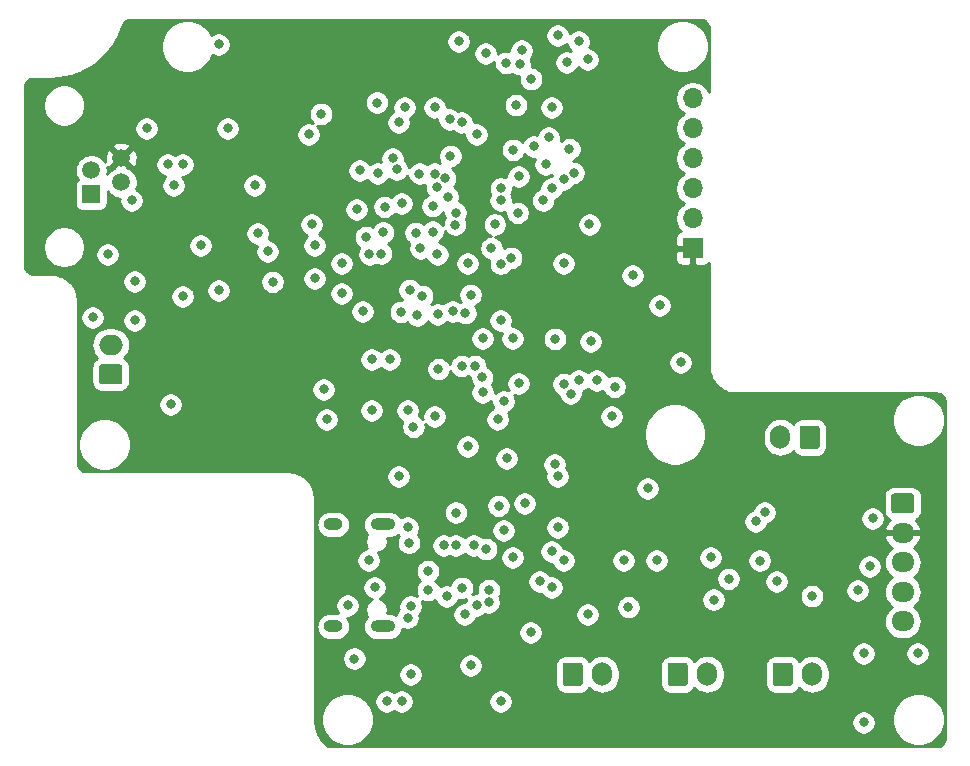
<source format=gbr>
%TF.GenerationSoftware,KiCad,Pcbnew,(5.1.8-0-10_14)*%
%TF.CreationDate,2020-12-22T15:13:40+01:00*%
%TF.ProjectId,sucker-one-mainboard,7375636b-6572-42d6-9f6e-652d6d61696e,rev?*%
%TF.SameCoordinates,Original*%
%TF.FileFunction,Copper,L3,Inr*%
%TF.FilePolarity,Positive*%
%FSLAX46Y46*%
G04 Gerber Fmt 4.6, Leading zero omitted, Abs format (unit mm)*
G04 Created by KiCad (PCBNEW (5.1.8-0-10_14)) date 2020-12-22 15:13:40*
%MOMM*%
%LPD*%
G01*
G04 APERTURE LIST*
%TA.AperFunction,ComponentPad*%
%ADD10O,1.700000X2.000000*%
%TD*%
%TA.AperFunction,ComponentPad*%
%ADD11R,1.500000X1.500000*%
%TD*%
%TA.AperFunction,ComponentPad*%
%ADD12C,1.500000*%
%TD*%
%TA.AperFunction,ComponentPad*%
%ADD13O,2.000000X1.700000*%
%TD*%
%TA.AperFunction,ComponentPad*%
%ADD14O,1.950000X1.700000*%
%TD*%
%TA.AperFunction,ComponentPad*%
%ADD15R,1.700000X1.700000*%
%TD*%
%TA.AperFunction,ComponentPad*%
%ADD16O,1.700000X1.700000*%
%TD*%
%TA.AperFunction,ComponentPad*%
%ADD17O,1.600000X1.000000*%
%TD*%
%TA.AperFunction,ComponentPad*%
%ADD18O,2.100000X1.000000*%
%TD*%
%TA.AperFunction,ViaPad*%
%ADD19C,0.800000*%
%TD*%
%TA.AperFunction,Conductor*%
%ADD20C,0.254000*%
%TD*%
%TA.AperFunction,Conductor*%
%ADD21C,0.100000*%
%TD*%
G04 APERTURE END LIST*
%TO.N,+12V*%
%TO.C,J1*%
%TA.AperFunction,ComponentPad*%
G36*
G01*
X112180000Y-107430000D02*
X112180000Y-105930000D01*
G75*
G02*
X112430000Y-105680000I250000J0D01*
G01*
X113630000Y-105680000D01*
G75*
G02*
X113880000Y-105930000I0J-250000D01*
G01*
X113880000Y-107430000D01*
G75*
G02*
X113630000Y-107680000I-250000J0D01*
G01*
X112430000Y-107680000D01*
G75*
G02*
X112180000Y-107430000I0J250000D01*
G01*
G37*
%TD.AperFunction*%
D10*
%TO.N,Net-(D2-Pad1)*%
X115530000Y-106680000D03*
%TD*%
%TO.N,Net-(D7-Pad1)*%
%TO.C,J2*%
X124420000Y-106680000D03*
%TO.N,+12V*%
%TA.AperFunction,ComponentPad*%
G36*
G01*
X121070000Y-107430000D02*
X121070000Y-105930000D01*
G75*
G02*
X121320000Y-105680000I250000J0D01*
G01*
X122520000Y-105680000D01*
G75*
G02*
X122770000Y-105930000I0J-250000D01*
G01*
X122770000Y-107430000D01*
G75*
G02*
X122520000Y-107680000I-250000J0D01*
G01*
X121320000Y-107680000D01*
G75*
G02*
X121070000Y-107430000I0J250000D01*
G01*
G37*
%TD.AperFunction*%
%TD*%
D11*
%TO.N,GND*%
%TO.C,J3*%
X63373000Y-66040000D03*
D12*
%TO.N,FOOTPEDAL*%
X65913000Y-65020000D03*
%TO.N,FOOTPEDAL_AUX*%
X63373000Y-64000000D03*
%TO.N,VDD*%
X65913000Y-62980000D03*
%TD*%
%TO.N,+12V*%
%TO.C,J4*%
%TA.AperFunction,ComponentPad*%
G36*
G01*
X103290000Y-107430000D02*
X103290000Y-105930000D01*
G75*
G02*
X103540000Y-105680000I250000J0D01*
G01*
X104740000Y-105680000D01*
G75*
G02*
X104990000Y-105930000I0J-250000D01*
G01*
X104990000Y-107430000D01*
G75*
G02*
X104740000Y-107680000I-250000J0D01*
G01*
X103540000Y-107680000D01*
G75*
G02*
X103290000Y-107430000I0J250000D01*
G01*
G37*
%TD.AperFunction*%
D10*
%TO.N,Net-(D10-Pad2)*%
X106640000Y-106680000D03*
%TD*%
D13*
%TO.N,Net-(D11-Pad2)*%
%TO.C,J10*%
X65024000Y-78780000D03*
%TO.N,+12V*%
%TA.AperFunction,ComponentPad*%
G36*
G01*
X65774000Y-82130000D02*
X64274000Y-82130000D01*
G75*
G02*
X64024000Y-81880000I0J250000D01*
G01*
X64024000Y-80680000D01*
G75*
G02*
X64274000Y-80430000I250000J0D01*
G01*
X65774000Y-80430000D01*
G75*
G02*
X66024000Y-80680000I0J-250000D01*
G01*
X66024000Y-81880000D01*
G75*
G02*
X65774000Y-82130000I-250000J0D01*
G01*
G37*
%TD.AperFunction*%
%TD*%
%TO.N,VBUS*%
%TO.C,J11*%
%TA.AperFunction,ComponentPad*%
G36*
G01*
X131355000Y-91352000D02*
X132805000Y-91352000D01*
G75*
G02*
X133055000Y-91602000I0J-250000D01*
G01*
X133055000Y-92802000D01*
G75*
G02*
X132805000Y-93052000I-250000J0D01*
G01*
X131355000Y-93052000D01*
G75*
G02*
X131105000Y-92802000I0J250000D01*
G01*
X131105000Y-91602000D01*
G75*
G02*
X131355000Y-91352000I250000J0D01*
G01*
G37*
%TD.AperFunction*%
D14*
%TO.N,VDD*%
X132080000Y-94702000D03*
%TO.N,I2C1_SDA*%
X132080000Y-97202000D03*
%TO.N,I2C1_SCL*%
X132080000Y-99702000D03*
%TO.N,GND*%
X132080000Y-102202000D03*
%TD*%
D15*
%TO.N,VDD*%
%TO.C,J12*%
X114300000Y-70612000D03*
D16*
%TO.N,JTCK*%
X114300000Y-68072000D03*
%TO.N,GND*%
X114300000Y-65532000D03*
%TO.N,JTMS*%
X114300000Y-62992000D03*
%TO.N,NRST*%
X114300000Y-60452000D03*
%TO.N,JTDO*%
X114300000Y-57912000D03*
%TD*%
D17*
%TO.N,Net-(R2-Pad2)*%
%TO.C,USB1*%
X83880000Y-102618000D03*
X83880000Y-93978000D03*
D18*
X88060000Y-102618000D03*
X88060000Y-93978000D03*
%TD*%
%TO.N,USB_VIN*%
%TO.C,SW1*%
%TA.AperFunction,ComponentPad*%
G36*
G01*
X125056000Y-85864000D02*
X125056000Y-87364000D01*
G75*
G02*
X124806000Y-87614000I-250000J0D01*
G01*
X123606000Y-87614000D01*
G75*
G02*
X123356000Y-87364000I0J250000D01*
G01*
X123356000Y-85864000D01*
G75*
G02*
X123606000Y-85614000I250000J0D01*
G01*
X124806000Y-85614000D01*
G75*
G02*
X125056000Y-85864000I0J-250000D01*
G01*
G37*
%TD.AperFunction*%
D10*
%TO.N,Net-(F2-Pad1)*%
X121706000Y-86614000D03*
%TD*%
D19*
%TO.N,GND*%
X90424000Y-106680000D03*
X100584000Y-103124000D03*
X90170000Y-94234000D03*
X94996000Y-101600000D03*
X83312000Y-85090000D03*
X90162108Y-101883054D03*
X91883469Y-99556948D03*
X64770000Y-71120000D03*
X74168000Y-74168000D03*
X83058000Y-82550000D03*
X109220000Y-72898000D03*
X109220000Y-72898000D03*
X87568806Y-58267991D03*
X77216000Y-65278000D03*
X74930000Y-60452000D03*
X71120000Y-63500000D03*
X98044000Y-108966000D03*
X103378000Y-97028000D03*
X111252000Y-97028000D03*
X116064882Y-100359108D03*
X124401409Y-100059635D03*
X128778000Y-110744000D03*
X133350000Y-104902000D03*
X108856235Y-100982223D03*
X119975510Y-97042653D03*
X98298000Y-94488000D03*
X89408000Y-89916000D03*
X102870000Y-89916000D03*
X111506000Y-75438000D03*
X107442000Y-84836000D03*
X110490000Y-90932000D03*
X94234000Y-95758000D03*
X94747406Y-99350990D03*
X90645804Y-85719948D03*
X91386729Y-74639010D03*
X78740000Y-73442990D03*
X82843509Y-59230828D03*
X98057474Y-71911199D03*
X105554009Y-68580000D03*
X103632000Y-54864000D03*
X96774000Y-54102000D03*
X102870000Y-52578000D03*
X90965162Y-76278932D03*
X99096990Y-62266990D03*
X70358000Y-65278000D03*
%TO.N,VBUS*%
X91871176Y-97930967D03*
X96814910Y-96077904D03*
X96012000Y-100847320D03*
X95504000Y-105918000D03*
X129286000Y-97536000D03*
X129540000Y-93472000D03*
X90170000Y-84328000D03*
X87122000Y-84328000D03*
X95250000Y-87376000D03*
X92456000Y-84836000D03*
%TO.N,+12V*%
X70104000Y-83820000D03*
X85090000Y-100838000D03*
X108458000Y-97028000D03*
X105410000Y-101600000D03*
%TO.N,VDDA*%
X84582000Y-74422000D03*
X86360000Y-75946000D03*
X113284000Y-80264000D03*
X103959379Y-82911678D03*
X98298000Y-83566000D03*
%TO.N,NRST*%
X128778000Y-104902000D03*
X120396000Y-92964000D03*
X99481774Y-67602435D03*
X94223188Y-67595572D03*
%TO.N,Net-(C20-Pad2)*%
X95758000Y-95758000D03*
X99060000Y-96774000D03*
%TO.N,Net-(D1-Pad1)*%
X100076000Y-92202000D03*
X97865470Y-92417567D03*
X98552000Y-88392000D03*
X97790000Y-85090000D03*
%TO.N,Net-(D1-Pad2)*%
X97042328Y-99544352D03*
X94251232Y-92981224D03*
%TO.N,FOOTPEDAL*%
X67056000Y-76708000D03*
X67056000Y-73406000D03*
X69850000Y-63500000D03*
X90336088Y-74134113D03*
%TO.N,D-*%
X88387340Y-108966000D03*
X86868000Y-97028000D03*
X98048660Y-65527340D03*
%TO.N,D+*%
X89662000Y-108966000D03*
X87376000Y-99314000D03*
X93555162Y-66220012D03*
%TO.N,Net-(F2-Pad1)*%
X115824000Y-96774000D03*
X85648748Y-105336012D03*
X117337782Y-98598159D03*
%TO.N,FOOTPEDAL_AUX*%
X77470000Y-69342000D03*
X82296000Y-70358000D03*
%TO.N,UART1_RX*%
X98044000Y-66548000D03*
%TO.N,UART1_TX*%
X97540660Y-68575340D03*
%TO.N,I2C1_SDA*%
X102362000Y-65532000D03*
X88891010Y-62992000D03*
X100628562Y-56286682D03*
%TO.N,I2C1_SCL*%
X128270000Y-99568000D03*
X101636990Y-66548000D03*
X89242660Y-63928145D03*
X89408000Y-59944000D03*
X99323038Y-58474232D03*
X96012000Y-60960000D03*
X94742000Y-59944000D03*
%TO.N,JTCK*%
X93726000Y-59690000D03*
X92649219Y-65410438D03*
X92274587Y-67033823D03*
X94183850Y-68594798D03*
%TO.N,JTMS*%
X100838000Y-61976000D03*
X92456000Y-58674000D03*
%TO.N,JTDO*%
X89916000Y-58674000D03*
%TO.N,SPI1_MOSI*%
X104648000Y-53086000D03*
X99822000Y-53848000D03*
X94488000Y-53086000D03*
X68072000Y-60452000D03*
X74168000Y-53340000D03*
X87122000Y-80010000D03*
X92710000Y-76200000D03*
X66802000Y-66548000D03*
X88646000Y-80010000D03*
%TO.N,SPI1_MISO*%
X103378000Y-71882000D03*
X98930398Y-71423318D03*
X95250000Y-71882000D03*
X103861442Y-62197671D03*
X91249404Y-70612000D03*
X89662000Y-66802000D03*
X92443051Y-64274949D03*
X93341625Y-64687757D03*
X99568000Y-64516000D03*
X101854000Y-63500000D03*
X103378000Y-64770000D03*
X105410000Y-54610000D03*
%TO.N,SPI1_CLK*%
X94742000Y-80574032D03*
X105664000Y-78486000D03*
X102108000Y-61214000D03*
X102362000Y-58674000D03*
X104210060Y-64215294D03*
X92767965Y-80829965D03*
X89582573Y-75978393D03*
X99655223Y-55021458D03*
%TO.N,SPI1_CS*%
X87923696Y-71057413D03*
X88081982Y-69260289D03*
X88211988Y-67099255D03*
X91153118Y-64285562D03*
X93778281Y-62787735D03*
X98511364Y-54897940D03*
%TO.N,GNDA*%
X82042000Y-68580000D03*
X78306665Y-70865999D03*
%TO.N,Net-(JP2-Pad1)*%
X82296000Y-73152000D03*
X86925135Y-71111272D03*
%TO.N,NC_VALVE*%
X95056164Y-76091408D03*
X92679880Y-71127168D03*
%TO.N,NO_VALVE*%
X121412000Y-98806000D03*
X119634000Y-93726000D03*
%TO.N,3_WAY_VALVE*%
X102362000Y-99314000D03*
X102362000Y-96266000D03*
X102870000Y-94234000D03*
X97250576Y-70588869D03*
%TO.N,MOTOR_PWM*%
X71120000Y-74676000D03*
X63500000Y-76454000D03*
X72644000Y-70358000D03*
X84582000Y-71882000D03*
X86633654Y-69657678D03*
X92287033Y-69197314D03*
%TO.N,Net-(R7-Pad1)*%
X93218000Y-95758000D03*
X93472000Y-100076000D03*
X97028000Y-100584000D03*
X101346000Y-98806000D03*
%TO.N,BOOT0*%
X86106000Y-64008000D03*
X87630000Y-64262000D03*
X81788000Y-60960000D03*
%TO.N,Net-(R19-Pad1)*%
X99060000Y-78232000D03*
X102638329Y-78276658D03*
X96520000Y-78232000D03*
%TO.N,Net-(R19-Pad2)*%
X103380777Y-82096053D03*
X99568135Y-82042347D03*
X96520000Y-82804000D03*
%TO.N,IAREF*%
X104648000Y-81788000D03*
X96484948Y-81534000D03*
%TO.N,USB_VIN*%
X90277972Y-95534094D03*
X90424248Y-100918011D03*
%TO.N,BOOT1*%
X85852000Y-67310000D03*
%TO.N,VACSENSE*%
X93980000Y-75946000D03*
X98044000Y-76708000D03*
X95503992Y-74544022D03*
X90837021Y-69303866D03*
%TO.N,Net-(U4-Pad1)*%
X102616000Y-88900000D03*
%TO.N,Net-(U4-Pad4)*%
X95884948Y-80590520D03*
X106172000Y-81788000D03*
X107696000Y-82340002D03*
%TO.N,VDD*%
X81280000Y-66802000D03*
X108204000Y-68580000D03*
X107950000Y-64770000D03*
X85852000Y-58420000D03*
X100076000Y-73152000D03*
X101346000Y-106172000D03*
X128016000Y-91186000D03*
X128016000Y-101092000D03*
X94167024Y-72897347D03*
X96520000Y-56388000D03*
X95758000Y-58928000D03*
X88347162Y-75603989D03*
X98228568Y-60114497D03*
%TD*%
D20*
%TO.N,VDD*%
X114872687Y-51235000D02*
X115056534Y-51253026D01*
X115198810Y-51295982D01*
X115330024Y-51365750D01*
X115445193Y-51459680D01*
X115539923Y-51574187D01*
X115610608Y-51704916D01*
X115654554Y-51846883D01*
X115673632Y-52028402D01*
X115673632Y-57347750D01*
X115615990Y-57208589D01*
X115453475Y-56965368D01*
X115246632Y-56758525D01*
X115003411Y-56596010D01*
X114733158Y-56484068D01*
X114446260Y-56427000D01*
X114153740Y-56427000D01*
X113866842Y-56484068D01*
X113596589Y-56596010D01*
X113353368Y-56758525D01*
X113146525Y-56965368D01*
X112984010Y-57208589D01*
X112872068Y-57478842D01*
X112815000Y-57765740D01*
X112815000Y-58058260D01*
X112872068Y-58345158D01*
X112984010Y-58615411D01*
X113146525Y-58858632D01*
X113353368Y-59065475D01*
X113527760Y-59182000D01*
X113353368Y-59298525D01*
X113146525Y-59505368D01*
X112984010Y-59748589D01*
X112872068Y-60018842D01*
X112815000Y-60305740D01*
X112815000Y-60598260D01*
X112872068Y-60885158D01*
X112984010Y-61155411D01*
X113146525Y-61398632D01*
X113353368Y-61605475D01*
X113527760Y-61722000D01*
X113353368Y-61838525D01*
X113146525Y-62045368D01*
X112984010Y-62288589D01*
X112872068Y-62558842D01*
X112815000Y-62845740D01*
X112815000Y-63138260D01*
X112872068Y-63425158D01*
X112984010Y-63695411D01*
X113146525Y-63938632D01*
X113353368Y-64145475D01*
X113527760Y-64262000D01*
X113353368Y-64378525D01*
X113146525Y-64585368D01*
X112984010Y-64828589D01*
X112872068Y-65098842D01*
X112815000Y-65385740D01*
X112815000Y-65678260D01*
X112872068Y-65965158D01*
X112984010Y-66235411D01*
X113146525Y-66478632D01*
X113353368Y-66685475D01*
X113527760Y-66802000D01*
X113353368Y-66918525D01*
X113146525Y-67125368D01*
X112984010Y-67368589D01*
X112872068Y-67638842D01*
X112815000Y-67925740D01*
X112815000Y-68218260D01*
X112872068Y-68505158D01*
X112984010Y-68775411D01*
X113146525Y-69018632D01*
X113278380Y-69150487D01*
X113205820Y-69172498D01*
X113095506Y-69231463D01*
X112998815Y-69310815D01*
X112919463Y-69407506D01*
X112860498Y-69517820D01*
X112824188Y-69637518D01*
X112811928Y-69762000D01*
X112815000Y-70326250D01*
X112973750Y-70485000D01*
X114173000Y-70485000D01*
X114173000Y-70465000D01*
X114427000Y-70465000D01*
X114427000Y-70485000D01*
X114447000Y-70485000D01*
X114447000Y-70739000D01*
X114427000Y-70739000D01*
X114427000Y-71938250D01*
X114585750Y-72097000D01*
X115150000Y-72100072D01*
X115274482Y-72087812D01*
X115394180Y-72051502D01*
X115504494Y-71992537D01*
X115601185Y-71913185D01*
X115673633Y-71824907D01*
X115673633Y-80682402D01*
X115676759Y-80714137D01*
X115676694Y-80723383D01*
X115677695Y-80733596D01*
X115708295Y-81024741D01*
X115721698Y-81090035D01*
X115734174Y-81155435D01*
X115737139Y-81165259D01*
X115823707Y-81444915D01*
X115849530Y-81506345D01*
X115874478Y-81568094D01*
X115879296Y-81577155D01*
X116018535Y-81834671D01*
X116055805Y-81889926D01*
X116092263Y-81945639D01*
X116098748Y-81953592D01*
X116285354Y-82179159D01*
X116332641Y-82226118D01*
X116379232Y-82273695D01*
X116387139Y-82280237D01*
X116614003Y-82465263D01*
X116669511Y-82502142D01*
X116724456Y-82539764D01*
X116733483Y-82544645D01*
X116991964Y-82682082D01*
X117053570Y-82707475D01*
X117114784Y-82733711D01*
X117124587Y-82736746D01*
X117404841Y-82821360D01*
X117470231Y-82834307D01*
X117535351Y-82848149D01*
X117545555Y-82849222D01*
X117545557Y-82849222D01*
X117836909Y-82877789D01*
X117872527Y-82881297D01*
X134872687Y-82881297D01*
X135056534Y-82899323D01*
X135198810Y-82942279D01*
X135330024Y-83012047D01*
X135445193Y-83105977D01*
X135539923Y-83220484D01*
X135610608Y-83351213D01*
X135654554Y-83493180D01*
X135673632Y-83674699D01*
X135673633Y-111964045D01*
X135655606Y-112147902D01*
X135612650Y-112290178D01*
X135542882Y-112421392D01*
X135448953Y-112536561D01*
X135334442Y-112631292D01*
X135203717Y-112701975D01*
X135061748Y-112745922D01*
X134880231Y-112765000D01*
X83775309Y-112765000D01*
X83591462Y-112746974D01*
X83449186Y-112704018D01*
X83308294Y-112629104D01*
X83243173Y-112579127D01*
X82868200Y-112176883D01*
X82584279Y-111718791D01*
X82394741Y-111214277D01*
X82302902Y-110658945D01*
X82297240Y-110487841D01*
X82297240Y-110278971D01*
X82818098Y-110278971D01*
X82818098Y-110721029D01*
X82904340Y-111154592D01*
X83073508Y-111563000D01*
X83319101Y-111930557D01*
X83631683Y-112243139D01*
X83999240Y-112488732D01*
X84407648Y-112657900D01*
X84841211Y-112744142D01*
X85283269Y-112744142D01*
X85716832Y-112657900D01*
X86125240Y-112488732D01*
X86492797Y-112243139D01*
X86805379Y-111930557D01*
X87050972Y-111563000D01*
X87220140Y-111154592D01*
X87306382Y-110721029D01*
X87306382Y-110642061D01*
X127743000Y-110642061D01*
X127743000Y-110845939D01*
X127782774Y-111045898D01*
X127860795Y-111234256D01*
X127974063Y-111403774D01*
X128118226Y-111547937D01*
X128287744Y-111661205D01*
X128476102Y-111739226D01*
X128676061Y-111779000D01*
X128879939Y-111779000D01*
X129079898Y-111739226D01*
X129268256Y-111661205D01*
X129437774Y-111547937D01*
X129581937Y-111403774D01*
X129695205Y-111234256D01*
X129773226Y-111045898D01*
X129813000Y-110845939D01*
X129813000Y-110642061D01*
X129773226Y-110442102D01*
X129705655Y-110278971D01*
X131164490Y-110278971D01*
X131164490Y-110721029D01*
X131250732Y-111154592D01*
X131419900Y-111563000D01*
X131665493Y-111930557D01*
X131978075Y-112243139D01*
X132345632Y-112488732D01*
X132754040Y-112657900D01*
X133187603Y-112744142D01*
X133629661Y-112744142D01*
X134063224Y-112657900D01*
X134471632Y-112488732D01*
X134839189Y-112243139D01*
X135151771Y-111930557D01*
X135397364Y-111563000D01*
X135566532Y-111154592D01*
X135652774Y-110721029D01*
X135652774Y-110278971D01*
X135566532Y-109845408D01*
X135397364Y-109437000D01*
X135151771Y-109069443D01*
X134839189Y-108756861D01*
X134471632Y-108511268D01*
X134063224Y-108342100D01*
X133629661Y-108255858D01*
X133187603Y-108255858D01*
X132754040Y-108342100D01*
X132345632Y-108511268D01*
X131978075Y-108756861D01*
X131665493Y-109069443D01*
X131419900Y-109437000D01*
X131250732Y-109845408D01*
X131164490Y-110278971D01*
X129705655Y-110278971D01*
X129695205Y-110253744D01*
X129581937Y-110084226D01*
X129437774Y-109940063D01*
X129268256Y-109826795D01*
X129079898Y-109748774D01*
X128879939Y-109709000D01*
X128676061Y-109709000D01*
X128476102Y-109748774D01*
X128287744Y-109826795D01*
X128118226Y-109940063D01*
X127974063Y-110084226D01*
X127860795Y-110253744D01*
X127782774Y-110442102D01*
X127743000Y-110642061D01*
X87306382Y-110642061D01*
X87306382Y-110278971D01*
X87220140Y-109845408D01*
X87050972Y-109437000D01*
X86805379Y-109069443D01*
X86599997Y-108864061D01*
X87352340Y-108864061D01*
X87352340Y-109067939D01*
X87392114Y-109267898D01*
X87470135Y-109456256D01*
X87583403Y-109625774D01*
X87727566Y-109769937D01*
X87897084Y-109883205D01*
X88085442Y-109961226D01*
X88285401Y-110001000D01*
X88489279Y-110001000D01*
X88689238Y-109961226D01*
X88877596Y-109883205D01*
X89024670Y-109784934D01*
X89171744Y-109883205D01*
X89360102Y-109961226D01*
X89560061Y-110001000D01*
X89763939Y-110001000D01*
X89963898Y-109961226D01*
X90152256Y-109883205D01*
X90321774Y-109769937D01*
X90465937Y-109625774D01*
X90579205Y-109456256D01*
X90657226Y-109267898D01*
X90697000Y-109067939D01*
X90697000Y-108864061D01*
X97009000Y-108864061D01*
X97009000Y-109067939D01*
X97048774Y-109267898D01*
X97126795Y-109456256D01*
X97240063Y-109625774D01*
X97384226Y-109769937D01*
X97553744Y-109883205D01*
X97742102Y-109961226D01*
X97942061Y-110001000D01*
X98145939Y-110001000D01*
X98345898Y-109961226D01*
X98534256Y-109883205D01*
X98703774Y-109769937D01*
X98847937Y-109625774D01*
X98961205Y-109456256D01*
X99039226Y-109267898D01*
X99079000Y-109067939D01*
X99079000Y-108864061D01*
X99039226Y-108664102D01*
X98961205Y-108475744D01*
X98847937Y-108306226D01*
X98703774Y-108162063D01*
X98534256Y-108048795D01*
X98345898Y-107970774D01*
X98145939Y-107931000D01*
X97942061Y-107931000D01*
X97742102Y-107970774D01*
X97553744Y-108048795D01*
X97384226Y-108162063D01*
X97240063Y-108306226D01*
X97126795Y-108475744D01*
X97048774Y-108664102D01*
X97009000Y-108864061D01*
X90697000Y-108864061D01*
X90657226Y-108664102D01*
X90579205Y-108475744D01*
X90465937Y-108306226D01*
X90321774Y-108162063D01*
X90152256Y-108048795D01*
X89963898Y-107970774D01*
X89763939Y-107931000D01*
X89560061Y-107931000D01*
X89360102Y-107970774D01*
X89171744Y-108048795D01*
X89024670Y-108147066D01*
X88877596Y-108048795D01*
X88689238Y-107970774D01*
X88489279Y-107931000D01*
X88285401Y-107931000D01*
X88085442Y-107970774D01*
X87897084Y-108048795D01*
X87727566Y-108162063D01*
X87583403Y-108306226D01*
X87470135Y-108475744D01*
X87392114Y-108664102D01*
X87352340Y-108864061D01*
X86599997Y-108864061D01*
X86492797Y-108756861D01*
X86125240Y-108511268D01*
X85716832Y-108342100D01*
X85283269Y-108255858D01*
X84841211Y-108255858D01*
X84407648Y-108342100D01*
X83999240Y-108511268D01*
X83631683Y-108756861D01*
X83319101Y-109069443D01*
X83073508Y-109437000D01*
X82904340Y-109845408D01*
X82818098Y-110278971D01*
X82297240Y-110278971D01*
X82297240Y-106578061D01*
X89389000Y-106578061D01*
X89389000Y-106781939D01*
X89428774Y-106981898D01*
X89506795Y-107170256D01*
X89620063Y-107339774D01*
X89764226Y-107483937D01*
X89933744Y-107597205D01*
X90122102Y-107675226D01*
X90322061Y-107715000D01*
X90525939Y-107715000D01*
X90725898Y-107675226D01*
X90914256Y-107597205D01*
X91083774Y-107483937D01*
X91227937Y-107339774D01*
X91341205Y-107170256D01*
X91419226Y-106981898D01*
X91459000Y-106781939D01*
X91459000Y-106578061D01*
X91419226Y-106378102D01*
X91341205Y-106189744D01*
X91227937Y-106020226D01*
X91083774Y-105876063D01*
X90993975Y-105816061D01*
X94469000Y-105816061D01*
X94469000Y-106019939D01*
X94508774Y-106219898D01*
X94586795Y-106408256D01*
X94700063Y-106577774D01*
X94844226Y-106721937D01*
X95013744Y-106835205D01*
X95202102Y-106913226D01*
X95402061Y-106953000D01*
X95605939Y-106953000D01*
X95805898Y-106913226D01*
X95994256Y-106835205D01*
X96163774Y-106721937D01*
X96307937Y-106577774D01*
X96421205Y-106408256D01*
X96499226Y-106219898D01*
X96539000Y-106019939D01*
X96539000Y-105930000D01*
X102651928Y-105930000D01*
X102651928Y-107430000D01*
X102668992Y-107603254D01*
X102719528Y-107769850D01*
X102801595Y-107923386D01*
X102912038Y-108057962D01*
X103046614Y-108168405D01*
X103200150Y-108250472D01*
X103366746Y-108301008D01*
X103540000Y-108318072D01*
X104740000Y-108318072D01*
X104913254Y-108301008D01*
X105079850Y-108250472D01*
X105233386Y-108168405D01*
X105367962Y-108057962D01*
X105478405Y-107923386D01*
X105532777Y-107821663D01*
X105584866Y-107885134D01*
X105810987Y-108070706D01*
X106068967Y-108208599D01*
X106348890Y-108293513D01*
X106640000Y-108322185D01*
X106931111Y-108293513D01*
X107211034Y-108208599D01*
X107469014Y-108070706D01*
X107695134Y-107885134D01*
X107880706Y-107659014D01*
X108018599Y-107401033D01*
X108103513Y-107121110D01*
X108125000Y-106902949D01*
X108125000Y-106457050D01*
X108103513Y-106238889D01*
X108018599Y-105958966D01*
X108003117Y-105930000D01*
X111541928Y-105930000D01*
X111541928Y-107430000D01*
X111558992Y-107603254D01*
X111609528Y-107769850D01*
X111691595Y-107923386D01*
X111802038Y-108057962D01*
X111936614Y-108168405D01*
X112090150Y-108250472D01*
X112256746Y-108301008D01*
X112430000Y-108318072D01*
X113630000Y-108318072D01*
X113803254Y-108301008D01*
X113969850Y-108250472D01*
X114123386Y-108168405D01*
X114257962Y-108057962D01*
X114368405Y-107923386D01*
X114422777Y-107821663D01*
X114474866Y-107885134D01*
X114700987Y-108070706D01*
X114958967Y-108208599D01*
X115238890Y-108293513D01*
X115530000Y-108322185D01*
X115821111Y-108293513D01*
X116101034Y-108208599D01*
X116359014Y-108070706D01*
X116585134Y-107885134D01*
X116770706Y-107659014D01*
X116908599Y-107401033D01*
X116993513Y-107121110D01*
X117015000Y-106902949D01*
X117015000Y-106457050D01*
X116993513Y-106238889D01*
X116908599Y-105958966D01*
X116893117Y-105930000D01*
X120431928Y-105930000D01*
X120431928Y-107430000D01*
X120448992Y-107603254D01*
X120499528Y-107769850D01*
X120581595Y-107923386D01*
X120692038Y-108057962D01*
X120826614Y-108168405D01*
X120980150Y-108250472D01*
X121146746Y-108301008D01*
X121320000Y-108318072D01*
X122520000Y-108318072D01*
X122693254Y-108301008D01*
X122859850Y-108250472D01*
X123013386Y-108168405D01*
X123147962Y-108057962D01*
X123258405Y-107923386D01*
X123312777Y-107821663D01*
X123364866Y-107885134D01*
X123590987Y-108070706D01*
X123848967Y-108208599D01*
X124128890Y-108293513D01*
X124420000Y-108322185D01*
X124711111Y-108293513D01*
X124991034Y-108208599D01*
X125249014Y-108070706D01*
X125475134Y-107885134D01*
X125660706Y-107659014D01*
X125798599Y-107401033D01*
X125883513Y-107121110D01*
X125905000Y-106902949D01*
X125905000Y-106457050D01*
X125883513Y-106238889D01*
X125798599Y-105958966D01*
X125660706Y-105700986D01*
X125475134Y-105474866D01*
X125249013Y-105289294D01*
X124991033Y-105151401D01*
X124711110Y-105066487D01*
X124420000Y-105037815D01*
X124128889Y-105066487D01*
X123848966Y-105151401D01*
X123590986Y-105289294D01*
X123364866Y-105474866D01*
X123312777Y-105538337D01*
X123258405Y-105436614D01*
X123147962Y-105302038D01*
X123013386Y-105191595D01*
X122859850Y-105109528D01*
X122693254Y-105058992D01*
X122520000Y-105041928D01*
X121320000Y-105041928D01*
X121146746Y-105058992D01*
X120980150Y-105109528D01*
X120826614Y-105191595D01*
X120692038Y-105302038D01*
X120581595Y-105436614D01*
X120499528Y-105590150D01*
X120448992Y-105756746D01*
X120431928Y-105930000D01*
X116893117Y-105930000D01*
X116770706Y-105700986D01*
X116585134Y-105474866D01*
X116359013Y-105289294D01*
X116101033Y-105151401D01*
X115821110Y-105066487D01*
X115530000Y-105037815D01*
X115238889Y-105066487D01*
X114958966Y-105151401D01*
X114700986Y-105289294D01*
X114474866Y-105474866D01*
X114422777Y-105538337D01*
X114368405Y-105436614D01*
X114257962Y-105302038D01*
X114123386Y-105191595D01*
X113969850Y-105109528D01*
X113803254Y-105058992D01*
X113630000Y-105041928D01*
X112430000Y-105041928D01*
X112256746Y-105058992D01*
X112090150Y-105109528D01*
X111936614Y-105191595D01*
X111802038Y-105302038D01*
X111691595Y-105436614D01*
X111609528Y-105590150D01*
X111558992Y-105756746D01*
X111541928Y-105930000D01*
X108003117Y-105930000D01*
X107880706Y-105700986D01*
X107695134Y-105474866D01*
X107469013Y-105289294D01*
X107211033Y-105151401D01*
X106931110Y-105066487D01*
X106640000Y-105037815D01*
X106348889Y-105066487D01*
X106068966Y-105151401D01*
X105810986Y-105289294D01*
X105584866Y-105474866D01*
X105532777Y-105538337D01*
X105478405Y-105436614D01*
X105367962Y-105302038D01*
X105233386Y-105191595D01*
X105079850Y-105109528D01*
X104913254Y-105058992D01*
X104740000Y-105041928D01*
X103540000Y-105041928D01*
X103366746Y-105058992D01*
X103200150Y-105109528D01*
X103046614Y-105191595D01*
X102912038Y-105302038D01*
X102801595Y-105436614D01*
X102719528Y-105590150D01*
X102668992Y-105756746D01*
X102651928Y-105930000D01*
X96539000Y-105930000D01*
X96539000Y-105816061D01*
X96499226Y-105616102D01*
X96421205Y-105427744D01*
X96307937Y-105258226D01*
X96163774Y-105114063D01*
X95994256Y-105000795D01*
X95805898Y-104922774D01*
X95605939Y-104883000D01*
X95402061Y-104883000D01*
X95202102Y-104922774D01*
X95013744Y-105000795D01*
X94844226Y-105114063D01*
X94700063Y-105258226D01*
X94586795Y-105427744D01*
X94508774Y-105616102D01*
X94469000Y-105816061D01*
X90993975Y-105816061D01*
X90914256Y-105762795D01*
X90725898Y-105684774D01*
X90525939Y-105645000D01*
X90322061Y-105645000D01*
X90122102Y-105684774D01*
X89933744Y-105762795D01*
X89764226Y-105876063D01*
X89620063Y-106020226D01*
X89506795Y-106189744D01*
X89428774Y-106378102D01*
X89389000Y-106578061D01*
X82297240Y-106578061D01*
X82297240Y-105234073D01*
X84613748Y-105234073D01*
X84613748Y-105437951D01*
X84653522Y-105637910D01*
X84731543Y-105826268D01*
X84844811Y-105995786D01*
X84988974Y-106139949D01*
X85158492Y-106253217D01*
X85346850Y-106331238D01*
X85546809Y-106371012D01*
X85750687Y-106371012D01*
X85950646Y-106331238D01*
X86139004Y-106253217D01*
X86308522Y-106139949D01*
X86452685Y-105995786D01*
X86565953Y-105826268D01*
X86643974Y-105637910D01*
X86683748Y-105437951D01*
X86683748Y-105234073D01*
X86643974Y-105034114D01*
X86565953Y-104845756D01*
X86535421Y-104800061D01*
X127743000Y-104800061D01*
X127743000Y-105003939D01*
X127782774Y-105203898D01*
X127860795Y-105392256D01*
X127974063Y-105561774D01*
X128118226Y-105705937D01*
X128287744Y-105819205D01*
X128476102Y-105897226D01*
X128676061Y-105937000D01*
X128879939Y-105937000D01*
X129079898Y-105897226D01*
X129268256Y-105819205D01*
X129437774Y-105705937D01*
X129581937Y-105561774D01*
X129695205Y-105392256D01*
X129773226Y-105203898D01*
X129813000Y-105003939D01*
X129813000Y-104800061D01*
X132315000Y-104800061D01*
X132315000Y-105003939D01*
X132354774Y-105203898D01*
X132432795Y-105392256D01*
X132546063Y-105561774D01*
X132690226Y-105705937D01*
X132859744Y-105819205D01*
X133048102Y-105897226D01*
X133248061Y-105937000D01*
X133451939Y-105937000D01*
X133651898Y-105897226D01*
X133840256Y-105819205D01*
X134009774Y-105705937D01*
X134153937Y-105561774D01*
X134267205Y-105392256D01*
X134345226Y-105203898D01*
X134385000Y-105003939D01*
X134385000Y-104800061D01*
X134345226Y-104600102D01*
X134267205Y-104411744D01*
X134153937Y-104242226D01*
X134009774Y-104098063D01*
X133840256Y-103984795D01*
X133651898Y-103906774D01*
X133451939Y-103867000D01*
X133248061Y-103867000D01*
X133048102Y-103906774D01*
X132859744Y-103984795D01*
X132690226Y-104098063D01*
X132546063Y-104242226D01*
X132432795Y-104411744D01*
X132354774Y-104600102D01*
X132315000Y-104800061D01*
X129813000Y-104800061D01*
X129773226Y-104600102D01*
X129695205Y-104411744D01*
X129581937Y-104242226D01*
X129437774Y-104098063D01*
X129268256Y-103984795D01*
X129079898Y-103906774D01*
X128879939Y-103867000D01*
X128676061Y-103867000D01*
X128476102Y-103906774D01*
X128287744Y-103984795D01*
X128118226Y-104098063D01*
X127974063Y-104242226D01*
X127860795Y-104411744D01*
X127782774Y-104600102D01*
X127743000Y-104800061D01*
X86535421Y-104800061D01*
X86452685Y-104676238D01*
X86308522Y-104532075D01*
X86139004Y-104418807D01*
X85950646Y-104340786D01*
X85750687Y-104301012D01*
X85546809Y-104301012D01*
X85346850Y-104340786D01*
X85158492Y-104418807D01*
X84988974Y-104532075D01*
X84844811Y-104676238D01*
X84731543Y-104845756D01*
X84653522Y-105034114D01*
X84613748Y-105234073D01*
X82297240Y-105234073D01*
X82297240Y-102618000D01*
X82439509Y-102618000D01*
X82461423Y-102840499D01*
X82526324Y-103054447D01*
X82631716Y-103251623D01*
X82773551Y-103424449D01*
X82946377Y-103566284D01*
X83143553Y-103671676D01*
X83357501Y-103736577D01*
X83524248Y-103753000D01*
X84235752Y-103753000D01*
X84402499Y-103736577D01*
X84616447Y-103671676D01*
X84813623Y-103566284D01*
X84986449Y-103424449D01*
X85128284Y-103251623D01*
X85233676Y-103054447D01*
X85298577Y-102840499D01*
X85320491Y-102618000D01*
X85298577Y-102395501D01*
X85233676Y-102181553D01*
X85128284Y-101984377D01*
X85036879Y-101873000D01*
X85191939Y-101873000D01*
X85391898Y-101833226D01*
X85580256Y-101755205D01*
X85749774Y-101641937D01*
X85893937Y-101497774D01*
X86007205Y-101328256D01*
X86085226Y-101139898D01*
X86125000Y-100939939D01*
X86125000Y-100736061D01*
X86085226Y-100536102D01*
X86007205Y-100347744D01*
X85893937Y-100178226D01*
X85749774Y-100034063D01*
X85580256Y-99920795D01*
X85391898Y-99842774D01*
X85191939Y-99803000D01*
X84988061Y-99803000D01*
X84788102Y-99842774D01*
X84599744Y-99920795D01*
X84430226Y-100034063D01*
X84286063Y-100178226D01*
X84172795Y-100347744D01*
X84094774Y-100536102D01*
X84055000Y-100736061D01*
X84055000Y-100939939D01*
X84094774Y-101139898D01*
X84172795Y-101328256D01*
X84279040Y-101487263D01*
X84235752Y-101483000D01*
X83524248Y-101483000D01*
X83357501Y-101499423D01*
X83143553Y-101564324D01*
X82946377Y-101669716D01*
X82773551Y-101811551D01*
X82631716Y-101984377D01*
X82526324Y-102181553D01*
X82461423Y-102395501D01*
X82439509Y-102618000D01*
X82297240Y-102618000D01*
X82297240Y-99212061D01*
X86341000Y-99212061D01*
X86341000Y-99415939D01*
X86380774Y-99615898D01*
X86458795Y-99804256D01*
X86572063Y-99973774D01*
X86716226Y-100117937D01*
X86885744Y-100231205D01*
X87074102Y-100309226D01*
X87120612Y-100318477D01*
X87075269Y-100337259D01*
X86918036Y-100442319D01*
X86784319Y-100576036D01*
X86679259Y-100733269D01*
X86606892Y-100907978D01*
X86570000Y-101093448D01*
X86570000Y-101282552D01*
X86606892Y-101468022D01*
X86679259Y-101642731D01*
X86760715Y-101764638D01*
X86703551Y-101811551D01*
X86561716Y-101984377D01*
X86456324Y-102181553D01*
X86391423Y-102395501D01*
X86369509Y-102618000D01*
X86391423Y-102840499D01*
X86456324Y-103054447D01*
X86561716Y-103251623D01*
X86703551Y-103424449D01*
X86876377Y-103566284D01*
X87073553Y-103671676D01*
X87287501Y-103736577D01*
X87454248Y-103753000D01*
X88665752Y-103753000D01*
X88832499Y-103736577D01*
X89046447Y-103671676D01*
X89243623Y-103566284D01*
X89416449Y-103424449D01*
X89558284Y-103251623D01*
X89663676Y-103054447D01*
X89673500Y-103022061D01*
X99549000Y-103022061D01*
X99549000Y-103225939D01*
X99588774Y-103425898D01*
X99666795Y-103614256D01*
X99780063Y-103783774D01*
X99924226Y-103927937D01*
X100093744Y-104041205D01*
X100282102Y-104119226D01*
X100482061Y-104159000D01*
X100685939Y-104159000D01*
X100885898Y-104119226D01*
X101074256Y-104041205D01*
X101243774Y-103927937D01*
X101387937Y-103783774D01*
X101501205Y-103614256D01*
X101579226Y-103425898D01*
X101619000Y-103225939D01*
X101619000Y-103022061D01*
X101579226Y-102822102D01*
X101501205Y-102633744D01*
X101387937Y-102464226D01*
X101243774Y-102320063D01*
X101074256Y-102206795D01*
X100885898Y-102128774D01*
X100685939Y-102089000D01*
X100482061Y-102089000D01*
X100282102Y-102128774D01*
X100093744Y-102206795D01*
X99924226Y-102320063D01*
X99780063Y-102464226D01*
X99666795Y-102633744D01*
X99588774Y-102822102D01*
X99549000Y-103022061D01*
X89673500Y-103022061D01*
X89728577Y-102840499D01*
X89730161Y-102824412D01*
X89860210Y-102878280D01*
X90060169Y-102918054D01*
X90264047Y-102918054D01*
X90464006Y-102878280D01*
X90652364Y-102800259D01*
X90821882Y-102686991D01*
X90966045Y-102542828D01*
X91079313Y-102373310D01*
X91157334Y-102184952D01*
X91197108Y-101984993D01*
X91197108Y-101781115D01*
X91168530Y-101637440D01*
X91228185Y-101577785D01*
X91341453Y-101408267D01*
X91419474Y-101219909D01*
X91459248Y-101019950D01*
X91459248Y-100816072D01*
X91419474Y-100616113D01*
X91348219Y-100444089D01*
X91393213Y-100474153D01*
X91581571Y-100552174D01*
X91781530Y-100591948D01*
X91985408Y-100591948D01*
X92185367Y-100552174D01*
X92373725Y-100474153D01*
X92485663Y-100399358D01*
X92554795Y-100566256D01*
X92668063Y-100735774D01*
X92812226Y-100879937D01*
X92981744Y-100993205D01*
X93170102Y-101071226D01*
X93370061Y-101111000D01*
X93573939Y-101111000D01*
X93773898Y-101071226D01*
X93962256Y-100993205D01*
X94131774Y-100879937D01*
X94275937Y-100735774D01*
X94389205Y-100566256D01*
X94467226Y-100377898D01*
X94472461Y-100351577D01*
X94645467Y-100385990D01*
X94849345Y-100385990D01*
X95049304Y-100346216D01*
X95122226Y-100316011D01*
X95094795Y-100357064D01*
X95016774Y-100545422D01*
X95012880Y-100565000D01*
X94894061Y-100565000D01*
X94694102Y-100604774D01*
X94505744Y-100682795D01*
X94336226Y-100796063D01*
X94192063Y-100940226D01*
X94078795Y-101109744D01*
X94000774Y-101298102D01*
X93961000Y-101498061D01*
X93961000Y-101701939D01*
X94000774Y-101901898D01*
X94078795Y-102090256D01*
X94192063Y-102259774D01*
X94336226Y-102403937D01*
X94505744Y-102517205D01*
X94694102Y-102595226D01*
X94894061Y-102635000D01*
X95097939Y-102635000D01*
X95297898Y-102595226D01*
X95486256Y-102517205D01*
X95655774Y-102403937D01*
X95799937Y-102259774D01*
X95913205Y-102090256D01*
X95991226Y-101901898D01*
X95995120Y-101882320D01*
X96113939Y-101882320D01*
X96313898Y-101842546D01*
X96502256Y-101764525D01*
X96671774Y-101651257D01*
X96740868Y-101582163D01*
X96926061Y-101619000D01*
X97129939Y-101619000D01*
X97329898Y-101579226D01*
X97518256Y-101501205D01*
X97522961Y-101498061D01*
X104375000Y-101498061D01*
X104375000Y-101701939D01*
X104414774Y-101901898D01*
X104492795Y-102090256D01*
X104606063Y-102259774D01*
X104750226Y-102403937D01*
X104919744Y-102517205D01*
X105108102Y-102595226D01*
X105308061Y-102635000D01*
X105511939Y-102635000D01*
X105711898Y-102595226D01*
X105900256Y-102517205D01*
X106069774Y-102403937D01*
X106213937Y-102259774D01*
X106327205Y-102090256D01*
X106405226Y-101901898D01*
X106445000Y-101701939D01*
X106445000Y-101498061D01*
X106405226Y-101298102D01*
X106327205Y-101109744D01*
X106213937Y-100940226D01*
X106153995Y-100880284D01*
X107821235Y-100880284D01*
X107821235Y-101084162D01*
X107861009Y-101284121D01*
X107939030Y-101472479D01*
X108052298Y-101641997D01*
X108196461Y-101786160D01*
X108365979Y-101899428D01*
X108554337Y-101977449D01*
X108754296Y-102017223D01*
X108958174Y-102017223D01*
X109158133Y-101977449D01*
X109346491Y-101899428D01*
X109516009Y-101786160D01*
X109660172Y-101641997D01*
X109773440Y-101472479D01*
X109851461Y-101284121D01*
X109891235Y-101084162D01*
X109891235Y-100880284D01*
X109851461Y-100680325D01*
X109773440Y-100491967D01*
X109660172Y-100322449D01*
X109594892Y-100257169D01*
X115029882Y-100257169D01*
X115029882Y-100461047D01*
X115069656Y-100661006D01*
X115147677Y-100849364D01*
X115260945Y-101018882D01*
X115405108Y-101163045D01*
X115574626Y-101276313D01*
X115762984Y-101354334D01*
X115962943Y-101394108D01*
X116166821Y-101394108D01*
X116366780Y-101354334D01*
X116555138Y-101276313D01*
X116724656Y-101163045D01*
X116868819Y-101018882D01*
X116982087Y-100849364D01*
X117060108Y-100661006D01*
X117099882Y-100461047D01*
X117099882Y-100257169D01*
X117060108Y-100057210D01*
X117018888Y-99957696D01*
X123366409Y-99957696D01*
X123366409Y-100161574D01*
X123406183Y-100361533D01*
X123484204Y-100549891D01*
X123597472Y-100719409D01*
X123741635Y-100863572D01*
X123911153Y-100976840D01*
X124099511Y-101054861D01*
X124299470Y-101094635D01*
X124503348Y-101094635D01*
X124703307Y-101054861D01*
X124891665Y-100976840D01*
X125061183Y-100863572D01*
X125205346Y-100719409D01*
X125318614Y-100549891D01*
X125396635Y-100361533D01*
X125436409Y-100161574D01*
X125436409Y-99957696D01*
X125396635Y-99757737D01*
X125318614Y-99569379D01*
X125249580Y-99466061D01*
X127235000Y-99466061D01*
X127235000Y-99669939D01*
X127274774Y-99869898D01*
X127352795Y-100058256D01*
X127466063Y-100227774D01*
X127610226Y-100371937D01*
X127779744Y-100485205D01*
X127968102Y-100563226D01*
X128168061Y-100603000D01*
X128371939Y-100603000D01*
X128571898Y-100563226D01*
X128760256Y-100485205D01*
X128929774Y-100371937D01*
X129073937Y-100227774D01*
X129187205Y-100058256D01*
X129265226Y-99869898D01*
X129305000Y-99669939D01*
X129305000Y-99466061D01*
X129265226Y-99266102D01*
X129187205Y-99077744D01*
X129073937Y-98908226D01*
X128929774Y-98764063D01*
X128760256Y-98650795D01*
X128571898Y-98572774D01*
X128371939Y-98533000D01*
X128168061Y-98533000D01*
X127968102Y-98572774D01*
X127779744Y-98650795D01*
X127610226Y-98764063D01*
X127466063Y-98908226D01*
X127352795Y-99077744D01*
X127274774Y-99266102D01*
X127235000Y-99466061D01*
X125249580Y-99466061D01*
X125205346Y-99399861D01*
X125061183Y-99255698D01*
X124891665Y-99142430D01*
X124703307Y-99064409D01*
X124503348Y-99024635D01*
X124299470Y-99024635D01*
X124099511Y-99064409D01*
X123911153Y-99142430D01*
X123741635Y-99255698D01*
X123597472Y-99399861D01*
X123484204Y-99569379D01*
X123406183Y-99757737D01*
X123366409Y-99957696D01*
X117018888Y-99957696D01*
X116982087Y-99868852D01*
X116868819Y-99699334D01*
X116724656Y-99555171D01*
X116555138Y-99441903D01*
X116366780Y-99363882D01*
X116166821Y-99324108D01*
X115962943Y-99324108D01*
X115762984Y-99363882D01*
X115574626Y-99441903D01*
X115405108Y-99555171D01*
X115260945Y-99699334D01*
X115147677Y-99868852D01*
X115069656Y-100057210D01*
X115029882Y-100257169D01*
X109594892Y-100257169D01*
X109516009Y-100178286D01*
X109346491Y-100065018D01*
X109158133Y-99986997D01*
X108958174Y-99947223D01*
X108754296Y-99947223D01*
X108554337Y-99986997D01*
X108365979Y-100065018D01*
X108196461Y-100178286D01*
X108052298Y-100322449D01*
X107939030Y-100491967D01*
X107861009Y-100680325D01*
X107821235Y-100880284D01*
X106153995Y-100880284D01*
X106069774Y-100796063D01*
X105900256Y-100682795D01*
X105711898Y-100604774D01*
X105511939Y-100565000D01*
X105308061Y-100565000D01*
X105108102Y-100604774D01*
X104919744Y-100682795D01*
X104750226Y-100796063D01*
X104606063Y-100940226D01*
X104492795Y-101109744D01*
X104414774Y-101298102D01*
X104375000Y-101498061D01*
X97522961Y-101498061D01*
X97687774Y-101387937D01*
X97831937Y-101243774D01*
X97945205Y-101074256D01*
X98023226Y-100885898D01*
X98063000Y-100685939D01*
X98063000Y-100482061D01*
X98023226Y-100282102D01*
X97945205Y-100093744D01*
X97932612Y-100074898D01*
X97959533Y-100034608D01*
X98037554Y-99846250D01*
X98077328Y-99646291D01*
X98077328Y-99442413D01*
X98037554Y-99242454D01*
X97959533Y-99054096D01*
X97846265Y-98884578D01*
X97702102Y-98740415D01*
X97647695Y-98704061D01*
X100311000Y-98704061D01*
X100311000Y-98907939D01*
X100350774Y-99107898D01*
X100428795Y-99296256D01*
X100542063Y-99465774D01*
X100686226Y-99609937D01*
X100855744Y-99723205D01*
X101044102Y-99801226D01*
X101244061Y-99841000D01*
X101447939Y-99841000D01*
X101466835Y-99837241D01*
X101558063Y-99973774D01*
X101702226Y-100117937D01*
X101871744Y-100231205D01*
X102060102Y-100309226D01*
X102260061Y-100349000D01*
X102463939Y-100349000D01*
X102663898Y-100309226D01*
X102852256Y-100231205D01*
X103021774Y-100117937D01*
X103165937Y-99973774D01*
X103279205Y-99804256D01*
X103357226Y-99615898D01*
X103397000Y-99415939D01*
X103397000Y-99212061D01*
X103357226Y-99012102D01*
X103279205Y-98823744D01*
X103165937Y-98654226D01*
X103021774Y-98510063D01*
X103001057Y-98496220D01*
X116302782Y-98496220D01*
X116302782Y-98700098D01*
X116342556Y-98900057D01*
X116420577Y-99088415D01*
X116533845Y-99257933D01*
X116678008Y-99402096D01*
X116847526Y-99515364D01*
X117035884Y-99593385D01*
X117235843Y-99633159D01*
X117439721Y-99633159D01*
X117639680Y-99593385D01*
X117828038Y-99515364D01*
X117997556Y-99402096D01*
X118141719Y-99257933D01*
X118254987Y-99088415D01*
X118333008Y-98900057D01*
X118371993Y-98704061D01*
X120377000Y-98704061D01*
X120377000Y-98907939D01*
X120416774Y-99107898D01*
X120494795Y-99296256D01*
X120608063Y-99465774D01*
X120752226Y-99609937D01*
X120921744Y-99723205D01*
X121110102Y-99801226D01*
X121310061Y-99841000D01*
X121513939Y-99841000D01*
X121713898Y-99801226D01*
X121902256Y-99723205D01*
X122071774Y-99609937D01*
X122215937Y-99465774D01*
X122329205Y-99296256D01*
X122407226Y-99107898D01*
X122447000Y-98907939D01*
X122447000Y-98704061D01*
X122407226Y-98504102D01*
X122329205Y-98315744D01*
X122215937Y-98146226D01*
X122071774Y-98002063D01*
X121902256Y-97888795D01*
X121713898Y-97810774D01*
X121513939Y-97771000D01*
X121310061Y-97771000D01*
X121110102Y-97810774D01*
X120921744Y-97888795D01*
X120752226Y-98002063D01*
X120608063Y-98146226D01*
X120494795Y-98315744D01*
X120416774Y-98504102D01*
X120377000Y-98704061D01*
X118371993Y-98704061D01*
X118372782Y-98700098D01*
X118372782Y-98496220D01*
X118333008Y-98296261D01*
X118254987Y-98107903D01*
X118141719Y-97938385D01*
X117997556Y-97794222D01*
X117828038Y-97680954D01*
X117639680Y-97602933D01*
X117439721Y-97563159D01*
X117235843Y-97563159D01*
X117035884Y-97602933D01*
X116847526Y-97680954D01*
X116678008Y-97794222D01*
X116533845Y-97938385D01*
X116420577Y-98107903D01*
X116342556Y-98296261D01*
X116302782Y-98496220D01*
X103001057Y-98496220D01*
X102852256Y-98396795D01*
X102663898Y-98318774D01*
X102463939Y-98279000D01*
X102260061Y-98279000D01*
X102241165Y-98282759D01*
X102149937Y-98146226D01*
X102005774Y-98002063D01*
X101836256Y-97888795D01*
X101647898Y-97810774D01*
X101447939Y-97771000D01*
X101244061Y-97771000D01*
X101044102Y-97810774D01*
X100855744Y-97888795D01*
X100686226Y-98002063D01*
X100542063Y-98146226D01*
X100428795Y-98315744D01*
X100350774Y-98504102D01*
X100311000Y-98704061D01*
X97647695Y-98704061D01*
X97532584Y-98627147D01*
X97344226Y-98549126D01*
X97144267Y-98509352D01*
X96940389Y-98509352D01*
X96740430Y-98549126D01*
X96552072Y-98627147D01*
X96382554Y-98740415D01*
X96238391Y-98884578D01*
X96125123Y-99054096D01*
X96047102Y-99242454D01*
X96007328Y-99442413D01*
X96007328Y-99646291D01*
X96040353Y-99812320D01*
X95910061Y-99812320D01*
X95710102Y-99852094D01*
X95637180Y-99882299D01*
X95664611Y-99841246D01*
X95742632Y-99652888D01*
X95782406Y-99452929D01*
X95782406Y-99249051D01*
X95742632Y-99049092D01*
X95664611Y-98860734D01*
X95551343Y-98691216D01*
X95407180Y-98547053D01*
X95237662Y-98433785D01*
X95049304Y-98355764D01*
X94849345Y-98315990D01*
X94645467Y-98315990D01*
X94445508Y-98355764D01*
X94257150Y-98433785D01*
X94087632Y-98547053D01*
X93943469Y-98691216D01*
X93830201Y-98860734D01*
X93752180Y-99049092D01*
X93746945Y-99075413D01*
X93573939Y-99041000D01*
X93370061Y-99041000D01*
X93170102Y-99080774D01*
X92981744Y-99158795D01*
X92869806Y-99233590D01*
X92800674Y-99066692D01*
X92687406Y-98897174D01*
X92543243Y-98753011D01*
X92523547Y-98739851D01*
X92530950Y-98734904D01*
X92675113Y-98590741D01*
X92788381Y-98421223D01*
X92866402Y-98232865D01*
X92906176Y-98032906D01*
X92906176Y-97829028D01*
X92866402Y-97629069D01*
X92788381Y-97440711D01*
X92675113Y-97271193D01*
X92530950Y-97127030D01*
X92361432Y-97013762D01*
X92173074Y-96935741D01*
X91973115Y-96895967D01*
X91769237Y-96895967D01*
X91569278Y-96935741D01*
X91380920Y-97013762D01*
X91211402Y-97127030D01*
X91067239Y-97271193D01*
X90953971Y-97440711D01*
X90875950Y-97629069D01*
X90836176Y-97829028D01*
X90836176Y-98032906D01*
X90875950Y-98232865D01*
X90953971Y-98421223D01*
X91067239Y-98590741D01*
X91211402Y-98734904D01*
X91231098Y-98748064D01*
X91223695Y-98753011D01*
X91079532Y-98897174D01*
X90966264Y-99066692D01*
X90888243Y-99255050D01*
X90848469Y-99455009D01*
X90848469Y-99658887D01*
X90888243Y-99858846D01*
X90959498Y-100030870D01*
X90914504Y-100000806D01*
X90726146Y-99922785D01*
X90526187Y-99883011D01*
X90322309Y-99883011D01*
X90122350Y-99922785D01*
X89933992Y-100000806D01*
X89764474Y-100114074D01*
X89620311Y-100258237D01*
X89507043Y-100427755D01*
X89429022Y-100616113D01*
X89389248Y-100816072D01*
X89389248Y-101019950D01*
X89417826Y-101163625D01*
X89358171Y-101223280D01*
X89244903Y-101392798D01*
X89166882Y-101581156D01*
X89158334Y-101624129D01*
X89046447Y-101564324D01*
X88832499Y-101499423D01*
X88665752Y-101483000D01*
X88446904Y-101483000D01*
X88453108Y-101468022D01*
X88490000Y-101282552D01*
X88490000Y-101093448D01*
X88453108Y-100907978D01*
X88380741Y-100733269D01*
X88275681Y-100576036D01*
X88141964Y-100442319D01*
X87984731Y-100337259D01*
X87810022Y-100264892D01*
X87793070Y-100261520D01*
X87866256Y-100231205D01*
X88035774Y-100117937D01*
X88179937Y-99973774D01*
X88293205Y-99804256D01*
X88371226Y-99615898D01*
X88411000Y-99415939D01*
X88411000Y-99212061D01*
X88371226Y-99012102D01*
X88293205Y-98823744D01*
X88179937Y-98654226D01*
X88035774Y-98510063D01*
X87866256Y-98396795D01*
X87677898Y-98318774D01*
X87477939Y-98279000D01*
X87274061Y-98279000D01*
X87074102Y-98318774D01*
X86885744Y-98396795D01*
X86716226Y-98510063D01*
X86572063Y-98654226D01*
X86458795Y-98823744D01*
X86380774Y-99012102D01*
X86341000Y-99212061D01*
X82297240Y-99212061D01*
X82297240Y-96926061D01*
X85833000Y-96926061D01*
X85833000Y-97129939D01*
X85872774Y-97329898D01*
X85950795Y-97518256D01*
X86064063Y-97687774D01*
X86208226Y-97831937D01*
X86377744Y-97945205D01*
X86566102Y-98023226D01*
X86766061Y-98063000D01*
X86969939Y-98063000D01*
X87169898Y-98023226D01*
X87358256Y-97945205D01*
X87527774Y-97831937D01*
X87671937Y-97687774D01*
X87785205Y-97518256D01*
X87863226Y-97329898D01*
X87903000Y-97129939D01*
X87903000Y-96926061D01*
X87863226Y-96726102D01*
X87785205Y-96537744D01*
X87671937Y-96368226D01*
X87663887Y-96360176D01*
X87810022Y-96331108D01*
X87984731Y-96258741D01*
X88141964Y-96153681D01*
X88275681Y-96019964D01*
X88380741Y-95862731D01*
X88453108Y-95688022D01*
X88490000Y-95502552D01*
X88490000Y-95313448D01*
X88453108Y-95127978D01*
X88446904Y-95113000D01*
X88665752Y-95113000D01*
X88832499Y-95096577D01*
X89046447Y-95031676D01*
X89243623Y-94926284D01*
X89336730Y-94849873D01*
X89366063Y-94893774D01*
X89422995Y-94950706D01*
X89360767Y-95043838D01*
X89282746Y-95232196D01*
X89242972Y-95432155D01*
X89242972Y-95636033D01*
X89282746Y-95835992D01*
X89360767Y-96024350D01*
X89474035Y-96193868D01*
X89618198Y-96338031D01*
X89787716Y-96451299D01*
X89976074Y-96529320D01*
X90176033Y-96569094D01*
X90379911Y-96569094D01*
X90579870Y-96529320D01*
X90768228Y-96451299D01*
X90937746Y-96338031D01*
X91081909Y-96193868D01*
X91195177Y-96024350D01*
X91273198Y-95835992D01*
X91308988Y-95656061D01*
X92183000Y-95656061D01*
X92183000Y-95859939D01*
X92222774Y-96059898D01*
X92300795Y-96248256D01*
X92414063Y-96417774D01*
X92558226Y-96561937D01*
X92727744Y-96675205D01*
X92916102Y-96753226D01*
X93116061Y-96793000D01*
X93319939Y-96793000D01*
X93519898Y-96753226D01*
X93708256Y-96675205D01*
X93726000Y-96663349D01*
X93743744Y-96675205D01*
X93932102Y-96753226D01*
X94132061Y-96793000D01*
X94335939Y-96793000D01*
X94535898Y-96753226D01*
X94724256Y-96675205D01*
X94893774Y-96561937D01*
X94996000Y-96459711D01*
X95098226Y-96561937D01*
X95267744Y-96675205D01*
X95456102Y-96753226D01*
X95656061Y-96793000D01*
X95859939Y-96793000D01*
X96032059Y-96758764D01*
X96155136Y-96881841D01*
X96324654Y-96995109D01*
X96513012Y-97073130D01*
X96712971Y-97112904D01*
X96916849Y-97112904D01*
X97116808Y-97073130D01*
X97305166Y-96995109D01*
X97474684Y-96881841D01*
X97618847Y-96737678D01*
X97662690Y-96672061D01*
X98025000Y-96672061D01*
X98025000Y-96875939D01*
X98064774Y-97075898D01*
X98142795Y-97264256D01*
X98256063Y-97433774D01*
X98400226Y-97577937D01*
X98569744Y-97691205D01*
X98758102Y-97769226D01*
X98958061Y-97809000D01*
X99161939Y-97809000D01*
X99361898Y-97769226D01*
X99550256Y-97691205D01*
X99719774Y-97577937D01*
X99863937Y-97433774D01*
X99977205Y-97264256D01*
X100055226Y-97075898D01*
X100095000Y-96875939D01*
X100095000Y-96672061D01*
X100055226Y-96472102D01*
X99977205Y-96283744D01*
X99897236Y-96164061D01*
X101327000Y-96164061D01*
X101327000Y-96367939D01*
X101366774Y-96567898D01*
X101444795Y-96756256D01*
X101558063Y-96925774D01*
X101702226Y-97069937D01*
X101871744Y-97183205D01*
X102060102Y-97261226D01*
X102260061Y-97301000D01*
X102377026Y-97301000D01*
X102382774Y-97329898D01*
X102460795Y-97518256D01*
X102574063Y-97687774D01*
X102718226Y-97831937D01*
X102887744Y-97945205D01*
X103076102Y-98023226D01*
X103276061Y-98063000D01*
X103479939Y-98063000D01*
X103679898Y-98023226D01*
X103868256Y-97945205D01*
X104037774Y-97831937D01*
X104181937Y-97687774D01*
X104295205Y-97518256D01*
X104373226Y-97329898D01*
X104413000Y-97129939D01*
X104413000Y-96926061D01*
X107423000Y-96926061D01*
X107423000Y-97129939D01*
X107462774Y-97329898D01*
X107540795Y-97518256D01*
X107654063Y-97687774D01*
X107798226Y-97831937D01*
X107967744Y-97945205D01*
X108156102Y-98023226D01*
X108356061Y-98063000D01*
X108559939Y-98063000D01*
X108759898Y-98023226D01*
X108948256Y-97945205D01*
X109117774Y-97831937D01*
X109261937Y-97687774D01*
X109375205Y-97518256D01*
X109453226Y-97329898D01*
X109493000Y-97129939D01*
X109493000Y-96926061D01*
X110217000Y-96926061D01*
X110217000Y-97129939D01*
X110256774Y-97329898D01*
X110334795Y-97518256D01*
X110448063Y-97687774D01*
X110592226Y-97831937D01*
X110761744Y-97945205D01*
X110950102Y-98023226D01*
X111150061Y-98063000D01*
X111353939Y-98063000D01*
X111553898Y-98023226D01*
X111742256Y-97945205D01*
X111911774Y-97831937D01*
X112055937Y-97687774D01*
X112169205Y-97518256D01*
X112247226Y-97329898D01*
X112287000Y-97129939D01*
X112287000Y-96926061D01*
X112247226Y-96726102D01*
X112224842Y-96672061D01*
X114789000Y-96672061D01*
X114789000Y-96875939D01*
X114828774Y-97075898D01*
X114906795Y-97264256D01*
X115020063Y-97433774D01*
X115164226Y-97577937D01*
X115333744Y-97691205D01*
X115522102Y-97769226D01*
X115722061Y-97809000D01*
X115925939Y-97809000D01*
X116125898Y-97769226D01*
X116314256Y-97691205D01*
X116483774Y-97577937D01*
X116627937Y-97433774D01*
X116741205Y-97264256D01*
X116819226Y-97075898D01*
X116846115Y-96940714D01*
X118940510Y-96940714D01*
X118940510Y-97144592D01*
X118980284Y-97344551D01*
X119058305Y-97532909D01*
X119171573Y-97702427D01*
X119315736Y-97846590D01*
X119485254Y-97959858D01*
X119673612Y-98037879D01*
X119873571Y-98077653D01*
X120077449Y-98077653D01*
X120277408Y-98037879D01*
X120465766Y-97959858D01*
X120635284Y-97846590D01*
X120779447Y-97702427D01*
X120892715Y-97532909D01*
X120933659Y-97434061D01*
X128251000Y-97434061D01*
X128251000Y-97637939D01*
X128290774Y-97837898D01*
X128368795Y-98026256D01*
X128482063Y-98195774D01*
X128626226Y-98339937D01*
X128795744Y-98453205D01*
X128984102Y-98531226D01*
X129184061Y-98571000D01*
X129387939Y-98571000D01*
X129587898Y-98531226D01*
X129776256Y-98453205D01*
X129945774Y-98339937D01*
X130089937Y-98195774D01*
X130203205Y-98026256D01*
X130281226Y-97837898D01*
X130321000Y-97637939D01*
X130321000Y-97434061D01*
X130281226Y-97234102D01*
X130267929Y-97202000D01*
X130462815Y-97202000D01*
X130491487Y-97493111D01*
X130576401Y-97773034D01*
X130714294Y-98031014D01*
X130899866Y-98257134D01*
X131125986Y-98442706D01*
X131143374Y-98452000D01*
X131125986Y-98461294D01*
X130899866Y-98646866D01*
X130714294Y-98872986D01*
X130576401Y-99130966D01*
X130491487Y-99410889D01*
X130462815Y-99702000D01*
X130491487Y-99993111D01*
X130576401Y-100273034D01*
X130714294Y-100531014D01*
X130899866Y-100757134D01*
X131125986Y-100942706D01*
X131143374Y-100952000D01*
X131125986Y-100961294D01*
X130899866Y-101146866D01*
X130714294Y-101372986D01*
X130576401Y-101630966D01*
X130491487Y-101910889D01*
X130462815Y-102202000D01*
X130491487Y-102493111D01*
X130576401Y-102773034D01*
X130714294Y-103031014D01*
X130899866Y-103257134D01*
X131125986Y-103442706D01*
X131383966Y-103580599D01*
X131663889Y-103665513D01*
X131882050Y-103687000D01*
X132277950Y-103687000D01*
X132496111Y-103665513D01*
X132776034Y-103580599D01*
X133034014Y-103442706D01*
X133260134Y-103257134D01*
X133445706Y-103031014D01*
X133583599Y-102773034D01*
X133668513Y-102493111D01*
X133697185Y-102202000D01*
X133668513Y-101910889D01*
X133583599Y-101630966D01*
X133445706Y-101372986D01*
X133260134Y-101146866D01*
X133034014Y-100961294D01*
X133016626Y-100952000D01*
X133034014Y-100942706D01*
X133260134Y-100757134D01*
X133445706Y-100531014D01*
X133583599Y-100273034D01*
X133668513Y-99993111D01*
X133697185Y-99702000D01*
X133668513Y-99410889D01*
X133583599Y-99130966D01*
X133445706Y-98872986D01*
X133260134Y-98646866D01*
X133034014Y-98461294D01*
X133016626Y-98452000D01*
X133034014Y-98442706D01*
X133260134Y-98257134D01*
X133445706Y-98031014D01*
X133583599Y-97773034D01*
X133668513Y-97493111D01*
X133697185Y-97202000D01*
X133668513Y-96910889D01*
X133583599Y-96630966D01*
X133445706Y-96372986D01*
X133260134Y-96146866D01*
X133034014Y-95961294D01*
X133008278Y-95947538D01*
X133214429Y-95791049D01*
X133407496Y-95573193D01*
X133554352Y-95321858D01*
X133646476Y-95058890D01*
X133525155Y-94829000D01*
X132207000Y-94829000D01*
X132207000Y-94849000D01*
X131953000Y-94849000D01*
X131953000Y-94829000D01*
X130634845Y-94829000D01*
X130513524Y-95058890D01*
X130605648Y-95321858D01*
X130752504Y-95573193D01*
X130945571Y-95791049D01*
X131151722Y-95947538D01*
X131125986Y-95961294D01*
X130899866Y-96146866D01*
X130714294Y-96372986D01*
X130576401Y-96630966D01*
X130491487Y-96910889D01*
X130462815Y-97202000D01*
X130267929Y-97202000D01*
X130203205Y-97045744D01*
X130089937Y-96876226D01*
X129945774Y-96732063D01*
X129776256Y-96618795D01*
X129587898Y-96540774D01*
X129387939Y-96501000D01*
X129184061Y-96501000D01*
X128984102Y-96540774D01*
X128795744Y-96618795D01*
X128626226Y-96732063D01*
X128482063Y-96876226D01*
X128368795Y-97045744D01*
X128290774Y-97234102D01*
X128251000Y-97434061D01*
X120933659Y-97434061D01*
X120970736Y-97344551D01*
X121010510Y-97144592D01*
X121010510Y-96940714D01*
X120970736Y-96740755D01*
X120892715Y-96552397D01*
X120779447Y-96382879D01*
X120635284Y-96238716D01*
X120465766Y-96125448D01*
X120277408Y-96047427D01*
X120077449Y-96007653D01*
X119873571Y-96007653D01*
X119673612Y-96047427D01*
X119485254Y-96125448D01*
X119315736Y-96238716D01*
X119171573Y-96382879D01*
X119058305Y-96552397D01*
X118980284Y-96740755D01*
X118940510Y-96940714D01*
X116846115Y-96940714D01*
X116859000Y-96875939D01*
X116859000Y-96672061D01*
X116819226Y-96472102D01*
X116741205Y-96283744D01*
X116627937Y-96114226D01*
X116483774Y-95970063D01*
X116314256Y-95856795D01*
X116125898Y-95778774D01*
X115925939Y-95739000D01*
X115722061Y-95739000D01*
X115522102Y-95778774D01*
X115333744Y-95856795D01*
X115164226Y-95970063D01*
X115020063Y-96114226D01*
X114906795Y-96283744D01*
X114828774Y-96472102D01*
X114789000Y-96672061D01*
X112224842Y-96672061D01*
X112169205Y-96537744D01*
X112055937Y-96368226D01*
X111911774Y-96224063D01*
X111742256Y-96110795D01*
X111553898Y-96032774D01*
X111353939Y-95993000D01*
X111150061Y-95993000D01*
X110950102Y-96032774D01*
X110761744Y-96110795D01*
X110592226Y-96224063D01*
X110448063Y-96368226D01*
X110334795Y-96537744D01*
X110256774Y-96726102D01*
X110217000Y-96926061D01*
X109493000Y-96926061D01*
X109453226Y-96726102D01*
X109375205Y-96537744D01*
X109261937Y-96368226D01*
X109117774Y-96224063D01*
X108948256Y-96110795D01*
X108759898Y-96032774D01*
X108559939Y-95993000D01*
X108356061Y-95993000D01*
X108156102Y-96032774D01*
X107967744Y-96110795D01*
X107798226Y-96224063D01*
X107654063Y-96368226D01*
X107540795Y-96537744D01*
X107462774Y-96726102D01*
X107423000Y-96926061D01*
X104413000Y-96926061D01*
X104373226Y-96726102D01*
X104295205Y-96537744D01*
X104181937Y-96368226D01*
X104037774Y-96224063D01*
X103868256Y-96110795D01*
X103679898Y-96032774D01*
X103479939Y-95993000D01*
X103362974Y-95993000D01*
X103357226Y-95964102D01*
X103279205Y-95775744D01*
X103165937Y-95606226D01*
X103021774Y-95462063D01*
X102852256Y-95348795D01*
X102663898Y-95270774D01*
X102463939Y-95231000D01*
X102260061Y-95231000D01*
X102060102Y-95270774D01*
X101871744Y-95348795D01*
X101702226Y-95462063D01*
X101558063Y-95606226D01*
X101444795Y-95775744D01*
X101366774Y-95964102D01*
X101327000Y-96164061D01*
X99897236Y-96164061D01*
X99863937Y-96114226D01*
X99719774Y-95970063D01*
X99550256Y-95856795D01*
X99361898Y-95778774D01*
X99161939Y-95739000D01*
X98958061Y-95739000D01*
X98758102Y-95778774D01*
X98569744Y-95856795D01*
X98400226Y-95970063D01*
X98256063Y-96114226D01*
X98142795Y-96283744D01*
X98064774Y-96472102D01*
X98025000Y-96672061D01*
X97662690Y-96672061D01*
X97732115Y-96568160D01*
X97810136Y-96379802D01*
X97849910Y-96179843D01*
X97849910Y-95975965D01*
X97810136Y-95776006D01*
X97732115Y-95587648D01*
X97618847Y-95418130D01*
X97474684Y-95273967D01*
X97305166Y-95160699D01*
X97116808Y-95082678D01*
X96916849Y-95042904D01*
X96712971Y-95042904D01*
X96540851Y-95077140D01*
X96417774Y-94954063D01*
X96248256Y-94840795D01*
X96059898Y-94762774D01*
X95859939Y-94723000D01*
X95656061Y-94723000D01*
X95456102Y-94762774D01*
X95267744Y-94840795D01*
X95098226Y-94954063D01*
X94996000Y-95056289D01*
X94893774Y-94954063D01*
X94724256Y-94840795D01*
X94535898Y-94762774D01*
X94335939Y-94723000D01*
X94132061Y-94723000D01*
X93932102Y-94762774D01*
X93743744Y-94840795D01*
X93726000Y-94852651D01*
X93708256Y-94840795D01*
X93519898Y-94762774D01*
X93319939Y-94723000D01*
X93116061Y-94723000D01*
X92916102Y-94762774D01*
X92727744Y-94840795D01*
X92558226Y-94954063D01*
X92414063Y-95098226D01*
X92300795Y-95267744D01*
X92222774Y-95456102D01*
X92183000Y-95656061D01*
X91308988Y-95656061D01*
X91312972Y-95636033D01*
X91312972Y-95432155D01*
X91273198Y-95232196D01*
X91195177Y-95043838D01*
X91081909Y-94874320D01*
X91024977Y-94817388D01*
X91087205Y-94724256D01*
X91165226Y-94535898D01*
X91195030Y-94386061D01*
X97263000Y-94386061D01*
X97263000Y-94589939D01*
X97302774Y-94789898D01*
X97380795Y-94978256D01*
X97494063Y-95147774D01*
X97638226Y-95291937D01*
X97807744Y-95405205D01*
X97996102Y-95483226D01*
X98196061Y-95523000D01*
X98399939Y-95523000D01*
X98599898Y-95483226D01*
X98788256Y-95405205D01*
X98957774Y-95291937D01*
X99101937Y-95147774D01*
X99215205Y-94978256D01*
X99293226Y-94789898D01*
X99333000Y-94589939D01*
X99333000Y-94386061D01*
X99293226Y-94186102D01*
X99270842Y-94132061D01*
X101835000Y-94132061D01*
X101835000Y-94335939D01*
X101874774Y-94535898D01*
X101952795Y-94724256D01*
X102066063Y-94893774D01*
X102210226Y-95037937D01*
X102379744Y-95151205D01*
X102568102Y-95229226D01*
X102768061Y-95269000D01*
X102971939Y-95269000D01*
X103171898Y-95229226D01*
X103360256Y-95151205D01*
X103529774Y-95037937D01*
X103673937Y-94893774D01*
X103787205Y-94724256D01*
X103865226Y-94535898D01*
X103905000Y-94335939D01*
X103905000Y-94132061D01*
X103865226Y-93932102D01*
X103787205Y-93743744D01*
X103707236Y-93624061D01*
X118599000Y-93624061D01*
X118599000Y-93827939D01*
X118638774Y-94027898D01*
X118716795Y-94216256D01*
X118830063Y-94385774D01*
X118974226Y-94529937D01*
X119143744Y-94643205D01*
X119332102Y-94721226D01*
X119532061Y-94761000D01*
X119735939Y-94761000D01*
X119935898Y-94721226D01*
X120124256Y-94643205D01*
X120293774Y-94529937D01*
X120437937Y-94385774D01*
X120551205Y-94216256D01*
X120629226Y-94027898D01*
X120640619Y-93970619D01*
X120697898Y-93959226D01*
X120886256Y-93881205D01*
X121055774Y-93767937D01*
X121199937Y-93623774D01*
X121313205Y-93454256D01*
X121348079Y-93370061D01*
X128505000Y-93370061D01*
X128505000Y-93573939D01*
X128544774Y-93773898D01*
X128622795Y-93962256D01*
X128736063Y-94131774D01*
X128880226Y-94275937D01*
X129049744Y-94389205D01*
X129238102Y-94467226D01*
X129438061Y-94507000D01*
X129641939Y-94507000D01*
X129841898Y-94467226D01*
X130030256Y-94389205D01*
X130199774Y-94275937D01*
X130343937Y-94131774D01*
X130457205Y-93962256D01*
X130535226Y-93773898D01*
X130575000Y-93573939D01*
X130575000Y-93370061D01*
X130535226Y-93170102D01*
X130457205Y-92981744D01*
X130343937Y-92812226D01*
X130199774Y-92668063D01*
X130030256Y-92554795D01*
X129841898Y-92476774D01*
X129641939Y-92437000D01*
X129438061Y-92437000D01*
X129238102Y-92476774D01*
X129049744Y-92554795D01*
X128880226Y-92668063D01*
X128736063Y-92812226D01*
X128622795Y-92981744D01*
X128544774Y-93170102D01*
X128505000Y-93370061D01*
X121348079Y-93370061D01*
X121391226Y-93265898D01*
X121431000Y-93065939D01*
X121431000Y-92862061D01*
X121391226Y-92662102D01*
X121313205Y-92473744D01*
X121199937Y-92304226D01*
X121055774Y-92160063D01*
X120886256Y-92046795D01*
X120697898Y-91968774D01*
X120497939Y-91929000D01*
X120294061Y-91929000D01*
X120094102Y-91968774D01*
X119905744Y-92046795D01*
X119736226Y-92160063D01*
X119592063Y-92304226D01*
X119478795Y-92473744D01*
X119400774Y-92662102D01*
X119389381Y-92719381D01*
X119332102Y-92730774D01*
X119143744Y-92808795D01*
X118974226Y-92922063D01*
X118830063Y-93066226D01*
X118716795Y-93235744D01*
X118638774Y-93424102D01*
X118599000Y-93624061D01*
X103707236Y-93624061D01*
X103673937Y-93574226D01*
X103529774Y-93430063D01*
X103360256Y-93316795D01*
X103171898Y-93238774D01*
X102971939Y-93199000D01*
X102768061Y-93199000D01*
X102568102Y-93238774D01*
X102379744Y-93316795D01*
X102210226Y-93430063D01*
X102066063Y-93574226D01*
X101952795Y-93743744D01*
X101874774Y-93932102D01*
X101835000Y-94132061D01*
X99270842Y-94132061D01*
X99215205Y-93997744D01*
X99101937Y-93828226D01*
X98957774Y-93684063D01*
X98788256Y-93570795D01*
X98599898Y-93492774D01*
X98399939Y-93453000D01*
X98196061Y-93453000D01*
X97996102Y-93492774D01*
X97807744Y-93570795D01*
X97638226Y-93684063D01*
X97494063Y-93828226D01*
X97380795Y-93997744D01*
X97302774Y-94186102D01*
X97263000Y-94386061D01*
X91195030Y-94386061D01*
X91205000Y-94335939D01*
X91205000Y-94132061D01*
X91165226Y-93932102D01*
X91087205Y-93743744D01*
X90973937Y-93574226D01*
X90829774Y-93430063D01*
X90660256Y-93316795D01*
X90471898Y-93238774D01*
X90271939Y-93199000D01*
X90068061Y-93199000D01*
X89868102Y-93238774D01*
X89679744Y-93316795D01*
X89579384Y-93383853D01*
X89558284Y-93344377D01*
X89416449Y-93171551D01*
X89243623Y-93029716D01*
X89046447Y-92924324D01*
X88897975Y-92879285D01*
X93216232Y-92879285D01*
X93216232Y-93083163D01*
X93256006Y-93283122D01*
X93334027Y-93471480D01*
X93447295Y-93640998D01*
X93591458Y-93785161D01*
X93760976Y-93898429D01*
X93949334Y-93976450D01*
X94149293Y-94016224D01*
X94353171Y-94016224D01*
X94553130Y-93976450D01*
X94741488Y-93898429D01*
X94911006Y-93785161D01*
X95055169Y-93640998D01*
X95168437Y-93471480D01*
X95246458Y-93283122D01*
X95286232Y-93083163D01*
X95286232Y-92879285D01*
X95246458Y-92679326D01*
X95168437Y-92490968D01*
X95055169Y-92321450D01*
X95049347Y-92315628D01*
X96830470Y-92315628D01*
X96830470Y-92519506D01*
X96870244Y-92719465D01*
X96948265Y-92907823D01*
X97061533Y-93077341D01*
X97205696Y-93221504D01*
X97375214Y-93334772D01*
X97563572Y-93412793D01*
X97763531Y-93452567D01*
X97967409Y-93452567D01*
X98167368Y-93412793D01*
X98355726Y-93334772D01*
X98525244Y-93221504D01*
X98669407Y-93077341D01*
X98782675Y-92907823D01*
X98860696Y-92719465D01*
X98900470Y-92519506D01*
X98900470Y-92315628D01*
X98860696Y-92115669D01*
X98854231Y-92100061D01*
X99041000Y-92100061D01*
X99041000Y-92303939D01*
X99080774Y-92503898D01*
X99158795Y-92692256D01*
X99272063Y-92861774D01*
X99416226Y-93005937D01*
X99585744Y-93119205D01*
X99774102Y-93197226D01*
X99974061Y-93237000D01*
X100177939Y-93237000D01*
X100377898Y-93197226D01*
X100566256Y-93119205D01*
X100735774Y-93005937D01*
X100879937Y-92861774D01*
X100993205Y-92692256D01*
X101071226Y-92503898D01*
X101111000Y-92303939D01*
X101111000Y-92100061D01*
X101071226Y-91900102D01*
X100993205Y-91711744D01*
X100879937Y-91542226D01*
X100735774Y-91398063D01*
X100566256Y-91284795D01*
X100377898Y-91206774D01*
X100177939Y-91167000D01*
X99974061Y-91167000D01*
X99774102Y-91206774D01*
X99585744Y-91284795D01*
X99416226Y-91398063D01*
X99272063Y-91542226D01*
X99158795Y-91711744D01*
X99080774Y-91900102D01*
X99041000Y-92100061D01*
X98854231Y-92100061D01*
X98782675Y-91927311D01*
X98669407Y-91757793D01*
X98525244Y-91613630D01*
X98355726Y-91500362D01*
X98167368Y-91422341D01*
X97967409Y-91382567D01*
X97763531Y-91382567D01*
X97563572Y-91422341D01*
X97375214Y-91500362D01*
X97205696Y-91613630D01*
X97061533Y-91757793D01*
X96948265Y-91927311D01*
X96870244Y-92115669D01*
X96830470Y-92315628D01*
X95049347Y-92315628D01*
X94911006Y-92177287D01*
X94741488Y-92064019D01*
X94553130Y-91985998D01*
X94353171Y-91946224D01*
X94149293Y-91946224D01*
X93949334Y-91985998D01*
X93760976Y-92064019D01*
X93591458Y-92177287D01*
X93447295Y-92321450D01*
X93334027Y-92490968D01*
X93256006Y-92679326D01*
X93216232Y-92879285D01*
X88897975Y-92879285D01*
X88832499Y-92859423D01*
X88665752Y-92843000D01*
X87454248Y-92843000D01*
X87287501Y-92859423D01*
X87073553Y-92924324D01*
X86876377Y-93029716D01*
X86703551Y-93171551D01*
X86561716Y-93344377D01*
X86456324Y-93541553D01*
X86391423Y-93755501D01*
X86369509Y-93978000D01*
X86391423Y-94200499D01*
X86456324Y-94414447D01*
X86561716Y-94611623D01*
X86703551Y-94784449D01*
X86760715Y-94831362D01*
X86679259Y-94953269D01*
X86606892Y-95127978D01*
X86570000Y-95313448D01*
X86570000Y-95502552D01*
X86606892Y-95688022D01*
X86679259Y-95862731D01*
X86766302Y-95993000D01*
X86766061Y-95993000D01*
X86566102Y-96032774D01*
X86377744Y-96110795D01*
X86208226Y-96224063D01*
X86064063Y-96368226D01*
X85950795Y-96537744D01*
X85872774Y-96726102D01*
X85833000Y-96926061D01*
X82297240Y-96926061D01*
X82297240Y-93978000D01*
X82439509Y-93978000D01*
X82461423Y-94200499D01*
X82526324Y-94414447D01*
X82631716Y-94611623D01*
X82773551Y-94784449D01*
X82946377Y-94926284D01*
X83143553Y-95031676D01*
X83357501Y-95096577D01*
X83524248Y-95113000D01*
X84235752Y-95113000D01*
X84402499Y-95096577D01*
X84616447Y-95031676D01*
X84813623Y-94926284D01*
X84986449Y-94784449D01*
X85128284Y-94611623D01*
X85233676Y-94414447D01*
X85298577Y-94200499D01*
X85320491Y-93978000D01*
X85298577Y-93755501D01*
X85233676Y-93541553D01*
X85128284Y-93344377D01*
X84986449Y-93171551D01*
X84813623Y-93029716D01*
X84616447Y-92924324D01*
X84402499Y-92859423D01*
X84235752Y-92843000D01*
X83524248Y-92843000D01*
X83357501Y-92859423D01*
X83143553Y-92924324D01*
X82946377Y-93029716D01*
X82773551Y-93171551D01*
X82631716Y-93344377D01*
X82526324Y-93541553D01*
X82461423Y-93755501D01*
X82439509Y-93978000D01*
X82297240Y-93978000D01*
X82297240Y-91686579D01*
X82294113Y-91654835D01*
X82294178Y-91645599D01*
X82293177Y-91635385D01*
X82262577Y-91344240D01*
X82249167Y-91278914D01*
X82236698Y-91213546D01*
X82233733Y-91203721D01*
X82147165Y-90924066D01*
X82121337Y-90862624D01*
X82096394Y-90800887D01*
X82091576Y-90791826D01*
X81952337Y-90534310D01*
X81915082Y-90479078D01*
X81878609Y-90423342D01*
X81872124Y-90415389D01*
X81685519Y-90189822D01*
X81638212Y-90142844D01*
X81591640Y-90095286D01*
X81583733Y-90088744D01*
X81356869Y-89903718D01*
X81301361Y-89866839D01*
X81246416Y-89829217D01*
X81237389Y-89824336D01*
X81218065Y-89814061D01*
X88373000Y-89814061D01*
X88373000Y-90017939D01*
X88412774Y-90217898D01*
X88490795Y-90406256D01*
X88604063Y-90575774D01*
X88748226Y-90719937D01*
X88917744Y-90833205D01*
X89106102Y-90911226D01*
X89306061Y-90951000D01*
X89509939Y-90951000D01*
X89709898Y-90911226D01*
X89898256Y-90833205D01*
X90067774Y-90719937D01*
X90211937Y-90575774D01*
X90325205Y-90406256D01*
X90403226Y-90217898D01*
X90443000Y-90017939D01*
X90443000Y-89814061D01*
X90403226Y-89614102D01*
X90325205Y-89425744D01*
X90211937Y-89256226D01*
X90067774Y-89112063D01*
X89898256Y-88998795D01*
X89709898Y-88920774D01*
X89509939Y-88881000D01*
X89306061Y-88881000D01*
X89106102Y-88920774D01*
X88917744Y-88998795D01*
X88748226Y-89112063D01*
X88604063Y-89256226D01*
X88490795Y-89425744D01*
X88412774Y-89614102D01*
X88373000Y-89814061D01*
X81218065Y-89814061D01*
X80978908Y-89686899D01*
X80917328Y-89661517D01*
X80856089Y-89635270D01*
X80846285Y-89632235D01*
X80566031Y-89547621D01*
X80500641Y-89534674D01*
X80435521Y-89520832D01*
X80425317Y-89519759D01*
X80425315Y-89519759D01*
X80133963Y-89491192D01*
X80098345Y-89487684D01*
X63035944Y-89487684D01*
X62852097Y-89469658D01*
X62709821Y-89426702D01*
X62578607Y-89356934D01*
X62463438Y-89263005D01*
X62368707Y-89148494D01*
X62298024Y-89017769D01*
X62254077Y-88875800D01*
X62234999Y-88694283D01*
X62234999Y-87001655D01*
X62255857Y-87001655D01*
X62255857Y-87443713D01*
X62342099Y-87877276D01*
X62511267Y-88285684D01*
X62756860Y-88653241D01*
X63069442Y-88965823D01*
X63436999Y-89211416D01*
X63845407Y-89380584D01*
X64278970Y-89466826D01*
X64721028Y-89466826D01*
X65154591Y-89380584D01*
X65562999Y-89211416D01*
X65930556Y-88965823D01*
X66243138Y-88653241D01*
X66488731Y-88285684D01*
X66657899Y-87877276D01*
X66744141Y-87443713D01*
X66744141Y-87274061D01*
X94215000Y-87274061D01*
X94215000Y-87477939D01*
X94254774Y-87677898D01*
X94332795Y-87866256D01*
X94446063Y-88035774D01*
X94590226Y-88179937D01*
X94759744Y-88293205D01*
X94948102Y-88371226D01*
X95148061Y-88411000D01*
X95351939Y-88411000D01*
X95551898Y-88371226D01*
X95740256Y-88293205D01*
X95744961Y-88290061D01*
X97517000Y-88290061D01*
X97517000Y-88493939D01*
X97556774Y-88693898D01*
X97634795Y-88882256D01*
X97748063Y-89051774D01*
X97892226Y-89195937D01*
X98061744Y-89309205D01*
X98250102Y-89387226D01*
X98450061Y-89427000D01*
X98653939Y-89427000D01*
X98853898Y-89387226D01*
X99042256Y-89309205D01*
X99211774Y-89195937D01*
X99355937Y-89051774D01*
X99469205Y-88882256D01*
X99504079Y-88798061D01*
X101581000Y-88798061D01*
X101581000Y-89001939D01*
X101620774Y-89201898D01*
X101698795Y-89390256D01*
X101812063Y-89559774D01*
X101873383Y-89621094D01*
X101835000Y-89814061D01*
X101835000Y-90017939D01*
X101874774Y-90217898D01*
X101952795Y-90406256D01*
X102066063Y-90575774D01*
X102210226Y-90719937D01*
X102379744Y-90833205D01*
X102568102Y-90911226D01*
X102768061Y-90951000D01*
X102971939Y-90951000D01*
X103171898Y-90911226D01*
X103360256Y-90833205D01*
X103364961Y-90830061D01*
X109455000Y-90830061D01*
X109455000Y-91033939D01*
X109494774Y-91233898D01*
X109572795Y-91422256D01*
X109686063Y-91591774D01*
X109830226Y-91735937D01*
X109999744Y-91849205D01*
X110188102Y-91927226D01*
X110388061Y-91967000D01*
X110591939Y-91967000D01*
X110791898Y-91927226D01*
X110980256Y-91849205D01*
X111149774Y-91735937D01*
X111283711Y-91602000D01*
X130466928Y-91602000D01*
X130466928Y-92802000D01*
X130483992Y-92975254D01*
X130534528Y-93141850D01*
X130616595Y-93295386D01*
X130727038Y-93429962D01*
X130861614Y-93540405D01*
X130966961Y-93596714D01*
X130945571Y-93612951D01*
X130752504Y-93830807D01*
X130605648Y-94082142D01*
X130513524Y-94345110D01*
X130634845Y-94575000D01*
X131953000Y-94575000D01*
X131953000Y-94555000D01*
X132207000Y-94555000D01*
X132207000Y-94575000D01*
X133525155Y-94575000D01*
X133646476Y-94345110D01*
X133554352Y-94082142D01*
X133407496Y-93830807D01*
X133214429Y-93612951D01*
X133193039Y-93596714D01*
X133298386Y-93540405D01*
X133432962Y-93429962D01*
X133543405Y-93295386D01*
X133625472Y-93141850D01*
X133676008Y-92975254D01*
X133693072Y-92802000D01*
X133693072Y-91602000D01*
X133676008Y-91428746D01*
X133625472Y-91262150D01*
X133543405Y-91108614D01*
X133432962Y-90974038D01*
X133298386Y-90863595D01*
X133144850Y-90781528D01*
X132978254Y-90730992D01*
X132805000Y-90713928D01*
X131355000Y-90713928D01*
X131181746Y-90730992D01*
X131015150Y-90781528D01*
X130861614Y-90863595D01*
X130727038Y-90974038D01*
X130616595Y-91108614D01*
X130534528Y-91262150D01*
X130483992Y-91428746D01*
X130466928Y-91602000D01*
X111283711Y-91602000D01*
X111293937Y-91591774D01*
X111407205Y-91422256D01*
X111485226Y-91233898D01*
X111525000Y-91033939D01*
X111525000Y-90830061D01*
X111485226Y-90630102D01*
X111407205Y-90441744D01*
X111293937Y-90272226D01*
X111149774Y-90128063D01*
X110980256Y-90014795D01*
X110791898Y-89936774D01*
X110591939Y-89897000D01*
X110388061Y-89897000D01*
X110188102Y-89936774D01*
X109999744Y-90014795D01*
X109830226Y-90128063D01*
X109686063Y-90272226D01*
X109572795Y-90441744D01*
X109494774Y-90630102D01*
X109455000Y-90830061D01*
X103364961Y-90830061D01*
X103529774Y-90719937D01*
X103673937Y-90575774D01*
X103787205Y-90406256D01*
X103865226Y-90217898D01*
X103905000Y-90017939D01*
X103905000Y-89814061D01*
X103865226Y-89614102D01*
X103787205Y-89425744D01*
X103673937Y-89256226D01*
X103612617Y-89194906D01*
X103651000Y-89001939D01*
X103651000Y-88798061D01*
X103611226Y-88598102D01*
X103533205Y-88409744D01*
X103419937Y-88240226D01*
X103275774Y-88096063D01*
X103106256Y-87982795D01*
X102917898Y-87904774D01*
X102717939Y-87865000D01*
X102514061Y-87865000D01*
X102314102Y-87904774D01*
X102125744Y-87982795D01*
X101956226Y-88096063D01*
X101812063Y-88240226D01*
X101698795Y-88409744D01*
X101620774Y-88598102D01*
X101581000Y-88798061D01*
X99504079Y-88798061D01*
X99547226Y-88693898D01*
X99587000Y-88493939D01*
X99587000Y-88290061D01*
X99547226Y-88090102D01*
X99469205Y-87901744D01*
X99355937Y-87732226D01*
X99211774Y-87588063D01*
X99042256Y-87474795D01*
X98853898Y-87396774D01*
X98653939Y-87357000D01*
X98450061Y-87357000D01*
X98250102Y-87396774D01*
X98061744Y-87474795D01*
X97892226Y-87588063D01*
X97748063Y-87732226D01*
X97634795Y-87901744D01*
X97556774Y-88090102D01*
X97517000Y-88290061D01*
X95744961Y-88290061D01*
X95909774Y-88179937D01*
X96053937Y-88035774D01*
X96167205Y-87866256D01*
X96245226Y-87677898D01*
X96285000Y-87477939D01*
X96285000Y-87274061D01*
X96245226Y-87074102D01*
X96167205Y-86885744D01*
X96053937Y-86716226D01*
X95909774Y-86572063D01*
X95740256Y-86458795D01*
X95551898Y-86380774D01*
X95351939Y-86341000D01*
X95148061Y-86341000D01*
X94948102Y-86380774D01*
X94759744Y-86458795D01*
X94590226Y-86572063D01*
X94446063Y-86716226D01*
X94332795Y-86885744D01*
X94254774Y-87074102D01*
X94215000Y-87274061D01*
X66744141Y-87274061D01*
X66744141Y-87001655D01*
X66657899Y-86568092D01*
X66488731Y-86159684D01*
X66243138Y-85792127D01*
X65930556Y-85479545D01*
X65562999Y-85233952D01*
X65154591Y-85064784D01*
X64768883Y-84988061D01*
X82277000Y-84988061D01*
X82277000Y-85191939D01*
X82316774Y-85391898D01*
X82394795Y-85580256D01*
X82508063Y-85749774D01*
X82652226Y-85893937D01*
X82821744Y-86007205D01*
X83010102Y-86085226D01*
X83210061Y-86125000D01*
X83413939Y-86125000D01*
X83613898Y-86085226D01*
X83802256Y-86007205D01*
X83971774Y-85893937D01*
X84115937Y-85749774D01*
X84229205Y-85580256D01*
X84307226Y-85391898D01*
X84347000Y-85191939D01*
X84347000Y-84988061D01*
X84307226Y-84788102D01*
X84229205Y-84599744D01*
X84115937Y-84430226D01*
X83971774Y-84286063D01*
X83881975Y-84226061D01*
X86087000Y-84226061D01*
X86087000Y-84429939D01*
X86126774Y-84629898D01*
X86204795Y-84818256D01*
X86318063Y-84987774D01*
X86462226Y-85131937D01*
X86631744Y-85245205D01*
X86820102Y-85323226D01*
X87020061Y-85363000D01*
X87223939Y-85363000D01*
X87423898Y-85323226D01*
X87612256Y-85245205D01*
X87781774Y-85131937D01*
X87925937Y-84987774D01*
X88039205Y-84818256D01*
X88117226Y-84629898D01*
X88157000Y-84429939D01*
X88157000Y-84226061D01*
X89135000Y-84226061D01*
X89135000Y-84429939D01*
X89174774Y-84629898D01*
X89252795Y-84818256D01*
X89366063Y-84987774D01*
X89510226Y-85131937D01*
X89679744Y-85245205D01*
X89715960Y-85260206D01*
X89650578Y-85418050D01*
X89610804Y-85618009D01*
X89610804Y-85821887D01*
X89650578Y-86021846D01*
X89728599Y-86210204D01*
X89841867Y-86379722D01*
X89986030Y-86523885D01*
X90155548Y-86637153D01*
X90343906Y-86715174D01*
X90543865Y-86754948D01*
X90747743Y-86754948D01*
X90947702Y-86715174D01*
X91136060Y-86637153D01*
X91305578Y-86523885D01*
X91449741Y-86379722D01*
X91563009Y-86210204D01*
X91641030Y-86021846D01*
X91680804Y-85821887D01*
X91680804Y-85618009D01*
X91657589Y-85501300D01*
X91796226Y-85639937D01*
X91965744Y-85753205D01*
X92154102Y-85831226D01*
X92354061Y-85871000D01*
X92557939Y-85871000D01*
X92757898Y-85831226D01*
X92946256Y-85753205D01*
X93115774Y-85639937D01*
X93259937Y-85495774D01*
X93373205Y-85326256D01*
X93451226Y-85137898D01*
X93491000Y-84937939D01*
X93491000Y-84734061D01*
X93451226Y-84534102D01*
X93373205Y-84345744D01*
X93259937Y-84176226D01*
X93115774Y-84032063D01*
X92946256Y-83918795D01*
X92757898Y-83840774D01*
X92557939Y-83801000D01*
X92354061Y-83801000D01*
X92154102Y-83840774D01*
X91965744Y-83918795D01*
X91796226Y-84032063D01*
X91652063Y-84176226D01*
X91538795Y-84345744D01*
X91460774Y-84534102D01*
X91421000Y-84734061D01*
X91421000Y-84937939D01*
X91444215Y-85054648D01*
X91305578Y-84916011D01*
X91136060Y-84802743D01*
X91099844Y-84787742D01*
X91165226Y-84629898D01*
X91205000Y-84429939D01*
X91205000Y-84226061D01*
X91165226Y-84026102D01*
X91087205Y-83837744D01*
X90973937Y-83668226D01*
X90829774Y-83524063D01*
X90660256Y-83410795D01*
X90471898Y-83332774D01*
X90271939Y-83293000D01*
X90068061Y-83293000D01*
X89868102Y-83332774D01*
X89679744Y-83410795D01*
X89510226Y-83524063D01*
X89366063Y-83668226D01*
X89252795Y-83837744D01*
X89174774Y-84026102D01*
X89135000Y-84226061D01*
X88157000Y-84226061D01*
X88117226Y-84026102D01*
X88039205Y-83837744D01*
X87925937Y-83668226D01*
X87781774Y-83524063D01*
X87612256Y-83410795D01*
X87423898Y-83332774D01*
X87223939Y-83293000D01*
X87020061Y-83293000D01*
X86820102Y-83332774D01*
X86631744Y-83410795D01*
X86462226Y-83524063D01*
X86318063Y-83668226D01*
X86204795Y-83837744D01*
X86126774Y-84026102D01*
X86087000Y-84226061D01*
X83881975Y-84226061D01*
X83802256Y-84172795D01*
X83613898Y-84094774D01*
X83413939Y-84055000D01*
X83210061Y-84055000D01*
X83010102Y-84094774D01*
X82821744Y-84172795D01*
X82652226Y-84286063D01*
X82508063Y-84430226D01*
X82394795Y-84599744D01*
X82316774Y-84788102D01*
X82277000Y-84988061D01*
X64768883Y-84988061D01*
X64721028Y-84978542D01*
X64278970Y-84978542D01*
X63845407Y-85064784D01*
X63436999Y-85233952D01*
X63069442Y-85479545D01*
X62756860Y-85792127D01*
X62511267Y-86159684D01*
X62342099Y-86568092D01*
X62255857Y-87001655D01*
X62234999Y-87001655D01*
X62234999Y-83718061D01*
X69069000Y-83718061D01*
X69069000Y-83921939D01*
X69108774Y-84121898D01*
X69186795Y-84310256D01*
X69300063Y-84479774D01*
X69444226Y-84623937D01*
X69613744Y-84737205D01*
X69802102Y-84815226D01*
X70002061Y-84855000D01*
X70205939Y-84855000D01*
X70405898Y-84815226D01*
X70594256Y-84737205D01*
X70763774Y-84623937D01*
X70907937Y-84479774D01*
X71021205Y-84310256D01*
X71099226Y-84121898D01*
X71139000Y-83921939D01*
X71139000Y-83718061D01*
X71099226Y-83518102D01*
X71021205Y-83329744D01*
X70907937Y-83160226D01*
X70763774Y-83016063D01*
X70594256Y-82902795D01*
X70405898Y-82824774D01*
X70205939Y-82785000D01*
X70002061Y-82785000D01*
X69802102Y-82824774D01*
X69613744Y-82902795D01*
X69444226Y-83016063D01*
X69300063Y-83160226D01*
X69186795Y-83329744D01*
X69108774Y-83518102D01*
X69069000Y-83718061D01*
X62234999Y-83718061D01*
X62234999Y-78780000D01*
X63381815Y-78780000D01*
X63410487Y-79071111D01*
X63495401Y-79351034D01*
X63633294Y-79609014D01*
X63818866Y-79835134D01*
X63882337Y-79887223D01*
X63780614Y-79941595D01*
X63646038Y-80052038D01*
X63535595Y-80186614D01*
X63453528Y-80340150D01*
X63402992Y-80506746D01*
X63385928Y-80680000D01*
X63385928Y-81880000D01*
X63402992Y-82053254D01*
X63453528Y-82219850D01*
X63535595Y-82373386D01*
X63646038Y-82507962D01*
X63780614Y-82618405D01*
X63934150Y-82700472D01*
X64100746Y-82751008D01*
X64274000Y-82768072D01*
X65774000Y-82768072D01*
X65947254Y-82751008D01*
X66113850Y-82700472D01*
X66267386Y-82618405D01*
X66401962Y-82507962D01*
X66451121Y-82448061D01*
X82023000Y-82448061D01*
X82023000Y-82651939D01*
X82062774Y-82851898D01*
X82140795Y-83040256D01*
X82254063Y-83209774D01*
X82398226Y-83353937D01*
X82567744Y-83467205D01*
X82756102Y-83545226D01*
X82956061Y-83585000D01*
X83159939Y-83585000D01*
X83359898Y-83545226D01*
X83548256Y-83467205D01*
X83717774Y-83353937D01*
X83861937Y-83209774D01*
X83975205Y-83040256D01*
X84053226Y-82851898D01*
X84093000Y-82651939D01*
X84093000Y-82448061D01*
X84053226Y-82248102D01*
X83975205Y-82059744D01*
X83861937Y-81890226D01*
X83717774Y-81746063D01*
X83548256Y-81632795D01*
X83359898Y-81554774D01*
X83159939Y-81515000D01*
X82956061Y-81515000D01*
X82756102Y-81554774D01*
X82567744Y-81632795D01*
X82398226Y-81746063D01*
X82254063Y-81890226D01*
X82140795Y-82059744D01*
X82062774Y-82248102D01*
X82023000Y-82448061D01*
X66451121Y-82448061D01*
X66512405Y-82373386D01*
X66594472Y-82219850D01*
X66645008Y-82053254D01*
X66662072Y-81880000D01*
X66662072Y-80680000D01*
X66645008Y-80506746D01*
X66594472Y-80340150D01*
X66512405Y-80186614D01*
X66401962Y-80052038D01*
X66267386Y-79941595D01*
X66204649Y-79908061D01*
X86087000Y-79908061D01*
X86087000Y-80111939D01*
X86126774Y-80311898D01*
X86204795Y-80500256D01*
X86318063Y-80669774D01*
X86462226Y-80813937D01*
X86631744Y-80927205D01*
X86820102Y-81005226D01*
X87020061Y-81045000D01*
X87223939Y-81045000D01*
X87423898Y-81005226D01*
X87612256Y-80927205D01*
X87781774Y-80813937D01*
X87884000Y-80711711D01*
X87986226Y-80813937D01*
X88155744Y-80927205D01*
X88344102Y-81005226D01*
X88544061Y-81045000D01*
X88747939Y-81045000D01*
X88947898Y-81005226D01*
X89136256Y-80927205D01*
X89305774Y-80813937D01*
X89391685Y-80728026D01*
X91732965Y-80728026D01*
X91732965Y-80931904D01*
X91772739Y-81131863D01*
X91850760Y-81320221D01*
X91964028Y-81489739D01*
X92108191Y-81633902D01*
X92277709Y-81747170D01*
X92466067Y-81825191D01*
X92666026Y-81864965D01*
X92869904Y-81864965D01*
X93069863Y-81825191D01*
X93258221Y-81747170D01*
X93427739Y-81633902D01*
X93571902Y-81489739D01*
X93685170Y-81320221D01*
X93763191Y-81131863D01*
X93792257Y-80985736D01*
X93824795Y-81064288D01*
X93938063Y-81233806D01*
X94082226Y-81377969D01*
X94251744Y-81491237D01*
X94440102Y-81569258D01*
X94640061Y-81609032D01*
X94843939Y-81609032D01*
X95043898Y-81569258D01*
X95232256Y-81491237D01*
X95301136Y-81445213D01*
X95394692Y-81507725D01*
X95449948Y-81530613D01*
X95449948Y-81635939D01*
X95489722Y-81835898D01*
X95567743Y-82024256D01*
X95681011Y-82193774D01*
X95682177Y-82194940D01*
X95602795Y-82313744D01*
X95524774Y-82502102D01*
X95485000Y-82702061D01*
X95485000Y-82905939D01*
X95524774Y-83105898D01*
X95602795Y-83294256D01*
X95716063Y-83463774D01*
X95860226Y-83607937D01*
X96029744Y-83721205D01*
X96218102Y-83799226D01*
X96418061Y-83839000D01*
X96621939Y-83839000D01*
X96821898Y-83799226D01*
X97010256Y-83721205D01*
X97179774Y-83607937D01*
X97263000Y-83524711D01*
X97263000Y-83667939D01*
X97302774Y-83867898D01*
X97380795Y-84056256D01*
X97424214Y-84121237D01*
X97299744Y-84172795D01*
X97130226Y-84286063D01*
X96986063Y-84430226D01*
X96872795Y-84599744D01*
X96794774Y-84788102D01*
X96755000Y-84988061D01*
X96755000Y-85191939D01*
X96794774Y-85391898D01*
X96872795Y-85580256D01*
X96986063Y-85749774D01*
X97130226Y-85893937D01*
X97299744Y-86007205D01*
X97488102Y-86085226D01*
X97688061Y-86125000D01*
X97891939Y-86125000D01*
X98015235Y-86100475D01*
X110141000Y-86100475D01*
X110141000Y-86619525D01*
X110242261Y-87128601D01*
X110440893Y-87608141D01*
X110729262Y-88039715D01*
X111096285Y-88406738D01*
X111527859Y-88695107D01*
X112007399Y-88893739D01*
X112516475Y-88995000D01*
X113035525Y-88995000D01*
X113544601Y-88893739D01*
X114024141Y-88695107D01*
X114455715Y-88406738D01*
X114822738Y-88039715D01*
X115111107Y-87608141D01*
X115309739Y-87128601D01*
X115411000Y-86619525D01*
X115411000Y-86391050D01*
X120221000Y-86391050D01*
X120221000Y-86836949D01*
X120242487Y-87055110D01*
X120327401Y-87335033D01*
X120465294Y-87593013D01*
X120650866Y-87819134D01*
X120876986Y-88004706D01*
X121134966Y-88142599D01*
X121414889Y-88227513D01*
X121706000Y-88256185D01*
X121997110Y-88227513D01*
X122277033Y-88142599D01*
X122535013Y-88004706D01*
X122761134Y-87819134D01*
X122813223Y-87755663D01*
X122867595Y-87857386D01*
X122978038Y-87991962D01*
X123112614Y-88102405D01*
X123266150Y-88184472D01*
X123432746Y-88235008D01*
X123606000Y-88252072D01*
X124806000Y-88252072D01*
X124979254Y-88235008D01*
X125145850Y-88184472D01*
X125299386Y-88102405D01*
X125433962Y-87991962D01*
X125544405Y-87857386D01*
X125626472Y-87703850D01*
X125677008Y-87537254D01*
X125694072Y-87364000D01*
X125694072Y-85864000D01*
X125677008Y-85690746D01*
X125626472Y-85524150D01*
X125544405Y-85370614D01*
X125433962Y-85236038D01*
X125299386Y-85125595D01*
X125145850Y-85043528D01*
X124979254Y-84992992D01*
X124806000Y-84975928D01*
X123606000Y-84975928D01*
X123432746Y-84992992D01*
X123266150Y-85043528D01*
X123112614Y-85125595D01*
X122978038Y-85236038D01*
X122867595Y-85370614D01*
X122813223Y-85472337D01*
X122761134Y-85408866D01*
X122535014Y-85223294D01*
X122277034Y-85085401D01*
X121997111Y-85000487D01*
X121706000Y-84971815D01*
X121414890Y-85000487D01*
X121134967Y-85085401D01*
X120876987Y-85223294D01*
X120650866Y-85408866D01*
X120465294Y-85634986D01*
X120327401Y-85892966D01*
X120242487Y-86172889D01*
X120221000Y-86391050D01*
X115411000Y-86391050D01*
X115411000Y-86100475D01*
X115309739Y-85591399D01*
X115111107Y-85111859D01*
X114986431Y-84925268D01*
X131164490Y-84925268D01*
X131164490Y-85367326D01*
X131250732Y-85800889D01*
X131419900Y-86209297D01*
X131665493Y-86576854D01*
X131978075Y-86889436D01*
X132345632Y-87135029D01*
X132754040Y-87304197D01*
X133187603Y-87390439D01*
X133629661Y-87390439D01*
X134063224Y-87304197D01*
X134471632Y-87135029D01*
X134839189Y-86889436D01*
X135151771Y-86576854D01*
X135397364Y-86209297D01*
X135566532Y-85800889D01*
X135652774Y-85367326D01*
X135652774Y-84925268D01*
X135566532Y-84491705D01*
X135397364Y-84083297D01*
X135151771Y-83715740D01*
X134839189Y-83403158D01*
X134471632Y-83157565D01*
X134063224Y-82988397D01*
X133629661Y-82902155D01*
X133187603Y-82902155D01*
X132754040Y-82988397D01*
X132345632Y-83157565D01*
X131978075Y-83403158D01*
X131665493Y-83715740D01*
X131419900Y-84083297D01*
X131250732Y-84491705D01*
X131164490Y-84925268D01*
X114986431Y-84925268D01*
X114822738Y-84680285D01*
X114455715Y-84313262D01*
X114024141Y-84024893D01*
X113544601Y-83826261D01*
X113035525Y-83725000D01*
X112516475Y-83725000D01*
X112007399Y-83826261D01*
X111527859Y-84024893D01*
X111096285Y-84313262D01*
X110729262Y-84680285D01*
X110440893Y-85111859D01*
X110242261Y-85591399D01*
X110141000Y-86100475D01*
X98015235Y-86100475D01*
X98091898Y-86085226D01*
X98280256Y-86007205D01*
X98449774Y-85893937D01*
X98593937Y-85749774D01*
X98707205Y-85580256D01*
X98785226Y-85391898D01*
X98825000Y-85191939D01*
X98825000Y-84988061D01*
X98785226Y-84788102D01*
X98762842Y-84734061D01*
X106407000Y-84734061D01*
X106407000Y-84937939D01*
X106446774Y-85137898D01*
X106524795Y-85326256D01*
X106638063Y-85495774D01*
X106782226Y-85639937D01*
X106951744Y-85753205D01*
X107140102Y-85831226D01*
X107340061Y-85871000D01*
X107543939Y-85871000D01*
X107743898Y-85831226D01*
X107932256Y-85753205D01*
X108101774Y-85639937D01*
X108245937Y-85495774D01*
X108359205Y-85326256D01*
X108437226Y-85137898D01*
X108477000Y-84937939D01*
X108477000Y-84734061D01*
X108437226Y-84534102D01*
X108359205Y-84345744D01*
X108245937Y-84176226D01*
X108101774Y-84032063D01*
X107932256Y-83918795D01*
X107743898Y-83840774D01*
X107543939Y-83801000D01*
X107340061Y-83801000D01*
X107140102Y-83840774D01*
X106951744Y-83918795D01*
X106782226Y-84032063D01*
X106638063Y-84176226D01*
X106524795Y-84345744D01*
X106446774Y-84534102D01*
X106407000Y-84734061D01*
X98762842Y-84734061D01*
X98707205Y-84599744D01*
X98663786Y-84534763D01*
X98788256Y-84483205D01*
X98957774Y-84369937D01*
X99101937Y-84225774D01*
X99215205Y-84056256D01*
X99293226Y-83867898D01*
X99333000Y-83667939D01*
X99333000Y-83464061D01*
X99293226Y-83264102D01*
X99215205Y-83075744D01*
X99160410Y-82993738D01*
X99266237Y-83037573D01*
X99466196Y-83077347D01*
X99670074Y-83077347D01*
X99870033Y-83037573D01*
X100058391Y-82959552D01*
X100227909Y-82846284D01*
X100372072Y-82702121D01*
X100485340Y-82532603D01*
X100563361Y-82344245D01*
X100603135Y-82144286D01*
X100603135Y-81994114D01*
X102345777Y-81994114D01*
X102345777Y-82197992D01*
X102385551Y-82397951D01*
X102463572Y-82586309D01*
X102576840Y-82755827D01*
X102721003Y-82899990D01*
X102890521Y-83013258D01*
X102927341Y-83028510D01*
X102964153Y-83213576D01*
X103042174Y-83401934D01*
X103155442Y-83571452D01*
X103299605Y-83715615D01*
X103469123Y-83828883D01*
X103657481Y-83906904D01*
X103857440Y-83946678D01*
X104061318Y-83946678D01*
X104261277Y-83906904D01*
X104449635Y-83828883D01*
X104619153Y-83715615D01*
X104763316Y-83571452D01*
X104876584Y-83401934D01*
X104954605Y-83213576D01*
X104994379Y-83013617D01*
X104994379Y-82809739D01*
X104986121Y-82768222D01*
X105138256Y-82705205D01*
X105307774Y-82591937D01*
X105410000Y-82489711D01*
X105512226Y-82591937D01*
X105681744Y-82705205D01*
X105870102Y-82783226D01*
X106070061Y-82823000D01*
X106273939Y-82823000D01*
X106473898Y-82783226D01*
X106662256Y-82705205D01*
X106712962Y-82671324D01*
X106778795Y-82830258D01*
X106892063Y-82999776D01*
X107036226Y-83143939D01*
X107205744Y-83257207D01*
X107394102Y-83335228D01*
X107594061Y-83375002D01*
X107797939Y-83375002D01*
X107997898Y-83335228D01*
X108186256Y-83257207D01*
X108355774Y-83143939D01*
X108499937Y-82999776D01*
X108613205Y-82830258D01*
X108691226Y-82641900D01*
X108731000Y-82441941D01*
X108731000Y-82238063D01*
X108691226Y-82038104D01*
X108613205Y-81849746D01*
X108499937Y-81680228D01*
X108355774Y-81536065D01*
X108186256Y-81422797D01*
X107997898Y-81344776D01*
X107797939Y-81305002D01*
X107594061Y-81305002D01*
X107394102Y-81344776D01*
X107205744Y-81422797D01*
X107155038Y-81456678D01*
X107089205Y-81297744D01*
X106975937Y-81128226D01*
X106831774Y-80984063D01*
X106662256Y-80870795D01*
X106473898Y-80792774D01*
X106273939Y-80753000D01*
X106070061Y-80753000D01*
X105870102Y-80792774D01*
X105681744Y-80870795D01*
X105512226Y-80984063D01*
X105410000Y-81086289D01*
X105307774Y-80984063D01*
X105138256Y-80870795D01*
X104949898Y-80792774D01*
X104749939Y-80753000D01*
X104546061Y-80753000D01*
X104346102Y-80792774D01*
X104157744Y-80870795D01*
X103988226Y-80984063D01*
X103844063Y-81128226D01*
X103823417Y-81159125D01*
X103682675Y-81100827D01*
X103482716Y-81061053D01*
X103278838Y-81061053D01*
X103078879Y-81100827D01*
X102890521Y-81178848D01*
X102721003Y-81292116D01*
X102576840Y-81436279D01*
X102463572Y-81605797D01*
X102385551Y-81794155D01*
X102345777Y-81994114D01*
X100603135Y-81994114D01*
X100603135Y-81940408D01*
X100563361Y-81740449D01*
X100485340Y-81552091D01*
X100372072Y-81382573D01*
X100227909Y-81238410D01*
X100058391Y-81125142D01*
X99870033Y-81047121D01*
X99670074Y-81007347D01*
X99466196Y-81007347D01*
X99266237Y-81047121D01*
X99077879Y-81125142D01*
X98908361Y-81238410D01*
X98764198Y-81382573D01*
X98650930Y-81552091D01*
X98572909Y-81740449D01*
X98533135Y-81940408D01*
X98533135Y-82144286D01*
X98572909Y-82344245D01*
X98650930Y-82532603D01*
X98705725Y-82614609D01*
X98599898Y-82570774D01*
X98399939Y-82531000D01*
X98196061Y-82531000D01*
X97996102Y-82570774D01*
X97807744Y-82648795D01*
X97638226Y-82762063D01*
X97555000Y-82845289D01*
X97555000Y-82702061D01*
X97515226Y-82502102D01*
X97437205Y-82313744D01*
X97323937Y-82144226D01*
X97322771Y-82143060D01*
X97402153Y-82024256D01*
X97480174Y-81835898D01*
X97519948Y-81635939D01*
X97519948Y-81432061D01*
X97480174Y-81232102D01*
X97402153Y-81043744D01*
X97288885Y-80874226D01*
X97144722Y-80730063D01*
X96975204Y-80616795D01*
X96919948Y-80593907D01*
X96919948Y-80488581D01*
X96880174Y-80288622D01*
X96827751Y-80162061D01*
X112249000Y-80162061D01*
X112249000Y-80365939D01*
X112288774Y-80565898D01*
X112366795Y-80754256D01*
X112480063Y-80923774D01*
X112624226Y-81067937D01*
X112793744Y-81181205D01*
X112982102Y-81259226D01*
X113182061Y-81299000D01*
X113385939Y-81299000D01*
X113585898Y-81259226D01*
X113774256Y-81181205D01*
X113943774Y-81067937D01*
X114087937Y-80923774D01*
X114201205Y-80754256D01*
X114279226Y-80565898D01*
X114319000Y-80365939D01*
X114319000Y-80162061D01*
X114279226Y-79962102D01*
X114201205Y-79773744D01*
X114087937Y-79604226D01*
X113943774Y-79460063D01*
X113774256Y-79346795D01*
X113585898Y-79268774D01*
X113385939Y-79229000D01*
X113182061Y-79229000D01*
X112982102Y-79268774D01*
X112793744Y-79346795D01*
X112624226Y-79460063D01*
X112480063Y-79604226D01*
X112366795Y-79773744D01*
X112288774Y-79962102D01*
X112249000Y-80162061D01*
X96827751Y-80162061D01*
X96802153Y-80100264D01*
X96688885Y-79930746D01*
X96544722Y-79786583D01*
X96375204Y-79673315D01*
X96186846Y-79595294D01*
X95986887Y-79555520D01*
X95783009Y-79555520D01*
X95583050Y-79595294D01*
X95394692Y-79673315D01*
X95325812Y-79719339D01*
X95232256Y-79656827D01*
X95043898Y-79578806D01*
X94843939Y-79539032D01*
X94640061Y-79539032D01*
X94440102Y-79578806D01*
X94251744Y-79656827D01*
X94082226Y-79770095D01*
X93938063Y-79914258D01*
X93824795Y-80083776D01*
X93746774Y-80272134D01*
X93717708Y-80418261D01*
X93685170Y-80339709D01*
X93571902Y-80170191D01*
X93427739Y-80026028D01*
X93258221Y-79912760D01*
X93069863Y-79834739D01*
X92869904Y-79794965D01*
X92666026Y-79794965D01*
X92466067Y-79834739D01*
X92277709Y-79912760D01*
X92108191Y-80026028D01*
X91964028Y-80170191D01*
X91850760Y-80339709D01*
X91772739Y-80528067D01*
X91732965Y-80728026D01*
X89391685Y-80728026D01*
X89449937Y-80669774D01*
X89563205Y-80500256D01*
X89641226Y-80311898D01*
X89681000Y-80111939D01*
X89681000Y-79908061D01*
X89641226Y-79708102D01*
X89563205Y-79519744D01*
X89449937Y-79350226D01*
X89305774Y-79206063D01*
X89136256Y-79092795D01*
X88947898Y-79014774D01*
X88747939Y-78975000D01*
X88544061Y-78975000D01*
X88344102Y-79014774D01*
X88155744Y-79092795D01*
X87986226Y-79206063D01*
X87884000Y-79308289D01*
X87781774Y-79206063D01*
X87612256Y-79092795D01*
X87423898Y-79014774D01*
X87223939Y-78975000D01*
X87020061Y-78975000D01*
X86820102Y-79014774D01*
X86631744Y-79092795D01*
X86462226Y-79206063D01*
X86318063Y-79350226D01*
X86204795Y-79519744D01*
X86126774Y-79708102D01*
X86087000Y-79908061D01*
X66204649Y-79908061D01*
X66165663Y-79887223D01*
X66229134Y-79835134D01*
X66414706Y-79609014D01*
X66552599Y-79351034D01*
X66637513Y-79071111D01*
X66666185Y-78780000D01*
X66637513Y-78488889D01*
X66552599Y-78208966D01*
X66510424Y-78130061D01*
X95485000Y-78130061D01*
X95485000Y-78333939D01*
X95524774Y-78533898D01*
X95602795Y-78722256D01*
X95716063Y-78891774D01*
X95860226Y-79035937D01*
X96029744Y-79149205D01*
X96218102Y-79227226D01*
X96418061Y-79267000D01*
X96621939Y-79267000D01*
X96821898Y-79227226D01*
X97010256Y-79149205D01*
X97179774Y-79035937D01*
X97323937Y-78891774D01*
X97437205Y-78722256D01*
X97515226Y-78533898D01*
X97555000Y-78333939D01*
X97555000Y-78130061D01*
X97515226Y-77930102D01*
X97437205Y-77741744D01*
X97323937Y-77572226D01*
X97179774Y-77428063D01*
X97010256Y-77314795D01*
X96821898Y-77236774D01*
X96621939Y-77197000D01*
X96418061Y-77197000D01*
X96218102Y-77236774D01*
X96029744Y-77314795D01*
X95860226Y-77428063D01*
X95716063Y-77572226D01*
X95602795Y-77741744D01*
X95524774Y-77930102D01*
X95485000Y-78130061D01*
X66510424Y-78130061D01*
X66414706Y-77950986D01*
X66229134Y-77724866D01*
X66003014Y-77539294D01*
X65745034Y-77401401D01*
X65465111Y-77316487D01*
X65246950Y-77295000D01*
X64801050Y-77295000D01*
X64582889Y-77316487D01*
X64302966Y-77401401D01*
X64044986Y-77539294D01*
X63818866Y-77724866D01*
X63633294Y-77950986D01*
X63495401Y-78208966D01*
X63410487Y-78488889D01*
X63381815Y-78780000D01*
X62234999Y-78780000D01*
X62234999Y-76352061D01*
X62465000Y-76352061D01*
X62465000Y-76555939D01*
X62504774Y-76755898D01*
X62582795Y-76944256D01*
X62696063Y-77113774D01*
X62840226Y-77257937D01*
X63009744Y-77371205D01*
X63198102Y-77449226D01*
X63398061Y-77489000D01*
X63601939Y-77489000D01*
X63801898Y-77449226D01*
X63990256Y-77371205D01*
X64159774Y-77257937D01*
X64303937Y-77113774D01*
X64417205Y-76944256D01*
X64495226Y-76755898D01*
X64525030Y-76606061D01*
X66021000Y-76606061D01*
X66021000Y-76809939D01*
X66060774Y-77009898D01*
X66138795Y-77198256D01*
X66252063Y-77367774D01*
X66396226Y-77511937D01*
X66565744Y-77625205D01*
X66754102Y-77703226D01*
X66954061Y-77743000D01*
X67157939Y-77743000D01*
X67357898Y-77703226D01*
X67546256Y-77625205D01*
X67715774Y-77511937D01*
X67859937Y-77367774D01*
X67973205Y-77198256D01*
X68051226Y-77009898D01*
X68091000Y-76809939D01*
X68091000Y-76606061D01*
X68051226Y-76406102D01*
X67973205Y-76217744D01*
X67859937Y-76048226D01*
X67715774Y-75904063D01*
X67625975Y-75844061D01*
X85325000Y-75844061D01*
X85325000Y-76047939D01*
X85364774Y-76247898D01*
X85442795Y-76436256D01*
X85556063Y-76605774D01*
X85700226Y-76749937D01*
X85869744Y-76863205D01*
X86058102Y-76941226D01*
X86258061Y-76981000D01*
X86461939Y-76981000D01*
X86661898Y-76941226D01*
X86850256Y-76863205D01*
X87019774Y-76749937D01*
X87163937Y-76605774D01*
X87277205Y-76436256D01*
X87355226Y-76247898D01*
X87395000Y-76047939D01*
X87395000Y-75876454D01*
X88547573Y-75876454D01*
X88547573Y-76080332D01*
X88587347Y-76280291D01*
X88665368Y-76468649D01*
X88778636Y-76638167D01*
X88922799Y-76782330D01*
X89092317Y-76895598D01*
X89280675Y-76973619D01*
X89480634Y-77013393D01*
X89684512Y-77013393D01*
X89884471Y-76973619D01*
X90072829Y-76895598D01*
X90114028Y-76868070D01*
X90161225Y-76938706D01*
X90305388Y-77082869D01*
X90474906Y-77196137D01*
X90663264Y-77274158D01*
X90863223Y-77313932D01*
X91067101Y-77313932D01*
X91267060Y-77274158D01*
X91455418Y-77196137D01*
X91624936Y-77082869D01*
X91769099Y-76938706D01*
X91863951Y-76796749D01*
X91906063Y-76859774D01*
X92050226Y-77003937D01*
X92219744Y-77117205D01*
X92408102Y-77195226D01*
X92608061Y-77235000D01*
X92811939Y-77235000D01*
X93011898Y-77195226D01*
X93200256Y-77117205D01*
X93369774Y-77003937D01*
X93504425Y-76869286D01*
X93678102Y-76941226D01*
X93878061Y-76981000D01*
X94081939Y-76981000D01*
X94281898Y-76941226D01*
X94395299Y-76894254D01*
X94396390Y-76895345D01*
X94565908Y-77008613D01*
X94754266Y-77086634D01*
X94954225Y-77126408D01*
X95158103Y-77126408D01*
X95358062Y-77086634D01*
X95546420Y-77008613D01*
X95715938Y-76895345D01*
X95860101Y-76751182D01*
X95957067Y-76606061D01*
X97009000Y-76606061D01*
X97009000Y-76809939D01*
X97048774Y-77009898D01*
X97126795Y-77198256D01*
X97240063Y-77367774D01*
X97384226Y-77511937D01*
X97553744Y-77625205D01*
X97742102Y-77703226D01*
X97942061Y-77743000D01*
X98142275Y-77743000D01*
X98064774Y-77930102D01*
X98025000Y-78130061D01*
X98025000Y-78333939D01*
X98064774Y-78533898D01*
X98142795Y-78722256D01*
X98256063Y-78891774D01*
X98400226Y-79035937D01*
X98569744Y-79149205D01*
X98758102Y-79227226D01*
X98958061Y-79267000D01*
X99161939Y-79267000D01*
X99361898Y-79227226D01*
X99550256Y-79149205D01*
X99719774Y-79035937D01*
X99863937Y-78891774D01*
X99977205Y-78722256D01*
X100055226Y-78533898D01*
X100095000Y-78333939D01*
X100095000Y-78174719D01*
X101603329Y-78174719D01*
X101603329Y-78378597D01*
X101643103Y-78578556D01*
X101721124Y-78766914D01*
X101834392Y-78936432D01*
X101978555Y-79080595D01*
X102148073Y-79193863D01*
X102336431Y-79271884D01*
X102536390Y-79311658D01*
X102740268Y-79311658D01*
X102940227Y-79271884D01*
X103128585Y-79193863D01*
X103298103Y-79080595D01*
X103442266Y-78936432D01*
X103555534Y-78766914D01*
X103633555Y-78578556D01*
X103672242Y-78384061D01*
X104629000Y-78384061D01*
X104629000Y-78587939D01*
X104668774Y-78787898D01*
X104746795Y-78976256D01*
X104860063Y-79145774D01*
X105004226Y-79289937D01*
X105173744Y-79403205D01*
X105362102Y-79481226D01*
X105562061Y-79521000D01*
X105765939Y-79521000D01*
X105965898Y-79481226D01*
X106154256Y-79403205D01*
X106323774Y-79289937D01*
X106467937Y-79145774D01*
X106581205Y-78976256D01*
X106659226Y-78787898D01*
X106699000Y-78587939D01*
X106699000Y-78384061D01*
X106659226Y-78184102D01*
X106581205Y-77995744D01*
X106467937Y-77826226D01*
X106323774Y-77682063D01*
X106154256Y-77568795D01*
X105965898Y-77490774D01*
X105765939Y-77451000D01*
X105562061Y-77451000D01*
X105362102Y-77490774D01*
X105173744Y-77568795D01*
X105004226Y-77682063D01*
X104860063Y-77826226D01*
X104746795Y-77995744D01*
X104668774Y-78184102D01*
X104629000Y-78384061D01*
X103672242Y-78384061D01*
X103673329Y-78378597D01*
X103673329Y-78174719D01*
X103633555Y-77974760D01*
X103555534Y-77786402D01*
X103442266Y-77616884D01*
X103298103Y-77472721D01*
X103128585Y-77359453D01*
X102940227Y-77281432D01*
X102740268Y-77241658D01*
X102536390Y-77241658D01*
X102336431Y-77281432D01*
X102148073Y-77359453D01*
X101978555Y-77472721D01*
X101834392Y-77616884D01*
X101721124Y-77786402D01*
X101643103Y-77974760D01*
X101603329Y-78174719D01*
X100095000Y-78174719D01*
X100095000Y-78130061D01*
X100055226Y-77930102D01*
X99977205Y-77741744D01*
X99863937Y-77572226D01*
X99719774Y-77428063D01*
X99550256Y-77314795D01*
X99361898Y-77236774D01*
X99161939Y-77197000D01*
X98961725Y-77197000D01*
X99039226Y-77009898D01*
X99079000Y-76809939D01*
X99079000Y-76606061D01*
X99039226Y-76406102D01*
X98961205Y-76217744D01*
X98847937Y-76048226D01*
X98703774Y-75904063D01*
X98534256Y-75790795D01*
X98345898Y-75712774D01*
X98145939Y-75673000D01*
X97942061Y-75673000D01*
X97742102Y-75712774D01*
X97553744Y-75790795D01*
X97384226Y-75904063D01*
X97240063Y-76048226D01*
X97126795Y-76217744D01*
X97048774Y-76406102D01*
X97009000Y-76606061D01*
X95957067Y-76606061D01*
X95973369Y-76581664D01*
X96051390Y-76393306D01*
X96091164Y-76193347D01*
X96091164Y-75989469D01*
X96051390Y-75789510D01*
X95973369Y-75601152D01*
X95904668Y-75498333D01*
X95994248Y-75461227D01*
X96163766Y-75347959D01*
X96175664Y-75336061D01*
X110471000Y-75336061D01*
X110471000Y-75539939D01*
X110510774Y-75739898D01*
X110588795Y-75928256D01*
X110702063Y-76097774D01*
X110846226Y-76241937D01*
X111015744Y-76355205D01*
X111204102Y-76433226D01*
X111404061Y-76473000D01*
X111607939Y-76473000D01*
X111807898Y-76433226D01*
X111996256Y-76355205D01*
X112165774Y-76241937D01*
X112309937Y-76097774D01*
X112423205Y-75928256D01*
X112501226Y-75739898D01*
X112541000Y-75539939D01*
X112541000Y-75336061D01*
X112501226Y-75136102D01*
X112423205Y-74947744D01*
X112309937Y-74778226D01*
X112165774Y-74634063D01*
X111996256Y-74520795D01*
X111807898Y-74442774D01*
X111607939Y-74403000D01*
X111404061Y-74403000D01*
X111204102Y-74442774D01*
X111015744Y-74520795D01*
X110846226Y-74634063D01*
X110702063Y-74778226D01*
X110588795Y-74947744D01*
X110510774Y-75136102D01*
X110471000Y-75336061D01*
X96175664Y-75336061D01*
X96307929Y-75203796D01*
X96421197Y-75034278D01*
X96499218Y-74845920D01*
X96538992Y-74645961D01*
X96538992Y-74442083D01*
X96499218Y-74242124D01*
X96421197Y-74053766D01*
X96307929Y-73884248D01*
X96163766Y-73740085D01*
X95994248Y-73626817D01*
X95805890Y-73548796D01*
X95605931Y-73509022D01*
X95402053Y-73509022D01*
X95202094Y-73548796D01*
X95013736Y-73626817D01*
X94844218Y-73740085D01*
X94700055Y-73884248D01*
X94586787Y-74053766D01*
X94508766Y-74242124D01*
X94468992Y-74442083D01*
X94468992Y-74645961D01*
X94508766Y-74845920D01*
X94586787Y-75034278D01*
X94655488Y-75137097D01*
X94640865Y-75143154D01*
X94639774Y-75142063D01*
X94470256Y-75028795D01*
X94281898Y-74950774D01*
X94081939Y-74911000D01*
X93878061Y-74911000D01*
X93678102Y-74950774D01*
X93489744Y-75028795D01*
X93320226Y-75142063D01*
X93185575Y-75276714D01*
X93011898Y-75204774D01*
X92811939Y-75165000D01*
X92608061Y-75165000D01*
X92408102Y-75204774D01*
X92219744Y-75282795D01*
X92180298Y-75309152D01*
X92190666Y-75298784D01*
X92303934Y-75129266D01*
X92381955Y-74940908D01*
X92421729Y-74740949D01*
X92421729Y-74537071D01*
X92381955Y-74337112D01*
X92303934Y-74148754D01*
X92190666Y-73979236D01*
X92046503Y-73835073D01*
X91876985Y-73721805D01*
X91688627Y-73643784D01*
X91488668Y-73604010D01*
X91284790Y-73604010D01*
X91233487Y-73614215D01*
X91140025Y-73474339D01*
X90995862Y-73330176D01*
X90826344Y-73216908D01*
X90637986Y-73138887D01*
X90438027Y-73099113D01*
X90234149Y-73099113D01*
X90034190Y-73138887D01*
X89845832Y-73216908D01*
X89676314Y-73330176D01*
X89532151Y-73474339D01*
X89418883Y-73643857D01*
X89340862Y-73832215D01*
X89301088Y-74032174D01*
X89301088Y-74236052D01*
X89340862Y-74436011D01*
X89418883Y-74624369D01*
X89532151Y-74793887D01*
X89676314Y-74938050D01*
X89684310Y-74943393D01*
X89480634Y-74943393D01*
X89280675Y-74983167D01*
X89092317Y-75061188D01*
X88922799Y-75174456D01*
X88778636Y-75318619D01*
X88665368Y-75488137D01*
X88587347Y-75676495D01*
X88547573Y-75876454D01*
X87395000Y-75876454D01*
X87395000Y-75844061D01*
X87355226Y-75644102D01*
X87277205Y-75455744D01*
X87163937Y-75286226D01*
X87019774Y-75142063D01*
X86850256Y-75028795D01*
X86661898Y-74950774D01*
X86461939Y-74911000D01*
X86258061Y-74911000D01*
X86058102Y-74950774D01*
X85869744Y-75028795D01*
X85700226Y-75142063D01*
X85556063Y-75286226D01*
X85442795Y-75455744D01*
X85364774Y-75644102D01*
X85325000Y-75844061D01*
X67625975Y-75844061D01*
X67546256Y-75790795D01*
X67357898Y-75712774D01*
X67157939Y-75673000D01*
X66954061Y-75673000D01*
X66754102Y-75712774D01*
X66565744Y-75790795D01*
X66396226Y-75904063D01*
X66252063Y-76048226D01*
X66138795Y-76217744D01*
X66060774Y-76406102D01*
X66021000Y-76606061D01*
X64525030Y-76606061D01*
X64535000Y-76555939D01*
X64535000Y-76352061D01*
X64495226Y-76152102D01*
X64417205Y-75963744D01*
X64303937Y-75794226D01*
X64159774Y-75650063D01*
X63990256Y-75536795D01*
X63801898Y-75458774D01*
X63601939Y-75419000D01*
X63398061Y-75419000D01*
X63198102Y-75458774D01*
X63009744Y-75536795D01*
X62840226Y-75650063D01*
X62696063Y-75794226D01*
X62582795Y-75963744D01*
X62504774Y-76152102D01*
X62465000Y-76352061D01*
X62234999Y-76352061D01*
X62234999Y-74963895D01*
X62231872Y-74932151D01*
X62231937Y-74922915D01*
X62230936Y-74912701D01*
X62200336Y-74621556D01*
X62190587Y-74574061D01*
X70085000Y-74574061D01*
X70085000Y-74777939D01*
X70124774Y-74977898D01*
X70202795Y-75166256D01*
X70316063Y-75335774D01*
X70460226Y-75479937D01*
X70629744Y-75593205D01*
X70818102Y-75671226D01*
X71018061Y-75711000D01*
X71221939Y-75711000D01*
X71421898Y-75671226D01*
X71610256Y-75593205D01*
X71779774Y-75479937D01*
X71923937Y-75335774D01*
X72037205Y-75166256D01*
X72115226Y-74977898D01*
X72155000Y-74777939D01*
X72155000Y-74574061D01*
X72115226Y-74374102D01*
X72037205Y-74185744D01*
X71957236Y-74066061D01*
X73133000Y-74066061D01*
X73133000Y-74269939D01*
X73172774Y-74469898D01*
X73250795Y-74658256D01*
X73364063Y-74827774D01*
X73508226Y-74971937D01*
X73677744Y-75085205D01*
X73866102Y-75163226D01*
X74066061Y-75203000D01*
X74269939Y-75203000D01*
X74469898Y-75163226D01*
X74658256Y-75085205D01*
X74827774Y-74971937D01*
X74971937Y-74827774D01*
X75085205Y-74658256D01*
X75163226Y-74469898D01*
X75203000Y-74269939D01*
X75203000Y-74066061D01*
X75163226Y-73866102D01*
X75085205Y-73677744D01*
X74971937Y-73508226D01*
X74827774Y-73364063D01*
X74793335Y-73341051D01*
X77705000Y-73341051D01*
X77705000Y-73544929D01*
X77744774Y-73744888D01*
X77822795Y-73933246D01*
X77936063Y-74102764D01*
X78080226Y-74246927D01*
X78249744Y-74360195D01*
X78438102Y-74438216D01*
X78638061Y-74477990D01*
X78841939Y-74477990D01*
X79041898Y-74438216D01*
X79230256Y-74360195D01*
X79290320Y-74320061D01*
X83547000Y-74320061D01*
X83547000Y-74523939D01*
X83586774Y-74723898D01*
X83664795Y-74912256D01*
X83778063Y-75081774D01*
X83922226Y-75225937D01*
X84091744Y-75339205D01*
X84280102Y-75417226D01*
X84480061Y-75457000D01*
X84683939Y-75457000D01*
X84883898Y-75417226D01*
X85072256Y-75339205D01*
X85241774Y-75225937D01*
X85385937Y-75081774D01*
X85499205Y-74912256D01*
X85577226Y-74723898D01*
X85617000Y-74523939D01*
X85617000Y-74320061D01*
X85577226Y-74120102D01*
X85499205Y-73931744D01*
X85385937Y-73762226D01*
X85241774Y-73618063D01*
X85072256Y-73504795D01*
X84883898Y-73426774D01*
X84683939Y-73387000D01*
X84480061Y-73387000D01*
X84280102Y-73426774D01*
X84091744Y-73504795D01*
X83922226Y-73618063D01*
X83778063Y-73762226D01*
X83664795Y-73931744D01*
X83586774Y-74120102D01*
X83547000Y-74320061D01*
X79290320Y-74320061D01*
X79399774Y-74246927D01*
X79543937Y-74102764D01*
X79657205Y-73933246D01*
X79735226Y-73744888D01*
X79775000Y-73544929D01*
X79775000Y-73341051D01*
X79735226Y-73141092D01*
X79697520Y-73050061D01*
X81261000Y-73050061D01*
X81261000Y-73253939D01*
X81300774Y-73453898D01*
X81378795Y-73642256D01*
X81492063Y-73811774D01*
X81636226Y-73955937D01*
X81805744Y-74069205D01*
X81994102Y-74147226D01*
X82194061Y-74187000D01*
X82397939Y-74187000D01*
X82597898Y-74147226D01*
X82786256Y-74069205D01*
X82955774Y-73955937D01*
X83099937Y-73811774D01*
X83213205Y-73642256D01*
X83291226Y-73453898D01*
X83331000Y-73253939D01*
X83331000Y-73050061D01*
X83291226Y-72850102D01*
X83213205Y-72661744D01*
X83099937Y-72492226D01*
X82955774Y-72348063D01*
X82786256Y-72234795D01*
X82597898Y-72156774D01*
X82397939Y-72117000D01*
X82194061Y-72117000D01*
X81994102Y-72156774D01*
X81805744Y-72234795D01*
X81636226Y-72348063D01*
X81492063Y-72492226D01*
X81378795Y-72661744D01*
X81300774Y-72850102D01*
X81261000Y-73050061D01*
X79697520Y-73050061D01*
X79657205Y-72952734D01*
X79543937Y-72783216D01*
X79399774Y-72639053D01*
X79230256Y-72525785D01*
X79041898Y-72447764D01*
X78841939Y-72407990D01*
X78638061Y-72407990D01*
X78438102Y-72447764D01*
X78249744Y-72525785D01*
X78080226Y-72639053D01*
X77936063Y-72783216D01*
X77822795Y-72952734D01*
X77744774Y-73141092D01*
X77705000Y-73341051D01*
X74793335Y-73341051D01*
X74658256Y-73250795D01*
X74469898Y-73172774D01*
X74269939Y-73133000D01*
X74066061Y-73133000D01*
X73866102Y-73172774D01*
X73677744Y-73250795D01*
X73508226Y-73364063D01*
X73364063Y-73508226D01*
X73250795Y-73677744D01*
X73172774Y-73866102D01*
X73133000Y-74066061D01*
X71957236Y-74066061D01*
X71923937Y-74016226D01*
X71779774Y-73872063D01*
X71610256Y-73758795D01*
X71421898Y-73680774D01*
X71221939Y-73641000D01*
X71018061Y-73641000D01*
X70818102Y-73680774D01*
X70629744Y-73758795D01*
X70460226Y-73872063D01*
X70316063Y-74016226D01*
X70202795Y-74185744D01*
X70124774Y-74374102D01*
X70085000Y-74574061D01*
X62190587Y-74574061D01*
X62186926Y-74556230D01*
X62174457Y-74490862D01*
X62171492Y-74481037D01*
X62084924Y-74201382D01*
X62059096Y-74139940D01*
X62034153Y-74078203D01*
X62029335Y-74069142D01*
X61890096Y-73811626D01*
X61852841Y-73756394D01*
X61816368Y-73700658D01*
X61809883Y-73692705D01*
X61623278Y-73467138D01*
X61575971Y-73420160D01*
X61529399Y-73372602D01*
X61521492Y-73366060D01*
X61445474Y-73304061D01*
X66021000Y-73304061D01*
X66021000Y-73507939D01*
X66060774Y-73707898D01*
X66138795Y-73896256D01*
X66252063Y-74065774D01*
X66396226Y-74209937D01*
X66565744Y-74323205D01*
X66754102Y-74401226D01*
X66954061Y-74441000D01*
X67157939Y-74441000D01*
X67357898Y-74401226D01*
X67546256Y-74323205D01*
X67715774Y-74209937D01*
X67859937Y-74065774D01*
X67973205Y-73896256D01*
X68051226Y-73707898D01*
X68091000Y-73507939D01*
X68091000Y-73304061D01*
X68051226Y-73104102D01*
X67973205Y-72915744D01*
X67859937Y-72746226D01*
X67715774Y-72602063D01*
X67546256Y-72488795D01*
X67357898Y-72410774D01*
X67157939Y-72371000D01*
X66954061Y-72371000D01*
X66754102Y-72410774D01*
X66565744Y-72488795D01*
X66396226Y-72602063D01*
X66252063Y-72746226D01*
X66138795Y-72915744D01*
X66060774Y-73104102D01*
X66021000Y-73304061D01*
X61445474Y-73304061D01*
X61294628Y-73181034D01*
X61239120Y-73144155D01*
X61184175Y-73106533D01*
X61175148Y-73101652D01*
X60916667Y-72964215D01*
X60855087Y-72938833D01*
X60793848Y-72912586D01*
X60784044Y-72909551D01*
X60503790Y-72824937D01*
X60438400Y-72811990D01*
X60373280Y-72798148D01*
X60363076Y-72797075D01*
X60363074Y-72797075D01*
X60071722Y-72768508D01*
X60036104Y-72765000D01*
X58535944Y-72765000D01*
X58352093Y-72746973D01*
X58209828Y-72704021D01*
X58078606Y-72634248D01*
X57963437Y-72540319D01*
X57868707Y-72425810D01*
X57798025Y-72295085D01*
X57754078Y-72153115D01*
X57735000Y-71971598D01*
X57735000Y-70334193D01*
X59288000Y-70334193D01*
X59288000Y-70685807D01*
X59356596Y-71030665D01*
X59491153Y-71355515D01*
X59686500Y-71647871D01*
X59935129Y-71896500D01*
X60227485Y-72091847D01*
X60552335Y-72226404D01*
X60897193Y-72295000D01*
X61248807Y-72295000D01*
X61593665Y-72226404D01*
X61918515Y-72091847D01*
X62210871Y-71896500D01*
X62459500Y-71647871D01*
X62654847Y-71355515D01*
X62789404Y-71030665D01*
X62791911Y-71018061D01*
X63735000Y-71018061D01*
X63735000Y-71221939D01*
X63774774Y-71421898D01*
X63852795Y-71610256D01*
X63966063Y-71779774D01*
X64110226Y-71923937D01*
X64279744Y-72037205D01*
X64468102Y-72115226D01*
X64668061Y-72155000D01*
X64871939Y-72155000D01*
X65071898Y-72115226D01*
X65260256Y-72037205D01*
X65429774Y-71923937D01*
X65573937Y-71779774D01*
X65687205Y-71610256D01*
X65765226Y-71421898D01*
X65805000Y-71221939D01*
X65805000Y-71018061D01*
X65765226Y-70818102D01*
X65687205Y-70629744D01*
X65573937Y-70460226D01*
X65429774Y-70316063D01*
X65339975Y-70256061D01*
X71609000Y-70256061D01*
X71609000Y-70459939D01*
X71648774Y-70659898D01*
X71726795Y-70848256D01*
X71840063Y-71017774D01*
X71984226Y-71161937D01*
X72153744Y-71275205D01*
X72342102Y-71353226D01*
X72542061Y-71393000D01*
X72745939Y-71393000D01*
X72945898Y-71353226D01*
X73134256Y-71275205D01*
X73303774Y-71161937D01*
X73447937Y-71017774D01*
X73561205Y-70848256D01*
X73639226Y-70659898D01*
X73679000Y-70459939D01*
X73679000Y-70256061D01*
X73639226Y-70056102D01*
X73561205Y-69867744D01*
X73447937Y-69698226D01*
X73303774Y-69554063D01*
X73134256Y-69440795D01*
X72945898Y-69362774D01*
X72745939Y-69323000D01*
X72542061Y-69323000D01*
X72342102Y-69362774D01*
X72153744Y-69440795D01*
X71984226Y-69554063D01*
X71840063Y-69698226D01*
X71726795Y-69867744D01*
X71648774Y-70056102D01*
X71609000Y-70256061D01*
X65339975Y-70256061D01*
X65260256Y-70202795D01*
X65071898Y-70124774D01*
X64871939Y-70085000D01*
X64668061Y-70085000D01*
X64468102Y-70124774D01*
X64279744Y-70202795D01*
X64110226Y-70316063D01*
X63966063Y-70460226D01*
X63852795Y-70629744D01*
X63774774Y-70818102D01*
X63735000Y-71018061D01*
X62791911Y-71018061D01*
X62858000Y-70685807D01*
X62858000Y-70334193D01*
X62789404Y-69989335D01*
X62654847Y-69664485D01*
X62459500Y-69372129D01*
X62327432Y-69240061D01*
X76435000Y-69240061D01*
X76435000Y-69443939D01*
X76474774Y-69643898D01*
X76552795Y-69832256D01*
X76666063Y-70001774D01*
X76810226Y-70145937D01*
X76979744Y-70259205D01*
X77168102Y-70337226D01*
X77368061Y-70377000D01*
X77388939Y-70377000D01*
X77311439Y-70564101D01*
X77271665Y-70764060D01*
X77271665Y-70967938D01*
X77311439Y-71167897D01*
X77389460Y-71356255D01*
X77502728Y-71525773D01*
X77646891Y-71669936D01*
X77816409Y-71783204D01*
X78004767Y-71861225D01*
X78204726Y-71900999D01*
X78408604Y-71900999D01*
X78608563Y-71861225D01*
X78796921Y-71783204D01*
X78801624Y-71780061D01*
X83547000Y-71780061D01*
X83547000Y-71983939D01*
X83586774Y-72183898D01*
X83664795Y-72372256D01*
X83778063Y-72541774D01*
X83922226Y-72685937D01*
X84091744Y-72799205D01*
X84280102Y-72877226D01*
X84480061Y-72917000D01*
X84683939Y-72917000D01*
X84883898Y-72877226D01*
X85072256Y-72799205D01*
X85241774Y-72685937D01*
X85385937Y-72541774D01*
X85499205Y-72372256D01*
X85577226Y-72183898D01*
X85617000Y-71983939D01*
X85617000Y-71780061D01*
X85577226Y-71580102D01*
X85499205Y-71391744D01*
X85385937Y-71222226D01*
X85241774Y-71078063D01*
X85072256Y-70964795D01*
X84883898Y-70886774D01*
X84683939Y-70847000D01*
X84480061Y-70847000D01*
X84280102Y-70886774D01*
X84091744Y-70964795D01*
X83922226Y-71078063D01*
X83778063Y-71222226D01*
X83664795Y-71391744D01*
X83586774Y-71580102D01*
X83547000Y-71780061D01*
X78801624Y-71780061D01*
X78966439Y-71669936D01*
X79110602Y-71525773D01*
X79223870Y-71356255D01*
X79301891Y-71167897D01*
X79341665Y-70967938D01*
X79341665Y-70764060D01*
X79301891Y-70564101D01*
X79223870Y-70375743D01*
X79110602Y-70206225D01*
X78966439Y-70062062D01*
X78796921Y-69948794D01*
X78608563Y-69870773D01*
X78408604Y-69830999D01*
X78387726Y-69830999D01*
X78465226Y-69643898D01*
X78505000Y-69443939D01*
X78505000Y-69240061D01*
X78465226Y-69040102D01*
X78387205Y-68851744D01*
X78273937Y-68682226D01*
X78129774Y-68538063D01*
X78039975Y-68478061D01*
X81007000Y-68478061D01*
X81007000Y-68681939D01*
X81046774Y-68881898D01*
X81124795Y-69070256D01*
X81238063Y-69239774D01*
X81382226Y-69383937D01*
X81551744Y-69497205D01*
X81656426Y-69540566D01*
X81636226Y-69554063D01*
X81492063Y-69698226D01*
X81378795Y-69867744D01*
X81300774Y-70056102D01*
X81261000Y-70256061D01*
X81261000Y-70459939D01*
X81300774Y-70659898D01*
X81378795Y-70848256D01*
X81492063Y-71017774D01*
X81636226Y-71161937D01*
X81805744Y-71275205D01*
X81994102Y-71353226D01*
X82194061Y-71393000D01*
X82397939Y-71393000D01*
X82597898Y-71353226D01*
X82786256Y-71275205D01*
X82955774Y-71161937D01*
X83099937Y-71017774D01*
X83213205Y-70848256D01*
X83291226Y-70659898D01*
X83331000Y-70459939D01*
X83331000Y-70256061D01*
X83291226Y-70056102D01*
X83213205Y-69867744D01*
X83099937Y-69698226D01*
X82957450Y-69555739D01*
X85598654Y-69555739D01*
X85598654Y-69759617D01*
X85638428Y-69959576D01*
X85716449Y-70147934D01*
X85829717Y-70317452D01*
X85973880Y-70461615D01*
X86071054Y-70526544D01*
X86007930Y-70621016D01*
X85929909Y-70809374D01*
X85890135Y-71009333D01*
X85890135Y-71213211D01*
X85929909Y-71413170D01*
X86007930Y-71601528D01*
X86121198Y-71771046D01*
X86265361Y-71915209D01*
X86434879Y-72028477D01*
X86623237Y-72106498D01*
X86823196Y-72146272D01*
X87027074Y-72146272D01*
X87227033Y-72106498D01*
X87415391Y-72028477D01*
X87472057Y-71990614D01*
X87621798Y-72052639D01*
X87821757Y-72092413D01*
X88025635Y-72092413D01*
X88225594Y-72052639D01*
X88413952Y-71974618D01*
X88583470Y-71861350D01*
X88727633Y-71717187D01*
X88840901Y-71547669D01*
X88918922Y-71359311D01*
X88958696Y-71159352D01*
X88958696Y-70955474D01*
X88918922Y-70755515D01*
X88840901Y-70567157D01*
X88727633Y-70397639D01*
X88583470Y-70253476D01*
X88508974Y-70203699D01*
X88572238Y-70177494D01*
X88741756Y-70064226D01*
X88885919Y-69920063D01*
X88999187Y-69750545D01*
X89077208Y-69562187D01*
X89116982Y-69362228D01*
X89116982Y-69158350D01*
X89077208Y-68958391D01*
X88999187Y-68770033D01*
X88885919Y-68600515D01*
X88741756Y-68456352D01*
X88572238Y-68343084D01*
X88383880Y-68265063D01*
X88183921Y-68225289D01*
X87980043Y-68225289D01*
X87780084Y-68265063D01*
X87591726Y-68343084D01*
X87422208Y-68456352D01*
X87278045Y-68600515D01*
X87165818Y-68768475D01*
X87123910Y-68740473D01*
X86935552Y-68662452D01*
X86735593Y-68622678D01*
X86531715Y-68622678D01*
X86331756Y-68662452D01*
X86143398Y-68740473D01*
X85973880Y-68853741D01*
X85829717Y-68997904D01*
X85716449Y-69167422D01*
X85638428Y-69355780D01*
X85598654Y-69555739D01*
X82957450Y-69555739D01*
X82955774Y-69554063D01*
X82786256Y-69440795D01*
X82681574Y-69397434D01*
X82701774Y-69383937D01*
X82845937Y-69239774D01*
X82959205Y-69070256D01*
X83037226Y-68881898D01*
X83077000Y-68681939D01*
X83077000Y-68478061D01*
X83037226Y-68278102D01*
X82959205Y-68089744D01*
X82845937Y-67920226D01*
X82701774Y-67776063D01*
X82532256Y-67662795D01*
X82343898Y-67584774D01*
X82143939Y-67545000D01*
X81940061Y-67545000D01*
X81740102Y-67584774D01*
X81551744Y-67662795D01*
X81382226Y-67776063D01*
X81238063Y-67920226D01*
X81124795Y-68089744D01*
X81046774Y-68278102D01*
X81007000Y-68478061D01*
X78039975Y-68478061D01*
X77960256Y-68424795D01*
X77771898Y-68346774D01*
X77571939Y-68307000D01*
X77368061Y-68307000D01*
X77168102Y-68346774D01*
X76979744Y-68424795D01*
X76810226Y-68538063D01*
X76666063Y-68682226D01*
X76552795Y-68851744D01*
X76474774Y-69040102D01*
X76435000Y-69240061D01*
X62327432Y-69240061D01*
X62210871Y-69123500D01*
X61918515Y-68928153D01*
X61593665Y-68793596D01*
X61248807Y-68725000D01*
X60897193Y-68725000D01*
X60552335Y-68793596D01*
X60227485Y-68928153D01*
X59935129Y-69123500D01*
X59686500Y-69372129D01*
X59491153Y-69664485D01*
X59356596Y-69989335D01*
X59288000Y-70334193D01*
X57735000Y-70334193D01*
X57735000Y-65290000D01*
X61984928Y-65290000D01*
X61984928Y-66790000D01*
X61997188Y-66914482D01*
X62033498Y-67034180D01*
X62092463Y-67144494D01*
X62171815Y-67241185D01*
X62268506Y-67320537D01*
X62378820Y-67379502D01*
X62498518Y-67415812D01*
X62623000Y-67428072D01*
X64123000Y-67428072D01*
X64247482Y-67415812D01*
X64367180Y-67379502D01*
X64477494Y-67320537D01*
X64574185Y-67241185D01*
X64653537Y-67144494D01*
X64712502Y-67034180D01*
X64748812Y-66914482D01*
X64761072Y-66790000D01*
X64761072Y-65788951D01*
X64837201Y-65902886D01*
X65030114Y-66095799D01*
X65256957Y-66247371D01*
X65509011Y-66351775D01*
X65775222Y-66404728D01*
X65767000Y-66446061D01*
X65767000Y-66649939D01*
X65806774Y-66849898D01*
X65884795Y-67038256D01*
X65998063Y-67207774D01*
X66142226Y-67351937D01*
X66311744Y-67465205D01*
X66500102Y-67543226D01*
X66700061Y-67583000D01*
X66903939Y-67583000D01*
X67103898Y-67543226D01*
X67292256Y-67465205D01*
X67461774Y-67351937D01*
X67605650Y-67208061D01*
X84817000Y-67208061D01*
X84817000Y-67411939D01*
X84856774Y-67611898D01*
X84934795Y-67800256D01*
X85048063Y-67969774D01*
X85192226Y-68113937D01*
X85361744Y-68227205D01*
X85550102Y-68305226D01*
X85750061Y-68345000D01*
X85953939Y-68345000D01*
X86153898Y-68305226D01*
X86342256Y-68227205D01*
X86511774Y-68113937D01*
X86655937Y-67969774D01*
X86769205Y-67800256D01*
X86847226Y-67611898D01*
X86887000Y-67411939D01*
X86887000Y-67208061D01*
X86847226Y-67008102D01*
X86842759Y-66997316D01*
X87176988Y-66997316D01*
X87176988Y-67201194D01*
X87216762Y-67401153D01*
X87294783Y-67589511D01*
X87408051Y-67759029D01*
X87552214Y-67903192D01*
X87721732Y-68016460D01*
X87910090Y-68094481D01*
X88110049Y-68134255D01*
X88313927Y-68134255D01*
X88513886Y-68094481D01*
X88702244Y-68016460D01*
X88871762Y-67903192D01*
X89015925Y-67759029D01*
X89082416Y-67659518D01*
X89171744Y-67719205D01*
X89360102Y-67797226D01*
X89560061Y-67837000D01*
X89763939Y-67837000D01*
X89963898Y-67797226D01*
X90152256Y-67719205D01*
X90321774Y-67605937D01*
X90465937Y-67461774D01*
X90579205Y-67292256D01*
X90657226Y-67103898D01*
X90697000Y-66903939D01*
X90697000Y-66700061D01*
X90657226Y-66500102D01*
X90579205Y-66311744D01*
X90465937Y-66142226D01*
X90321774Y-65998063D01*
X90152256Y-65884795D01*
X89963898Y-65806774D01*
X89763939Y-65767000D01*
X89560061Y-65767000D01*
X89360102Y-65806774D01*
X89171744Y-65884795D01*
X89002226Y-65998063D01*
X88858063Y-66142226D01*
X88791572Y-66241737D01*
X88702244Y-66182050D01*
X88513886Y-66104029D01*
X88313927Y-66064255D01*
X88110049Y-66064255D01*
X87910090Y-66104029D01*
X87721732Y-66182050D01*
X87552214Y-66295318D01*
X87408051Y-66439481D01*
X87294783Y-66608999D01*
X87216762Y-66797357D01*
X87176988Y-66997316D01*
X86842759Y-66997316D01*
X86769205Y-66819744D01*
X86655937Y-66650226D01*
X86511774Y-66506063D01*
X86342256Y-66392795D01*
X86153898Y-66314774D01*
X85953939Y-66275000D01*
X85750061Y-66275000D01*
X85550102Y-66314774D01*
X85361744Y-66392795D01*
X85192226Y-66506063D01*
X85048063Y-66650226D01*
X84934795Y-66819744D01*
X84856774Y-67008102D01*
X84817000Y-67208061D01*
X67605650Y-67208061D01*
X67605937Y-67207774D01*
X67719205Y-67038256D01*
X67797226Y-66849898D01*
X67837000Y-66649939D01*
X67837000Y-66446061D01*
X67797226Y-66246102D01*
X67719205Y-66057744D01*
X67605937Y-65888226D01*
X67461774Y-65744063D01*
X67292256Y-65630795D01*
X67178612Y-65583722D01*
X67244775Y-65423989D01*
X67298000Y-65156411D01*
X67298000Y-64883589D01*
X67244775Y-64616011D01*
X67140371Y-64363957D01*
X66988799Y-64137114D01*
X66795886Y-63944201D01*
X66569043Y-63792629D01*
X66529747Y-63776352D01*
X65913000Y-63159605D01*
X65296253Y-63776352D01*
X65256957Y-63792629D01*
X65030114Y-63944201D01*
X64837201Y-64137114D01*
X64724229Y-64306188D01*
X64758000Y-64136411D01*
X64758000Y-63863589D01*
X64724228Y-63693807D01*
X64956007Y-63757388D01*
X65733395Y-62980000D01*
X66092605Y-62980000D01*
X66869993Y-63757388D01*
X67108860Y-63691863D01*
X67224760Y-63444884D01*
X67236338Y-63398061D01*
X68815000Y-63398061D01*
X68815000Y-63601939D01*
X68854774Y-63801898D01*
X68932795Y-63990256D01*
X69046063Y-64159774D01*
X69190226Y-64303937D01*
X69359744Y-64417205D01*
X69548102Y-64495226D01*
X69655667Y-64516622D01*
X69554063Y-64618226D01*
X69440795Y-64787744D01*
X69362774Y-64976102D01*
X69323000Y-65176061D01*
X69323000Y-65379939D01*
X69362774Y-65579898D01*
X69440795Y-65768256D01*
X69554063Y-65937774D01*
X69698226Y-66081937D01*
X69867744Y-66195205D01*
X70056102Y-66273226D01*
X70256061Y-66313000D01*
X70459939Y-66313000D01*
X70659898Y-66273226D01*
X70848256Y-66195205D01*
X71017774Y-66081937D01*
X71161937Y-65937774D01*
X71275205Y-65768256D01*
X71353226Y-65579898D01*
X71393000Y-65379939D01*
X71393000Y-65176061D01*
X76181000Y-65176061D01*
X76181000Y-65379939D01*
X76220774Y-65579898D01*
X76298795Y-65768256D01*
X76412063Y-65937774D01*
X76556226Y-66081937D01*
X76725744Y-66195205D01*
X76914102Y-66273226D01*
X77114061Y-66313000D01*
X77317939Y-66313000D01*
X77517898Y-66273226D01*
X77706256Y-66195205D01*
X77875774Y-66081937D01*
X78019937Y-65937774D01*
X78133205Y-65768256D01*
X78211226Y-65579898D01*
X78251000Y-65379939D01*
X78251000Y-65176061D01*
X78211226Y-64976102D01*
X78133205Y-64787744D01*
X78019937Y-64618226D01*
X77875774Y-64474063D01*
X77706256Y-64360795D01*
X77517898Y-64282774D01*
X77317939Y-64243000D01*
X77114061Y-64243000D01*
X76914102Y-64282774D01*
X76725744Y-64360795D01*
X76556226Y-64474063D01*
X76412063Y-64618226D01*
X76298795Y-64787744D01*
X76220774Y-64976102D01*
X76181000Y-65176061D01*
X71393000Y-65176061D01*
X71353226Y-64976102D01*
X71275205Y-64787744D01*
X71161937Y-64618226D01*
X71078711Y-64535000D01*
X71221939Y-64535000D01*
X71421898Y-64495226D01*
X71610256Y-64417205D01*
X71779774Y-64303937D01*
X71923937Y-64159774D01*
X72037205Y-63990256D01*
X72072079Y-63906061D01*
X85071000Y-63906061D01*
X85071000Y-64109939D01*
X85110774Y-64309898D01*
X85188795Y-64498256D01*
X85302063Y-64667774D01*
X85446226Y-64811937D01*
X85615744Y-64925205D01*
X85804102Y-65003226D01*
X86004061Y-65043000D01*
X86207939Y-65043000D01*
X86407898Y-65003226D01*
X86596256Y-64925205D01*
X86756716Y-64817989D01*
X86826063Y-64921774D01*
X86970226Y-65065937D01*
X87139744Y-65179205D01*
X87328102Y-65257226D01*
X87528061Y-65297000D01*
X87731939Y-65297000D01*
X87931898Y-65257226D01*
X88120256Y-65179205D01*
X88289774Y-65065937D01*
X88433937Y-64921774D01*
X88547205Y-64752256D01*
X88563565Y-64712761D01*
X88582886Y-64732082D01*
X88752404Y-64845350D01*
X88940762Y-64923371D01*
X89140721Y-64963145D01*
X89344599Y-64963145D01*
X89544558Y-64923371D01*
X89732916Y-64845350D01*
X89902434Y-64732082D01*
X90046597Y-64587919D01*
X90132431Y-64459459D01*
X90157892Y-64587460D01*
X90235913Y-64775818D01*
X90349181Y-64945336D01*
X90493344Y-65089499D01*
X90662862Y-65202767D01*
X90851220Y-65280788D01*
X91051179Y-65320562D01*
X91255057Y-65320562D01*
X91455016Y-65280788D01*
X91634521Y-65206434D01*
X91614219Y-65308499D01*
X91614219Y-65512377D01*
X91653993Y-65712336D01*
X91732014Y-65900694D01*
X91845282Y-66070212D01*
X91860244Y-66085174D01*
X91784331Y-66116618D01*
X91614813Y-66229886D01*
X91470650Y-66374049D01*
X91357382Y-66543567D01*
X91279361Y-66731925D01*
X91239587Y-66931884D01*
X91239587Y-67135762D01*
X91279361Y-67335721D01*
X91357382Y-67524079D01*
X91470650Y-67693597D01*
X91614813Y-67837760D01*
X91784331Y-67951028D01*
X91972689Y-68029049D01*
X92172648Y-68068823D01*
X92376526Y-68068823D01*
X92576485Y-68029049D01*
X92764843Y-67951028D01*
X92934361Y-67837760D01*
X93078524Y-67693597D01*
X93188188Y-67529473D01*
X93188188Y-67697511D01*
X93227962Y-67897470D01*
X93295714Y-68061037D01*
X93266645Y-68104542D01*
X93188624Y-68292900D01*
X93148850Y-68492859D01*
X93148850Y-68624164D01*
X93090970Y-68537540D01*
X92946807Y-68393377D01*
X92777289Y-68280109D01*
X92588931Y-68202088D01*
X92388972Y-68162314D01*
X92185094Y-68162314D01*
X91985135Y-68202088D01*
X91796777Y-68280109D01*
X91627259Y-68393377D01*
X91508751Y-68511885D01*
X91496795Y-68499929D01*
X91327277Y-68386661D01*
X91138919Y-68308640D01*
X90938960Y-68268866D01*
X90735082Y-68268866D01*
X90535123Y-68308640D01*
X90346765Y-68386661D01*
X90177247Y-68499929D01*
X90033084Y-68644092D01*
X89919816Y-68813610D01*
X89841795Y-69001968D01*
X89802021Y-69201927D01*
X89802021Y-69405805D01*
X89841795Y-69605764D01*
X89919816Y-69794122D01*
X90033084Y-69963640D01*
X90177247Y-70107803D01*
X90303132Y-70191917D01*
X90254178Y-70310102D01*
X90214404Y-70510061D01*
X90214404Y-70713939D01*
X90254178Y-70913898D01*
X90332199Y-71102256D01*
X90445467Y-71271774D01*
X90589630Y-71415937D01*
X90759148Y-71529205D01*
X90947506Y-71607226D01*
X91147465Y-71647000D01*
X91351343Y-71647000D01*
X91551302Y-71607226D01*
X91728114Y-71533987D01*
X91762675Y-71617424D01*
X91875943Y-71786942D01*
X92020106Y-71931105D01*
X92189624Y-72044373D01*
X92377982Y-72122394D01*
X92577941Y-72162168D01*
X92781819Y-72162168D01*
X92981778Y-72122394D01*
X93170136Y-72044373D01*
X93339654Y-71931105D01*
X93483817Y-71786942D01*
X93488414Y-71780061D01*
X94215000Y-71780061D01*
X94215000Y-71983939D01*
X94254774Y-72183898D01*
X94332795Y-72372256D01*
X94446063Y-72541774D01*
X94590226Y-72685937D01*
X94759744Y-72799205D01*
X94948102Y-72877226D01*
X95148061Y-72917000D01*
X95351939Y-72917000D01*
X95551898Y-72877226D01*
X95740256Y-72799205D01*
X95909774Y-72685937D01*
X96053937Y-72541774D01*
X96167205Y-72372256D01*
X96245226Y-72183898D01*
X96285000Y-71983939D01*
X96285000Y-71780061D01*
X96245226Y-71580102D01*
X96167205Y-71391744D01*
X96053937Y-71222226D01*
X95909774Y-71078063D01*
X95740256Y-70964795D01*
X95551898Y-70886774D01*
X95351939Y-70847000D01*
X95148061Y-70847000D01*
X94948102Y-70886774D01*
X94759744Y-70964795D01*
X94590226Y-71078063D01*
X94446063Y-71222226D01*
X94332795Y-71391744D01*
X94254774Y-71580102D01*
X94215000Y-71780061D01*
X93488414Y-71780061D01*
X93597085Y-71617424D01*
X93675106Y-71429066D01*
X93714880Y-71229107D01*
X93714880Y-71025229D01*
X93675106Y-70825270D01*
X93597085Y-70636912D01*
X93496871Y-70486930D01*
X96215576Y-70486930D01*
X96215576Y-70690808D01*
X96255350Y-70890767D01*
X96333371Y-71079125D01*
X96446639Y-71248643D01*
X96590802Y-71392806D01*
X96760320Y-71506074D01*
X96948678Y-71584095D01*
X97063249Y-71606884D01*
X97062248Y-71609301D01*
X97022474Y-71809260D01*
X97022474Y-72013138D01*
X97062248Y-72213097D01*
X97140269Y-72401455D01*
X97253537Y-72570973D01*
X97397700Y-72715136D01*
X97567218Y-72828404D01*
X97755576Y-72906425D01*
X97955535Y-72946199D01*
X98159413Y-72946199D01*
X98359372Y-72906425D01*
X98547730Y-72828404D01*
X98717248Y-72715136D01*
X98861411Y-72570973D01*
X98936684Y-72458318D01*
X99032337Y-72458318D01*
X99232296Y-72418544D01*
X99420654Y-72340523D01*
X99590172Y-72227255D01*
X99734335Y-72083092D01*
X99847603Y-71913574D01*
X99902906Y-71780061D01*
X102343000Y-71780061D01*
X102343000Y-71983939D01*
X102382774Y-72183898D01*
X102460795Y-72372256D01*
X102574063Y-72541774D01*
X102718226Y-72685937D01*
X102887744Y-72799205D01*
X103076102Y-72877226D01*
X103276061Y-72917000D01*
X103479939Y-72917000D01*
X103679898Y-72877226D01*
X103868256Y-72799205D01*
X103872961Y-72796061D01*
X108185000Y-72796061D01*
X108185000Y-72999939D01*
X108224774Y-73199898D01*
X108302795Y-73388256D01*
X108416063Y-73557774D01*
X108560226Y-73701937D01*
X108729744Y-73815205D01*
X108918102Y-73893226D01*
X109118061Y-73933000D01*
X109321939Y-73933000D01*
X109521898Y-73893226D01*
X109710256Y-73815205D01*
X109879774Y-73701937D01*
X110023937Y-73557774D01*
X110137205Y-73388256D01*
X110215226Y-73199898D01*
X110255000Y-72999939D01*
X110255000Y-72796061D01*
X110215226Y-72596102D01*
X110137205Y-72407744D01*
X110023937Y-72238226D01*
X109879774Y-72094063D01*
X109710256Y-71980795D01*
X109521898Y-71902774D01*
X109321939Y-71863000D01*
X109118061Y-71863000D01*
X108918102Y-71902774D01*
X108729744Y-71980795D01*
X108560226Y-72094063D01*
X108416063Y-72238226D01*
X108302795Y-72407744D01*
X108224774Y-72596102D01*
X108185000Y-72796061D01*
X103872961Y-72796061D01*
X104037774Y-72685937D01*
X104181937Y-72541774D01*
X104295205Y-72372256D01*
X104373226Y-72183898D01*
X104413000Y-71983939D01*
X104413000Y-71780061D01*
X104373226Y-71580102D01*
X104324307Y-71462000D01*
X112811928Y-71462000D01*
X112824188Y-71586482D01*
X112860498Y-71706180D01*
X112919463Y-71816494D01*
X112998815Y-71913185D01*
X113095506Y-71992537D01*
X113205820Y-72051502D01*
X113325518Y-72087812D01*
X113450000Y-72100072D01*
X114014250Y-72097000D01*
X114173000Y-71938250D01*
X114173000Y-70739000D01*
X112973750Y-70739000D01*
X112815000Y-70897750D01*
X112811928Y-71462000D01*
X104324307Y-71462000D01*
X104295205Y-71391744D01*
X104181937Y-71222226D01*
X104037774Y-71078063D01*
X103868256Y-70964795D01*
X103679898Y-70886774D01*
X103479939Y-70847000D01*
X103276061Y-70847000D01*
X103076102Y-70886774D01*
X102887744Y-70964795D01*
X102718226Y-71078063D01*
X102574063Y-71222226D01*
X102460795Y-71391744D01*
X102382774Y-71580102D01*
X102343000Y-71780061D01*
X99902906Y-71780061D01*
X99925624Y-71725216D01*
X99965398Y-71525257D01*
X99965398Y-71321379D01*
X99925624Y-71121420D01*
X99847603Y-70933062D01*
X99734335Y-70763544D01*
X99590172Y-70619381D01*
X99420654Y-70506113D01*
X99232296Y-70428092D01*
X99032337Y-70388318D01*
X98828459Y-70388318D01*
X98628500Y-70428092D01*
X98440142Y-70506113D01*
X98285576Y-70609390D01*
X98285576Y-70486930D01*
X98245802Y-70286971D01*
X98167781Y-70098613D01*
X98054513Y-69929095D01*
X97910350Y-69784932D01*
X97740832Y-69671664D01*
X97592784Y-69610340D01*
X97642599Y-69610340D01*
X97842558Y-69570566D01*
X98030916Y-69492545D01*
X98200434Y-69379277D01*
X98344597Y-69235114D01*
X98457865Y-69065596D01*
X98535886Y-68877238D01*
X98575660Y-68677279D01*
X98575660Y-68473401D01*
X98535886Y-68273442D01*
X98457865Y-68085084D01*
X98344597Y-67915566D01*
X98200434Y-67771403D01*
X98030916Y-67658135D01*
X97842558Y-67580114D01*
X97642599Y-67540340D01*
X97438721Y-67540340D01*
X97238762Y-67580114D01*
X97050404Y-67658135D01*
X96880886Y-67771403D01*
X96736723Y-67915566D01*
X96623455Y-68085084D01*
X96545434Y-68273442D01*
X96505660Y-68473401D01*
X96505660Y-68677279D01*
X96545434Y-68877238D01*
X96623455Y-69065596D01*
X96736723Y-69235114D01*
X96880886Y-69379277D01*
X97050404Y-69492545D01*
X97198452Y-69553869D01*
X97148637Y-69553869D01*
X96948678Y-69593643D01*
X96760320Y-69671664D01*
X96590802Y-69784932D01*
X96446639Y-69929095D01*
X96333371Y-70098613D01*
X96255350Y-70286971D01*
X96215576Y-70486930D01*
X93496871Y-70486930D01*
X93483817Y-70467394D01*
X93339654Y-70323231D01*
X93170136Y-70209963D01*
X92981778Y-70131942D01*
X92804105Y-70096601D01*
X92946807Y-70001251D01*
X93090970Y-69857088D01*
X93204238Y-69687570D01*
X93282259Y-69499212D01*
X93322033Y-69299253D01*
X93322033Y-69167948D01*
X93379913Y-69254572D01*
X93524076Y-69398735D01*
X93693594Y-69512003D01*
X93881952Y-69590024D01*
X94081911Y-69629798D01*
X94285789Y-69629798D01*
X94485748Y-69590024D01*
X94674106Y-69512003D01*
X94843624Y-69398735D01*
X94987787Y-69254572D01*
X95101055Y-69085054D01*
X95179076Y-68896696D01*
X95218850Y-68696737D01*
X95218850Y-68492859D01*
X95179076Y-68292900D01*
X95111324Y-68129333D01*
X95140393Y-68085828D01*
X95218414Y-67897470D01*
X95258188Y-67697511D01*
X95258188Y-67493633D01*
X95218414Y-67293674D01*
X95140393Y-67105316D01*
X95027125Y-66935798D01*
X94882962Y-66791635D01*
X94713444Y-66678367D01*
X94525086Y-66600346D01*
X94518446Y-66599025D01*
X94550388Y-66521910D01*
X94565475Y-66446061D01*
X97009000Y-66446061D01*
X97009000Y-66649939D01*
X97048774Y-66849898D01*
X97126795Y-67038256D01*
X97240063Y-67207774D01*
X97384226Y-67351937D01*
X97553744Y-67465205D01*
X97742102Y-67543226D01*
X97942061Y-67583000D01*
X98145939Y-67583000D01*
X98345898Y-67543226D01*
X98446774Y-67501441D01*
X98446774Y-67704374D01*
X98486548Y-67904333D01*
X98564569Y-68092691D01*
X98677837Y-68262209D01*
X98822000Y-68406372D01*
X98991518Y-68519640D01*
X99179876Y-68597661D01*
X99379835Y-68637435D01*
X99583713Y-68637435D01*
X99783672Y-68597661D01*
X99972030Y-68519640D01*
X100034257Y-68478061D01*
X104519009Y-68478061D01*
X104519009Y-68681939D01*
X104558783Y-68881898D01*
X104636804Y-69070256D01*
X104750072Y-69239774D01*
X104894235Y-69383937D01*
X105063753Y-69497205D01*
X105252111Y-69575226D01*
X105452070Y-69615000D01*
X105655948Y-69615000D01*
X105855907Y-69575226D01*
X106044265Y-69497205D01*
X106213783Y-69383937D01*
X106357946Y-69239774D01*
X106471214Y-69070256D01*
X106549235Y-68881898D01*
X106589009Y-68681939D01*
X106589009Y-68478061D01*
X106549235Y-68278102D01*
X106471214Y-68089744D01*
X106357946Y-67920226D01*
X106213783Y-67776063D01*
X106044265Y-67662795D01*
X105855907Y-67584774D01*
X105655948Y-67545000D01*
X105452070Y-67545000D01*
X105252111Y-67584774D01*
X105063753Y-67662795D01*
X104894235Y-67776063D01*
X104750072Y-67920226D01*
X104636804Y-68089744D01*
X104558783Y-68278102D01*
X104519009Y-68478061D01*
X100034257Y-68478061D01*
X100141548Y-68406372D01*
X100285711Y-68262209D01*
X100398979Y-68092691D01*
X100477000Y-67904333D01*
X100516774Y-67704374D01*
X100516774Y-67500496D01*
X100477000Y-67300537D01*
X100398979Y-67112179D01*
X100285711Y-66942661D01*
X100141548Y-66798498D01*
X99972030Y-66685230D01*
X99783672Y-66607209D01*
X99583713Y-66567435D01*
X99379835Y-66567435D01*
X99179876Y-66607209D01*
X99079000Y-66648994D01*
X99079000Y-66446061D01*
X99039226Y-66246102D01*
X98961205Y-66057744D01*
X98950122Y-66041157D01*
X98965865Y-66017596D01*
X99043886Y-65829238D01*
X99083660Y-65629279D01*
X99083660Y-65435656D01*
X99266102Y-65511226D01*
X99466061Y-65551000D01*
X99669939Y-65551000D01*
X99869898Y-65511226D01*
X100058256Y-65433205D01*
X100227774Y-65319937D01*
X100371937Y-65175774D01*
X100485205Y-65006256D01*
X100563226Y-64817898D01*
X100603000Y-64617939D01*
X100603000Y-64414061D01*
X100563226Y-64214102D01*
X100485205Y-64025744D01*
X100371937Y-63856226D01*
X100227774Y-63712063D01*
X100058256Y-63598795D01*
X99869898Y-63520774D01*
X99669939Y-63481000D01*
X99466061Y-63481000D01*
X99266102Y-63520774D01*
X99077744Y-63598795D01*
X98908226Y-63712063D01*
X98764063Y-63856226D01*
X98650795Y-64025744D01*
X98572774Y-64214102D01*
X98533000Y-64414061D01*
X98533000Y-64607684D01*
X98350558Y-64532114D01*
X98150599Y-64492340D01*
X97946721Y-64492340D01*
X97746762Y-64532114D01*
X97558404Y-64610135D01*
X97388886Y-64723403D01*
X97244723Y-64867566D01*
X97131455Y-65037084D01*
X97053434Y-65225442D01*
X97013660Y-65425401D01*
X97013660Y-65629279D01*
X97053434Y-65829238D01*
X97131455Y-66017596D01*
X97142538Y-66034183D01*
X97126795Y-66057744D01*
X97048774Y-66246102D01*
X97009000Y-66446061D01*
X94565475Y-66446061D01*
X94590162Y-66321951D01*
X94590162Y-66118073D01*
X94550388Y-65918114D01*
X94472367Y-65729756D01*
X94359099Y-65560238D01*
X94214936Y-65416075D01*
X94132260Y-65360833D01*
X94145562Y-65347531D01*
X94258830Y-65178013D01*
X94336851Y-64989655D01*
X94376625Y-64789696D01*
X94376625Y-64585818D01*
X94336851Y-64385859D01*
X94258830Y-64197501D01*
X94145562Y-64027983D01*
X94001399Y-63883820D01*
X93903152Y-63818174D01*
X94080179Y-63782961D01*
X94268537Y-63704940D01*
X94438055Y-63591672D01*
X94582218Y-63447509D01*
X94695486Y-63277991D01*
X94773507Y-63089633D01*
X94813281Y-62889674D01*
X94813281Y-62685796D01*
X94773507Y-62485837D01*
X94695486Y-62297479D01*
X94607001Y-62165051D01*
X98061990Y-62165051D01*
X98061990Y-62368929D01*
X98101764Y-62568888D01*
X98179785Y-62757246D01*
X98293053Y-62926764D01*
X98437216Y-63070927D01*
X98606734Y-63184195D01*
X98795092Y-63262216D01*
X98995051Y-63301990D01*
X99198929Y-63301990D01*
X99398888Y-63262216D01*
X99587246Y-63184195D01*
X99756764Y-63070927D01*
X99900927Y-62926764D01*
X100014195Y-62757246D01*
X100055593Y-62657304D01*
X100178226Y-62779937D01*
X100347744Y-62893205D01*
X100536102Y-62971226D01*
X100736061Y-63011000D01*
X100936275Y-63011000D01*
X100858774Y-63198102D01*
X100819000Y-63398061D01*
X100819000Y-63601939D01*
X100858774Y-63801898D01*
X100936795Y-63990256D01*
X101050063Y-64159774D01*
X101194226Y-64303937D01*
X101363744Y-64417205D01*
X101552102Y-64495226D01*
X101752061Y-64535000D01*
X101955939Y-64535000D01*
X102155898Y-64495226D01*
X102344256Y-64417205D01*
X102426665Y-64362141D01*
X102382774Y-64468102D01*
X102377026Y-64497000D01*
X102260061Y-64497000D01*
X102060102Y-64536774D01*
X101871744Y-64614795D01*
X101702226Y-64728063D01*
X101558063Y-64872226D01*
X101444795Y-65041744D01*
X101366774Y-65230102D01*
X101327000Y-65430061D01*
X101327000Y-65556126D01*
X101146734Y-65630795D01*
X100977216Y-65744063D01*
X100833053Y-65888226D01*
X100719785Y-66057744D01*
X100641764Y-66246102D01*
X100601990Y-66446061D01*
X100601990Y-66649939D01*
X100641764Y-66849898D01*
X100719785Y-67038256D01*
X100833053Y-67207774D01*
X100977216Y-67351937D01*
X101146734Y-67465205D01*
X101335092Y-67543226D01*
X101535051Y-67583000D01*
X101738929Y-67583000D01*
X101938888Y-67543226D01*
X102127246Y-67465205D01*
X102296764Y-67351937D01*
X102440927Y-67207774D01*
X102554195Y-67038256D01*
X102632216Y-66849898D01*
X102671990Y-66649939D01*
X102671990Y-66523874D01*
X102852256Y-66449205D01*
X103021774Y-66335937D01*
X103165937Y-66191774D01*
X103279205Y-66022256D01*
X103357226Y-65833898D01*
X103362974Y-65805000D01*
X103479939Y-65805000D01*
X103679898Y-65765226D01*
X103868256Y-65687205D01*
X104037774Y-65573937D01*
X104181937Y-65429774D01*
X104295205Y-65260256D01*
X104299331Y-65250294D01*
X104311999Y-65250294D01*
X104511958Y-65210520D01*
X104700316Y-65132499D01*
X104869834Y-65019231D01*
X105013997Y-64875068D01*
X105127265Y-64705550D01*
X105205286Y-64517192D01*
X105245060Y-64317233D01*
X105245060Y-64113355D01*
X105205286Y-63913396D01*
X105127265Y-63725038D01*
X105013997Y-63555520D01*
X104869834Y-63411357D01*
X104700316Y-63298089D01*
X104511958Y-63220068D01*
X104311999Y-63180294D01*
X104193766Y-63180294D01*
X104351698Y-63114876D01*
X104521216Y-63001608D01*
X104665379Y-62857445D01*
X104778647Y-62687927D01*
X104856668Y-62499569D01*
X104896442Y-62299610D01*
X104896442Y-62095732D01*
X104856668Y-61895773D01*
X104778647Y-61707415D01*
X104665379Y-61537897D01*
X104521216Y-61393734D01*
X104351698Y-61280466D01*
X104163340Y-61202445D01*
X103963381Y-61162671D01*
X103759503Y-61162671D01*
X103559544Y-61202445D01*
X103371186Y-61280466D01*
X103201668Y-61393734D01*
X103109116Y-61486286D01*
X103143000Y-61315939D01*
X103143000Y-61112061D01*
X103103226Y-60912102D01*
X103025205Y-60723744D01*
X102911937Y-60554226D01*
X102767774Y-60410063D01*
X102598256Y-60296795D01*
X102409898Y-60218774D01*
X102209939Y-60179000D01*
X102006061Y-60179000D01*
X101806102Y-60218774D01*
X101617744Y-60296795D01*
X101448226Y-60410063D01*
X101304063Y-60554226D01*
X101190795Y-60723744D01*
X101112774Y-60912102D01*
X101100667Y-60972970D01*
X100939939Y-60941000D01*
X100736061Y-60941000D01*
X100536102Y-60980774D01*
X100347744Y-61058795D01*
X100178226Y-61172063D01*
X100034063Y-61316226D01*
X99920795Y-61485744D01*
X99879397Y-61585686D01*
X99756764Y-61463053D01*
X99587246Y-61349785D01*
X99398888Y-61271764D01*
X99198929Y-61231990D01*
X98995051Y-61231990D01*
X98795092Y-61271764D01*
X98606734Y-61349785D01*
X98437216Y-61463053D01*
X98293053Y-61607216D01*
X98179785Y-61776734D01*
X98101764Y-61965092D01*
X98061990Y-62165051D01*
X94607001Y-62165051D01*
X94582218Y-62127961D01*
X94438055Y-61983798D01*
X94268537Y-61870530D01*
X94080179Y-61792509D01*
X93880220Y-61752735D01*
X93676342Y-61752735D01*
X93476383Y-61792509D01*
X93288025Y-61870530D01*
X93118507Y-61983798D01*
X92974344Y-62127961D01*
X92861076Y-62297479D01*
X92783055Y-62485837D01*
X92743281Y-62685796D01*
X92743281Y-62889674D01*
X92783055Y-63089633D01*
X92861076Y-63277991D01*
X92907116Y-63346895D01*
X92744949Y-63279723D01*
X92544990Y-63239949D01*
X92341112Y-63239949D01*
X92141153Y-63279723D01*
X91952795Y-63357744D01*
X91790143Y-63466424D01*
X91643374Y-63368357D01*
X91455016Y-63290336D01*
X91255057Y-63250562D01*
X91051179Y-63250562D01*
X90851220Y-63290336D01*
X90662862Y-63368357D01*
X90493344Y-63481625D01*
X90349181Y-63625788D01*
X90263347Y-63754248D01*
X90237886Y-63626247D01*
X90159865Y-63437889D01*
X90046597Y-63268371D01*
X89917077Y-63138851D01*
X89926010Y-63093939D01*
X89926010Y-62890061D01*
X89886236Y-62690102D01*
X89808215Y-62501744D01*
X89694947Y-62332226D01*
X89550784Y-62188063D01*
X89381266Y-62074795D01*
X89192908Y-61996774D01*
X88992949Y-61957000D01*
X88789071Y-61957000D01*
X88589112Y-61996774D01*
X88400754Y-62074795D01*
X88231236Y-62188063D01*
X88087073Y-62332226D01*
X87973805Y-62501744D01*
X87895784Y-62690102D01*
X87856010Y-62890061D01*
X87856010Y-63093939D01*
X87888679Y-63258177D01*
X87731939Y-63227000D01*
X87528061Y-63227000D01*
X87328102Y-63266774D01*
X87139744Y-63344795D01*
X86979284Y-63452011D01*
X86909937Y-63348226D01*
X86765774Y-63204063D01*
X86596256Y-63090795D01*
X86407898Y-63012774D01*
X86207939Y-62973000D01*
X86004061Y-62973000D01*
X85804102Y-63012774D01*
X85615744Y-63090795D01*
X85446226Y-63204063D01*
X85302063Y-63348226D01*
X85188795Y-63517744D01*
X85110774Y-63706102D01*
X85071000Y-63906061D01*
X72072079Y-63906061D01*
X72115226Y-63801898D01*
X72155000Y-63601939D01*
X72155000Y-63398061D01*
X72115226Y-63198102D01*
X72037205Y-63009744D01*
X71923937Y-62840226D01*
X71779774Y-62696063D01*
X71610256Y-62582795D01*
X71421898Y-62504774D01*
X71221939Y-62465000D01*
X71018061Y-62465000D01*
X70818102Y-62504774D01*
X70629744Y-62582795D01*
X70485000Y-62679510D01*
X70340256Y-62582795D01*
X70151898Y-62504774D01*
X69951939Y-62465000D01*
X69748061Y-62465000D01*
X69548102Y-62504774D01*
X69359744Y-62582795D01*
X69190226Y-62696063D01*
X69046063Y-62840226D01*
X68932795Y-63009744D01*
X68854774Y-63198102D01*
X68815000Y-63398061D01*
X67236338Y-63398061D01*
X67290250Y-63180040D01*
X67302812Y-62907508D01*
X67261965Y-62637762D01*
X67169277Y-62381168D01*
X67108860Y-62268137D01*
X66869993Y-62202612D01*
X66092605Y-62980000D01*
X65733395Y-62980000D01*
X64956007Y-62202612D01*
X64717140Y-62268137D01*
X64601240Y-62515116D01*
X64535750Y-62779960D01*
X64523188Y-63052492D01*
X64557640Y-63280005D01*
X64448799Y-63117114D01*
X64255886Y-62924201D01*
X64029043Y-62772629D01*
X63776989Y-62668225D01*
X63509411Y-62615000D01*
X63236589Y-62615000D01*
X62969011Y-62668225D01*
X62716957Y-62772629D01*
X62490114Y-62924201D01*
X62297201Y-63117114D01*
X62145629Y-63343957D01*
X62041225Y-63596011D01*
X61988000Y-63863589D01*
X61988000Y-64136411D01*
X62041225Y-64403989D01*
X62145629Y-64656043D01*
X62233776Y-64787965D01*
X62171815Y-64838815D01*
X62092463Y-64935506D01*
X62033498Y-65045820D01*
X61997188Y-65165518D01*
X61984928Y-65290000D01*
X57735000Y-65290000D01*
X57735000Y-62023007D01*
X65135612Y-62023007D01*
X65913000Y-62800395D01*
X66690388Y-62023007D01*
X66624863Y-61784140D01*
X66377884Y-61668240D01*
X66113040Y-61602750D01*
X65840508Y-61590188D01*
X65570762Y-61631035D01*
X65314168Y-61723723D01*
X65201137Y-61784140D01*
X65135612Y-62023007D01*
X57735000Y-62023007D01*
X57735000Y-60350061D01*
X67037000Y-60350061D01*
X67037000Y-60553939D01*
X67076774Y-60753898D01*
X67154795Y-60942256D01*
X67268063Y-61111774D01*
X67412226Y-61255937D01*
X67581744Y-61369205D01*
X67770102Y-61447226D01*
X67970061Y-61487000D01*
X68173939Y-61487000D01*
X68373898Y-61447226D01*
X68562256Y-61369205D01*
X68731774Y-61255937D01*
X68875937Y-61111774D01*
X68989205Y-60942256D01*
X69067226Y-60753898D01*
X69107000Y-60553939D01*
X69107000Y-60350061D01*
X73895000Y-60350061D01*
X73895000Y-60553939D01*
X73934774Y-60753898D01*
X74012795Y-60942256D01*
X74126063Y-61111774D01*
X74270226Y-61255937D01*
X74439744Y-61369205D01*
X74628102Y-61447226D01*
X74828061Y-61487000D01*
X75031939Y-61487000D01*
X75231898Y-61447226D01*
X75420256Y-61369205D01*
X75589774Y-61255937D01*
X75733937Y-61111774D01*
X75847205Y-60942256D01*
X75882079Y-60858061D01*
X80753000Y-60858061D01*
X80753000Y-61061939D01*
X80792774Y-61261898D01*
X80870795Y-61450256D01*
X80984063Y-61619774D01*
X81128226Y-61763937D01*
X81297744Y-61877205D01*
X81486102Y-61955226D01*
X81686061Y-61995000D01*
X81889939Y-61995000D01*
X82089898Y-61955226D01*
X82278256Y-61877205D01*
X82447774Y-61763937D01*
X82591937Y-61619774D01*
X82705205Y-61450256D01*
X82783226Y-61261898D01*
X82823000Y-61061939D01*
X82823000Y-60858061D01*
X82783226Y-60658102D01*
X82705205Y-60469744D01*
X82591937Y-60300226D01*
X82500903Y-60209192D01*
X82541611Y-60226054D01*
X82741570Y-60265828D01*
X82945448Y-60265828D01*
X83145407Y-60226054D01*
X83333765Y-60148033D01*
X83503283Y-60034765D01*
X83647446Y-59890602D01*
X83679879Y-59842061D01*
X88373000Y-59842061D01*
X88373000Y-60045939D01*
X88412774Y-60245898D01*
X88490795Y-60434256D01*
X88604063Y-60603774D01*
X88748226Y-60747937D01*
X88917744Y-60861205D01*
X89106102Y-60939226D01*
X89306061Y-60979000D01*
X89509939Y-60979000D01*
X89709898Y-60939226D01*
X89898256Y-60861205D01*
X90067774Y-60747937D01*
X90211937Y-60603774D01*
X90325205Y-60434256D01*
X90403226Y-60245898D01*
X90443000Y-60045939D01*
X90443000Y-59842061D01*
X90403226Y-59642102D01*
X90385675Y-59599730D01*
X90406256Y-59591205D01*
X90575774Y-59477937D01*
X90719937Y-59333774D01*
X90833205Y-59164256D01*
X90911226Y-58975898D01*
X90951000Y-58775939D01*
X90951000Y-58572061D01*
X91421000Y-58572061D01*
X91421000Y-58775939D01*
X91460774Y-58975898D01*
X91538795Y-59164256D01*
X91652063Y-59333774D01*
X91796226Y-59477937D01*
X91965744Y-59591205D01*
X92154102Y-59669226D01*
X92354061Y-59709000D01*
X92557939Y-59709000D01*
X92691000Y-59682533D01*
X92691000Y-59791939D01*
X92730774Y-59991898D01*
X92808795Y-60180256D01*
X92922063Y-60349774D01*
X93066226Y-60493937D01*
X93235744Y-60607205D01*
X93424102Y-60685226D01*
X93624061Y-60725000D01*
X93827939Y-60725000D01*
X94020906Y-60686617D01*
X94082226Y-60747937D01*
X94251744Y-60861205D01*
X94440102Y-60939226D01*
X94640061Y-60979000D01*
X94843939Y-60979000D01*
X94977000Y-60952533D01*
X94977000Y-61061939D01*
X95016774Y-61261898D01*
X95094795Y-61450256D01*
X95208063Y-61619774D01*
X95352226Y-61763937D01*
X95521744Y-61877205D01*
X95710102Y-61955226D01*
X95910061Y-61995000D01*
X96113939Y-61995000D01*
X96313898Y-61955226D01*
X96502256Y-61877205D01*
X96671774Y-61763937D01*
X96815937Y-61619774D01*
X96929205Y-61450256D01*
X97007226Y-61261898D01*
X97047000Y-61061939D01*
X97047000Y-60858061D01*
X97007226Y-60658102D01*
X96929205Y-60469744D01*
X96815937Y-60300226D01*
X96671774Y-60156063D01*
X96502256Y-60042795D01*
X96313898Y-59964774D01*
X96113939Y-59925000D01*
X95910061Y-59925000D01*
X95777000Y-59951467D01*
X95777000Y-59842061D01*
X95737226Y-59642102D01*
X95659205Y-59453744D01*
X95545937Y-59284226D01*
X95401774Y-59140063D01*
X95232256Y-59026795D01*
X95043898Y-58948774D01*
X94843939Y-58909000D01*
X94640061Y-58909000D01*
X94447094Y-58947383D01*
X94385774Y-58886063D01*
X94216256Y-58772795D01*
X94027898Y-58694774D01*
X93827939Y-58655000D01*
X93624061Y-58655000D01*
X93491000Y-58681467D01*
X93491000Y-58572061D01*
X93451264Y-58372293D01*
X98288038Y-58372293D01*
X98288038Y-58576171D01*
X98327812Y-58776130D01*
X98405833Y-58964488D01*
X98519101Y-59134006D01*
X98663264Y-59278169D01*
X98832782Y-59391437D01*
X99021140Y-59469458D01*
X99221099Y-59509232D01*
X99424977Y-59509232D01*
X99624936Y-59469458D01*
X99813294Y-59391437D01*
X99982812Y-59278169D01*
X100126975Y-59134006D01*
X100240243Y-58964488D01*
X100318264Y-58776130D01*
X100358038Y-58576171D01*
X100358038Y-58572061D01*
X101327000Y-58572061D01*
X101327000Y-58775939D01*
X101366774Y-58975898D01*
X101444795Y-59164256D01*
X101558063Y-59333774D01*
X101702226Y-59477937D01*
X101871744Y-59591205D01*
X102060102Y-59669226D01*
X102260061Y-59709000D01*
X102463939Y-59709000D01*
X102663898Y-59669226D01*
X102852256Y-59591205D01*
X103021774Y-59477937D01*
X103165937Y-59333774D01*
X103279205Y-59164256D01*
X103357226Y-58975898D01*
X103397000Y-58775939D01*
X103397000Y-58572061D01*
X103357226Y-58372102D01*
X103279205Y-58183744D01*
X103165937Y-58014226D01*
X103021774Y-57870063D01*
X102852256Y-57756795D01*
X102663898Y-57678774D01*
X102463939Y-57639000D01*
X102260061Y-57639000D01*
X102060102Y-57678774D01*
X101871744Y-57756795D01*
X101702226Y-57870063D01*
X101558063Y-58014226D01*
X101444795Y-58183744D01*
X101366774Y-58372102D01*
X101327000Y-58572061D01*
X100358038Y-58572061D01*
X100358038Y-58372293D01*
X100318264Y-58172334D01*
X100240243Y-57983976D01*
X100126975Y-57814458D01*
X99982812Y-57670295D01*
X99813294Y-57557027D01*
X99624936Y-57479006D01*
X99424977Y-57439232D01*
X99221099Y-57439232D01*
X99021140Y-57479006D01*
X98832782Y-57557027D01*
X98663264Y-57670295D01*
X98519101Y-57814458D01*
X98405833Y-57983976D01*
X98327812Y-58172334D01*
X98288038Y-58372293D01*
X93451264Y-58372293D01*
X93451226Y-58372102D01*
X93373205Y-58183744D01*
X93259937Y-58014226D01*
X93115774Y-57870063D01*
X92946256Y-57756795D01*
X92757898Y-57678774D01*
X92557939Y-57639000D01*
X92354061Y-57639000D01*
X92154102Y-57678774D01*
X91965744Y-57756795D01*
X91796226Y-57870063D01*
X91652063Y-58014226D01*
X91538795Y-58183744D01*
X91460774Y-58372102D01*
X91421000Y-58572061D01*
X90951000Y-58572061D01*
X90911226Y-58372102D01*
X90833205Y-58183744D01*
X90719937Y-58014226D01*
X90575774Y-57870063D01*
X90406256Y-57756795D01*
X90217898Y-57678774D01*
X90017939Y-57639000D01*
X89814061Y-57639000D01*
X89614102Y-57678774D01*
X89425744Y-57756795D01*
X89256226Y-57870063D01*
X89112063Y-58014226D01*
X88998795Y-58183744D01*
X88920774Y-58372102D01*
X88881000Y-58572061D01*
X88881000Y-58775939D01*
X88920774Y-58975898D01*
X88938325Y-59018270D01*
X88917744Y-59026795D01*
X88748226Y-59140063D01*
X88604063Y-59284226D01*
X88490795Y-59453744D01*
X88412774Y-59642102D01*
X88373000Y-59842061D01*
X83679879Y-59842061D01*
X83760714Y-59721084D01*
X83838735Y-59532726D01*
X83878509Y-59332767D01*
X83878509Y-59128889D01*
X83838735Y-58928930D01*
X83760714Y-58740572D01*
X83647446Y-58571054D01*
X83503283Y-58426891D01*
X83333765Y-58313623D01*
X83145407Y-58235602D01*
X82945448Y-58195828D01*
X82741570Y-58195828D01*
X82541611Y-58235602D01*
X82353253Y-58313623D01*
X82183735Y-58426891D01*
X82039572Y-58571054D01*
X81926304Y-58740572D01*
X81848283Y-58928930D01*
X81808509Y-59128889D01*
X81808509Y-59332767D01*
X81848283Y-59532726D01*
X81926304Y-59721084D01*
X82039572Y-59890602D01*
X82130606Y-59981636D01*
X82089898Y-59964774D01*
X81889939Y-59925000D01*
X81686061Y-59925000D01*
X81486102Y-59964774D01*
X81297744Y-60042795D01*
X81128226Y-60156063D01*
X80984063Y-60300226D01*
X80870795Y-60469744D01*
X80792774Y-60658102D01*
X80753000Y-60858061D01*
X75882079Y-60858061D01*
X75925226Y-60753898D01*
X75965000Y-60553939D01*
X75965000Y-60350061D01*
X75925226Y-60150102D01*
X75847205Y-59961744D01*
X75733937Y-59792226D01*
X75589774Y-59648063D01*
X75420256Y-59534795D01*
X75231898Y-59456774D01*
X75031939Y-59417000D01*
X74828061Y-59417000D01*
X74628102Y-59456774D01*
X74439744Y-59534795D01*
X74270226Y-59648063D01*
X74126063Y-59792226D01*
X74012795Y-59961744D01*
X73934774Y-60150102D01*
X73895000Y-60350061D01*
X69107000Y-60350061D01*
X69067226Y-60150102D01*
X68989205Y-59961744D01*
X68875937Y-59792226D01*
X68731774Y-59648063D01*
X68562256Y-59534795D01*
X68373898Y-59456774D01*
X68173939Y-59417000D01*
X67970061Y-59417000D01*
X67770102Y-59456774D01*
X67581744Y-59534795D01*
X67412226Y-59648063D01*
X67268063Y-59792226D01*
X67154795Y-59961744D01*
X67076774Y-60150102D01*
X67037000Y-60350061D01*
X57735000Y-60350061D01*
X57735000Y-58334193D01*
X59288000Y-58334193D01*
X59288000Y-58685807D01*
X59356596Y-59030665D01*
X59491153Y-59355515D01*
X59686500Y-59647871D01*
X59935129Y-59896500D01*
X60227485Y-60091847D01*
X60552335Y-60226404D01*
X60897193Y-60295000D01*
X61248807Y-60295000D01*
X61593665Y-60226404D01*
X61918515Y-60091847D01*
X62210871Y-59896500D01*
X62459500Y-59647871D01*
X62654847Y-59355515D01*
X62789404Y-59030665D01*
X62858000Y-58685807D01*
X62858000Y-58334193D01*
X62824555Y-58166052D01*
X86533806Y-58166052D01*
X86533806Y-58369930D01*
X86573580Y-58569889D01*
X86651601Y-58758247D01*
X86764869Y-58927765D01*
X86909032Y-59071928D01*
X87078550Y-59185196D01*
X87266908Y-59263217D01*
X87466867Y-59302991D01*
X87670745Y-59302991D01*
X87870704Y-59263217D01*
X88059062Y-59185196D01*
X88228580Y-59071928D01*
X88372743Y-58927765D01*
X88486011Y-58758247D01*
X88564032Y-58569889D01*
X88603806Y-58369930D01*
X88603806Y-58166052D01*
X88564032Y-57966093D01*
X88486011Y-57777735D01*
X88372743Y-57608217D01*
X88228580Y-57464054D01*
X88059062Y-57350786D01*
X87870704Y-57272765D01*
X87670745Y-57232991D01*
X87466867Y-57232991D01*
X87266908Y-57272765D01*
X87078550Y-57350786D01*
X86909032Y-57464054D01*
X86764869Y-57608217D01*
X86651601Y-57777735D01*
X86573580Y-57966093D01*
X86533806Y-58166052D01*
X62824555Y-58166052D01*
X62789404Y-57989335D01*
X62654847Y-57664485D01*
X62459500Y-57372129D01*
X62210871Y-57123500D01*
X61918515Y-56928153D01*
X61593665Y-56793596D01*
X61248807Y-56725000D01*
X60897193Y-56725000D01*
X60552335Y-56793596D01*
X60227485Y-56928153D01*
X59935129Y-57123500D01*
X59686500Y-57372129D01*
X59491153Y-57664485D01*
X59356596Y-57989335D01*
X59288000Y-58334193D01*
X57735000Y-58334193D01*
X57735000Y-57035945D01*
X57753026Y-56852098D01*
X57795982Y-56709822D01*
X57865750Y-56578608D01*
X57959680Y-56463439D01*
X58074187Y-56368709D01*
X58204916Y-56298024D01*
X58346883Y-56254078D01*
X58528401Y-56235000D01*
X60036104Y-56235000D01*
X60053676Y-56233269D01*
X60562255Y-56208848D01*
X60576269Y-56206978D01*
X60590402Y-56206954D01*
X60659033Y-56197738D01*
X61573927Y-56030674D01*
X61600569Y-56023436D01*
X61627768Y-56018739D01*
X61693865Y-55998091D01*
X62567529Y-55679266D01*
X62592562Y-55667647D01*
X62618590Y-55658431D01*
X62680263Y-55626941D01*
X63487718Y-55165471D01*
X63510439Y-55149798D01*
X63534539Y-55136330D01*
X63590006Y-55094912D01*
X63590024Y-55094900D01*
X63590031Y-55094894D01*
X64308184Y-54503979D01*
X64327943Y-54484698D01*
X64349424Y-54467366D01*
X64397136Y-54417179D01*
X65005464Y-53713704D01*
X65021688Y-53691375D01*
X65039946Y-53670667D01*
X65078507Y-53613176D01*
X65078520Y-53613158D01*
X65078524Y-53613149D01*
X65280523Y-53278971D01*
X69255858Y-53278971D01*
X69255858Y-53721029D01*
X69342100Y-54154592D01*
X69511268Y-54563000D01*
X69756861Y-54930557D01*
X70069443Y-55243139D01*
X70437000Y-55488732D01*
X70845408Y-55657900D01*
X71278971Y-55744142D01*
X71721029Y-55744142D01*
X72154592Y-55657900D01*
X72563000Y-55488732D01*
X72930557Y-55243139D01*
X73243139Y-54930557D01*
X73488732Y-54563000D01*
X73628912Y-54224576D01*
X73677744Y-54257205D01*
X73866102Y-54335226D01*
X74066061Y-54375000D01*
X74269939Y-54375000D01*
X74469898Y-54335226D01*
X74658256Y-54257205D01*
X74827774Y-54143937D01*
X74971937Y-53999774D01*
X75085205Y-53830256D01*
X75163226Y-53641898D01*
X75203000Y-53441939D01*
X75203000Y-53238061D01*
X75163226Y-53038102D01*
X75140842Y-52984061D01*
X93453000Y-52984061D01*
X93453000Y-53187939D01*
X93492774Y-53387898D01*
X93570795Y-53576256D01*
X93684063Y-53745774D01*
X93828226Y-53889937D01*
X93997744Y-54003205D01*
X94186102Y-54081226D01*
X94386061Y-54121000D01*
X94589939Y-54121000D01*
X94789898Y-54081226D01*
X94978256Y-54003205D01*
X94982961Y-54000061D01*
X95739000Y-54000061D01*
X95739000Y-54203939D01*
X95778774Y-54403898D01*
X95856795Y-54592256D01*
X95970063Y-54761774D01*
X96114226Y-54905937D01*
X96283744Y-55019205D01*
X96472102Y-55097226D01*
X96672061Y-55137000D01*
X96875939Y-55137000D01*
X97075898Y-55097226D01*
X97264256Y-55019205D01*
X97433774Y-54905937D01*
X97476364Y-54863347D01*
X97476364Y-54999879D01*
X97516138Y-55199838D01*
X97594159Y-55388196D01*
X97707427Y-55557714D01*
X97851590Y-55701877D01*
X98021108Y-55815145D01*
X98209466Y-55893166D01*
X98409425Y-55932940D01*
X98613303Y-55932940D01*
X98813262Y-55893166D01*
X98990009Y-55819955D01*
X98995449Y-55825395D01*
X99164967Y-55938663D01*
X99353325Y-56016684D01*
X99553284Y-56056458D01*
X99619079Y-56056458D01*
X99593562Y-56184743D01*
X99593562Y-56388621D01*
X99633336Y-56588580D01*
X99711357Y-56776938D01*
X99824625Y-56946456D01*
X99968788Y-57090619D01*
X100138306Y-57203887D01*
X100326664Y-57281908D01*
X100526623Y-57321682D01*
X100730501Y-57321682D01*
X100930460Y-57281908D01*
X101118818Y-57203887D01*
X101288336Y-57090619D01*
X101432499Y-56946456D01*
X101545767Y-56776938D01*
X101623788Y-56588580D01*
X101663562Y-56388621D01*
X101663562Y-56184743D01*
X101623788Y-55984784D01*
X101545767Y-55796426D01*
X101432499Y-55626908D01*
X101288336Y-55482745D01*
X101118818Y-55369477D01*
X100930460Y-55291456D01*
X100730501Y-55251682D01*
X100664706Y-55251682D01*
X100690223Y-55123397D01*
X100690223Y-54919519D01*
X100650449Y-54719560D01*
X100581239Y-54552472D01*
X100625937Y-54507774D01*
X100739205Y-54338256D01*
X100817226Y-54149898D01*
X100857000Y-53949939D01*
X100857000Y-53746061D01*
X100817226Y-53546102D01*
X100739205Y-53357744D01*
X100625937Y-53188226D01*
X100481774Y-53044063D01*
X100312256Y-52930795D01*
X100123898Y-52852774D01*
X99923939Y-52813000D01*
X99720061Y-52813000D01*
X99520102Y-52852774D01*
X99331744Y-52930795D01*
X99162226Y-53044063D01*
X99018063Y-53188226D01*
X98904795Y-53357744D01*
X98826774Y-53546102D01*
X98787000Y-53746061D01*
X98787000Y-53897490D01*
X98613303Y-53862940D01*
X98409425Y-53862940D01*
X98209466Y-53902714D01*
X98021108Y-53980735D01*
X97851590Y-54094003D01*
X97809000Y-54136593D01*
X97809000Y-54000061D01*
X97769226Y-53800102D01*
X97691205Y-53611744D01*
X97577937Y-53442226D01*
X97433774Y-53298063D01*
X97264256Y-53184795D01*
X97075898Y-53106774D01*
X96875939Y-53067000D01*
X96672061Y-53067000D01*
X96472102Y-53106774D01*
X96283744Y-53184795D01*
X96114226Y-53298063D01*
X95970063Y-53442226D01*
X95856795Y-53611744D01*
X95778774Y-53800102D01*
X95739000Y-54000061D01*
X94982961Y-54000061D01*
X95147774Y-53889937D01*
X95291937Y-53745774D01*
X95405205Y-53576256D01*
X95483226Y-53387898D01*
X95523000Y-53187939D01*
X95523000Y-52984061D01*
X95483226Y-52784102D01*
X95405205Y-52595744D01*
X95325236Y-52476061D01*
X101835000Y-52476061D01*
X101835000Y-52679939D01*
X101874774Y-52879898D01*
X101952795Y-53068256D01*
X102066063Y-53237774D01*
X102210226Y-53381937D01*
X102379744Y-53495205D01*
X102568102Y-53573226D01*
X102768061Y-53613000D01*
X102971939Y-53613000D01*
X103171898Y-53573226D01*
X103360256Y-53495205D01*
X103529774Y-53381937D01*
X103631378Y-53280333D01*
X103652774Y-53387898D01*
X103730795Y-53576256D01*
X103844063Y-53745774D01*
X103988226Y-53889937D01*
X103993505Y-53893464D01*
X103933898Y-53868774D01*
X103733939Y-53829000D01*
X103530061Y-53829000D01*
X103330102Y-53868774D01*
X103141744Y-53946795D01*
X102972226Y-54060063D01*
X102828063Y-54204226D01*
X102714795Y-54373744D01*
X102636774Y-54562102D01*
X102597000Y-54762061D01*
X102597000Y-54965939D01*
X102636774Y-55165898D01*
X102714795Y-55354256D01*
X102828063Y-55523774D01*
X102972226Y-55667937D01*
X103141744Y-55781205D01*
X103330102Y-55859226D01*
X103530061Y-55899000D01*
X103733939Y-55899000D01*
X103933898Y-55859226D01*
X104122256Y-55781205D01*
X104291774Y-55667937D01*
X104435937Y-55523774D01*
X104549205Y-55354256D01*
X104592566Y-55249574D01*
X104606063Y-55269774D01*
X104750226Y-55413937D01*
X104919744Y-55527205D01*
X105108102Y-55605226D01*
X105308061Y-55645000D01*
X105511939Y-55645000D01*
X105711898Y-55605226D01*
X105900256Y-55527205D01*
X106069774Y-55413937D01*
X106213937Y-55269774D01*
X106327205Y-55100256D01*
X106405226Y-54911898D01*
X106445000Y-54711939D01*
X106445000Y-54508061D01*
X106405226Y-54308102D01*
X106327205Y-54119744D01*
X106213937Y-53950226D01*
X106069774Y-53806063D01*
X105900256Y-53692795D01*
X105711898Y-53614774D01*
X105559697Y-53584500D01*
X105565205Y-53576256D01*
X105643226Y-53387898D01*
X105664892Y-53278971D01*
X111164490Y-53278971D01*
X111164490Y-53721029D01*
X111250732Y-54154592D01*
X111419900Y-54563000D01*
X111665493Y-54930557D01*
X111978075Y-55243139D01*
X112345632Y-55488732D01*
X112754040Y-55657900D01*
X113187603Y-55744142D01*
X113629661Y-55744142D01*
X114063224Y-55657900D01*
X114471632Y-55488732D01*
X114839189Y-55243139D01*
X115151771Y-54930557D01*
X115397364Y-54563000D01*
X115566532Y-54154592D01*
X115652774Y-53721029D01*
X115652774Y-53278971D01*
X115566532Y-52845408D01*
X115397364Y-52437000D01*
X115151771Y-52069443D01*
X114839189Y-51756861D01*
X114471632Y-51511268D01*
X114063224Y-51342100D01*
X113629661Y-51255858D01*
X113187603Y-51255858D01*
X112754040Y-51342100D01*
X112345632Y-51511268D01*
X111978075Y-51756861D01*
X111665493Y-52069443D01*
X111419900Y-52437000D01*
X111250732Y-52845408D01*
X111164490Y-53278971D01*
X105664892Y-53278971D01*
X105683000Y-53187939D01*
X105683000Y-52984061D01*
X105643226Y-52784102D01*
X105565205Y-52595744D01*
X105451937Y-52426226D01*
X105307774Y-52282063D01*
X105138256Y-52168795D01*
X104949898Y-52090774D01*
X104749939Y-52051000D01*
X104546061Y-52051000D01*
X104346102Y-52090774D01*
X104157744Y-52168795D01*
X103988226Y-52282063D01*
X103886622Y-52383667D01*
X103865226Y-52276102D01*
X103787205Y-52087744D01*
X103673937Y-51918226D01*
X103529774Y-51774063D01*
X103360256Y-51660795D01*
X103171898Y-51582774D01*
X102971939Y-51543000D01*
X102768061Y-51543000D01*
X102568102Y-51582774D01*
X102379744Y-51660795D01*
X102210226Y-51774063D01*
X102066063Y-51918226D01*
X101952795Y-52087744D01*
X101874774Y-52276102D01*
X101835000Y-52476061D01*
X95325236Y-52476061D01*
X95291937Y-52426226D01*
X95147774Y-52282063D01*
X94978256Y-52168795D01*
X94789898Y-52090774D01*
X94589939Y-52051000D01*
X94386061Y-52051000D01*
X94186102Y-52090774D01*
X93997744Y-52168795D01*
X93828226Y-52282063D01*
X93684063Y-52426226D01*
X93570795Y-52595744D01*
X93492774Y-52784102D01*
X93453000Y-52984061D01*
X75140842Y-52984061D01*
X75085205Y-52849744D01*
X74971937Y-52680226D01*
X74827774Y-52536063D01*
X74658256Y-52422795D01*
X74469898Y-52344774D01*
X74269939Y-52305000D01*
X74066061Y-52305000D01*
X73866102Y-52344774D01*
X73677744Y-52422795D01*
X73525096Y-52524791D01*
X73488732Y-52437000D01*
X73243139Y-52069443D01*
X72930557Y-51756861D01*
X72563000Y-51511268D01*
X72154592Y-51342100D01*
X71721029Y-51255858D01*
X71278971Y-51255858D01*
X70845408Y-51342100D01*
X70437000Y-51511268D01*
X70069443Y-51756861D01*
X69756861Y-52069443D01*
X69511268Y-52437000D01*
X69342100Y-52845408D01*
X69255858Y-53278971D01*
X65280523Y-53278971D01*
X65559623Y-52817244D01*
X65571855Y-52792495D01*
X65586361Y-52769010D01*
X65614693Y-52705825D01*
X65953057Y-51844704D01*
X66034627Y-51644839D01*
X66116440Y-51520770D01*
X66220789Y-51414959D01*
X66343711Y-51331426D01*
X66480506Y-51273364D01*
X66641808Y-51239671D01*
X66728110Y-51234998D01*
X114872687Y-51235000D01*
%TA.AperFunction,Conductor*%
D21*
G36*
X114872687Y-51235000D02*
G01*
X115056534Y-51253026D01*
X115198810Y-51295982D01*
X115330024Y-51365750D01*
X115445193Y-51459680D01*
X115539923Y-51574187D01*
X115610608Y-51704916D01*
X115654554Y-51846883D01*
X115673632Y-52028402D01*
X115673632Y-57347750D01*
X115615990Y-57208589D01*
X115453475Y-56965368D01*
X115246632Y-56758525D01*
X115003411Y-56596010D01*
X114733158Y-56484068D01*
X114446260Y-56427000D01*
X114153740Y-56427000D01*
X113866842Y-56484068D01*
X113596589Y-56596010D01*
X113353368Y-56758525D01*
X113146525Y-56965368D01*
X112984010Y-57208589D01*
X112872068Y-57478842D01*
X112815000Y-57765740D01*
X112815000Y-58058260D01*
X112872068Y-58345158D01*
X112984010Y-58615411D01*
X113146525Y-58858632D01*
X113353368Y-59065475D01*
X113527760Y-59182000D01*
X113353368Y-59298525D01*
X113146525Y-59505368D01*
X112984010Y-59748589D01*
X112872068Y-60018842D01*
X112815000Y-60305740D01*
X112815000Y-60598260D01*
X112872068Y-60885158D01*
X112984010Y-61155411D01*
X113146525Y-61398632D01*
X113353368Y-61605475D01*
X113527760Y-61722000D01*
X113353368Y-61838525D01*
X113146525Y-62045368D01*
X112984010Y-62288589D01*
X112872068Y-62558842D01*
X112815000Y-62845740D01*
X112815000Y-63138260D01*
X112872068Y-63425158D01*
X112984010Y-63695411D01*
X113146525Y-63938632D01*
X113353368Y-64145475D01*
X113527760Y-64262000D01*
X113353368Y-64378525D01*
X113146525Y-64585368D01*
X112984010Y-64828589D01*
X112872068Y-65098842D01*
X112815000Y-65385740D01*
X112815000Y-65678260D01*
X112872068Y-65965158D01*
X112984010Y-66235411D01*
X113146525Y-66478632D01*
X113353368Y-66685475D01*
X113527760Y-66802000D01*
X113353368Y-66918525D01*
X113146525Y-67125368D01*
X112984010Y-67368589D01*
X112872068Y-67638842D01*
X112815000Y-67925740D01*
X112815000Y-68218260D01*
X112872068Y-68505158D01*
X112984010Y-68775411D01*
X113146525Y-69018632D01*
X113278380Y-69150487D01*
X113205820Y-69172498D01*
X113095506Y-69231463D01*
X112998815Y-69310815D01*
X112919463Y-69407506D01*
X112860498Y-69517820D01*
X112824188Y-69637518D01*
X112811928Y-69762000D01*
X112815000Y-70326250D01*
X112973750Y-70485000D01*
X114173000Y-70485000D01*
X114173000Y-70465000D01*
X114427000Y-70465000D01*
X114427000Y-70485000D01*
X114447000Y-70485000D01*
X114447000Y-70739000D01*
X114427000Y-70739000D01*
X114427000Y-71938250D01*
X114585750Y-72097000D01*
X115150000Y-72100072D01*
X115274482Y-72087812D01*
X115394180Y-72051502D01*
X115504494Y-71992537D01*
X115601185Y-71913185D01*
X115673633Y-71824907D01*
X115673633Y-80682402D01*
X115676759Y-80714137D01*
X115676694Y-80723383D01*
X115677695Y-80733596D01*
X115708295Y-81024741D01*
X115721698Y-81090035D01*
X115734174Y-81155435D01*
X115737139Y-81165259D01*
X115823707Y-81444915D01*
X115849530Y-81506345D01*
X115874478Y-81568094D01*
X115879296Y-81577155D01*
X116018535Y-81834671D01*
X116055805Y-81889926D01*
X116092263Y-81945639D01*
X116098748Y-81953592D01*
X116285354Y-82179159D01*
X116332641Y-82226118D01*
X116379232Y-82273695D01*
X116387139Y-82280237D01*
X116614003Y-82465263D01*
X116669511Y-82502142D01*
X116724456Y-82539764D01*
X116733483Y-82544645D01*
X116991964Y-82682082D01*
X117053570Y-82707475D01*
X117114784Y-82733711D01*
X117124587Y-82736746D01*
X117404841Y-82821360D01*
X117470231Y-82834307D01*
X117535351Y-82848149D01*
X117545555Y-82849222D01*
X117545557Y-82849222D01*
X117836909Y-82877789D01*
X117872527Y-82881297D01*
X134872687Y-82881297D01*
X135056534Y-82899323D01*
X135198810Y-82942279D01*
X135330024Y-83012047D01*
X135445193Y-83105977D01*
X135539923Y-83220484D01*
X135610608Y-83351213D01*
X135654554Y-83493180D01*
X135673632Y-83674699D01*
X135673633Y-111964045D01*
X135655606Y-112147902D01*
X135612650Y-112290178D01*
X135542882Y-112421392D01*
X135448953Y-112536561D01*
X135334442Y-112631292D01*
X135203717Y-112701975D01*
X135061748Y-112745922D01*
X134880231Y-112765000D01*
X83775309Y-112765000D01*
X83591462Y-112746974D01*
X83449186Y-112704018D01*
X83308294Y-112629104D01*
X83243173Y-112579127D01*
X82868200Y-112176883D01*
X82584279Y-111718791D01*
X82394741Y-111214277D01*
X82302902Y-110658945D01*
X82297240Y-110487841D01*
X82297240Y-110278971D01*
X82818098Y-110278971D01*
X82818098Y-110721029D01*
X82904340Y-111154592D01*
X83073508Y-111563000D01*
X83319101Y-111930557D01*
X83631683Y-112243139D01*
X83999240Y-112488732D01*
X84407648Y-112657900D01*
X84841211Y-112744142D01*
X85283269Y-112744142D01*
X85716832Y-112657900D01*
X86125240Y-112488732D01*
X86492797Y-112243139D01*
X86805379Y-111930557D01*
X87050972Y-111563000D01*
X87220140Y-111154592D01*
X87306382Y-110721029D01*
X87306382Y-110642061D01*
X127743000Y-110642061D01*
X127743000Y-110845939D01*
X127782774Y-111045898D01*
X127860795Y-111234256D01*
X127974063Y-111403774D01*
X128118226Y-111547937D01*
X128287744Y-111661205D01*
X128476102Y-111739226D01*
X128676061Y-111779000D01*
X128879939Y-111779000D01*
X129079898Y-111739226D01*
X129268256Y-111661205D01*
X129437774Y-111547937D01*
X129581937Y-111403774D01*
X129695205Y-111234256D01*
X129773226Y-111045898D01*
X129813000Y-110845939D01*
X129813000Y-110642061D01*
X129773226Y-110442102D01*
X129705655Y-110278971D01*
X131164490Y-110278971D01*
X131164490Y-110721029D01*
X131250732Y-111154592D01*
X131419900Y-111563000D01*
X131665493Y-111930557D01*
X131978075Y-112243139D01*
X132345632Y-112488732D01*
X132754040Y-112657900D01*
X133187603Y-112744142D01*
X133629661Y-112744142D01*
X134063224Y-112657900D01*
X134471632Y-112488732D01*
X134839189Y-112243139D01*
X135151771Y-111930557D01*
X135397364Y-111563000D01*
X135566532Y-111154592D01*
X135652774Y-110721029D01*
X135652774Y-110278971D01*
X135566532Y-109845408D01*
X135397364Y-109437000D01*
X135151771Y-109069443D01*
X134839189Y-108756861D01*
X134471632Y-108511268D01*
X134063224Y-108342100D01*
X133629661Y-108255858D01*
X133187603Y-108255858D01*
X132754040Y-108342100D01*
X132345632Y-108511268D01*
X131978075Y-108756861D01*
X131665493Y-109069443D01*
X131419900Y-109437000D01*
X131250732Y-109845408D01*
X131164490Y-110278971D01*
X129705655Y-110278971D01*
X129695205Y-110253744D01*
X129581937Y-110084226D01*
X129437774Y-109940063D01*
X129268256Y-109826795D01*
X129079898Y-109748774D01*
X128879939Y-109709000D01*
X128676061Y-109709000D01*
X128476102Y-109748774D01*
X128287744Y-109826795D01*
X128118226Y-109940063D01*
X127974063Y-110084226D01*
X127860795Y-110253744D01*
X127782774Y-110442102D01*
X127743000Y-110642061D01*
X87306382Y-110642061D01*
X87306382Y-110278971D01*
X87220140Y-109845408D01*
X87050972Y-109437000D01*
X86805379Y-109069443D01*
X86599997Y-108864061D01*
X87352340Y-108864061D01*
X87352340Y-109067939D01*
X87392114Y-109267898D01*
X87470135Y-109456256D01*
X87583403Y-109625774D01*
X87727566Y-109769937D01*
X87897084Y-109883205D01*
X88085442Y-109961226D01*
X88285401Y-110001000D01*
X88489279Y-110001000D01*
X88689238Y-109961226D01*
X88877596Y-109883205D01*
X89024670Y-109784934D01*
X89171744Y-109883205D01*
X89360102Y-109961226D01*
X89560061Y-110001000D01*
X89763939Y-110001000D01*
X89963898Y-109961226D01*
X90152256Y-109883205D01*
X90321774Y-109769937D01*
X90465937Y-109625774D01*
X90579205Y-109456256D01*
X90657226Y-109267898D01*
X90697000Y-109067939D01*
X90697000Y-108864061D01*
X97009000Y-108864061D01*
X97009000Y-109067939D01*
X97048774Y-109267898D01*
X97126795Y-109456256D01*
X97240063Y-109625774D01*
X97384226Y-109769937D01*
X97553744Y-109883205D01*
X97742102Y-109961226D01*
X97942061Y-110001000D01*
X98145939Y-110001000D01*
X98345898Y-109961226D01*
X98534256Y-109883205D01*
X98703774Y-109769937D01*
X98847937Y-109625774D01*
X98961205Y-109456256D01*
X99039226Y-109267898D01*
X99079000Y-109067939D01*
X99079000Y-108864061D01*
X99039226Y-108664102D01*
X98961205Y-108475744D01*
X98847937Y-108306226D01*
X98703774Y-108162063D01*
X98534256Y-108048795D01*
X98345898Y-107970774D01*
X98145939Y-107931000D01*
X97942061Y-107931000D01*
X97742102Y-107970774D01*
X97553744Y-108048795D01*
X97384226Y-108162063D01*
X97240063Y-108306226D01*
X97126795Y-108475744D01*
X97048774Y-108664102D01*
X97009000Y-108864061D01*
X90697000Y-108864061D01*
X90657226Y-108664102D01*
X90579205Y-108475744D01*
X90465937Y-108306226D01*
X90321774Y-108162063D01*
X90152256Y-108048795D01*
X89963898Y-107970774D01*
X89763939Y-107931000D01*
X89560061Y-107931000D01*
X89360102Y-107970774D01*
X89171744Y-108048795D01*
X89024670Y-108147066D01*
X88877596Y-108048795D01*
X88689238Y-107970774D01*
X88489279Y-107931000D01*
X88285401Y-107931000D01*
X88085442Y-107970774D01*
X87897084Y-108048795D01*
X87727566Y-108162063D01*
X87583403Y-108306226D01*
X87470135Y-108475744D01*
X87392114Y-108664102D01*
X87352340Y-108864061D01*
X86599997Y-108864061D01*
X86492797Y-108756861D01*
X86125240Y-108511268D01*
X85716832Y-108342100D01*
X85283269Y-108255858D01*
X84841211Y-108255858D01*
X84407648Y-108342100D01*
X83999240Y-108511268D01*
X83631683Y-108756861D01*
X83319101Y-109069443D01*
X83073508Y-109437000D01*
X82904340Y-109845408D01*
X82818098Y-110278971D01*
X82297240Y-110278971D01*
X82297240Y-106578061D01*
X89389000Y-106578061D01*
X89389000Y-106781939D01*
X89428774Y-106981898D01*
X89506795Y-107170256D01*
X89620063Y-107339774D01*
X89764226Y-107483937D01*
X89933744Y-107597205D01*
X90122102Y-107675226D01*
X90322061Y-107715000D01*
X90525939Y-107715000D01*
X90725898Y-107675226D01*
X90914256Y-107597205D01*
X91083774Y-107483937D01*
X91227937Y-107339774D01*
X91341205Y-107170256D01*
X91419226Y-106981898D01*
X91459000Y-106781939D01*
X91459000Y-106578061D01*
X91419226Y-106378102D01*
X91341205Y-106189744D01*
X91227937Y-106020226D01*
X91083774Y-105876063D01*
X90993975Y-105816061D01*
X94469000Y-105816061D01*
X94469000Y-106019939D01*
X94508774Y-106219898D01*
X94586795Y-106408256D01*
X94700063Y-106577774D01*
X94844226Y-106721937D01*
X95013744Y-106835205D01*
X95202102Y-106913226D01*
X95402061Y-106953000D01*
X95605939Y-106953000D01*
X95805898Y-106913226D01*
X95994256Y-106835205D01*
X96163774Y-106721937D01*
X96307937Y-106577774D01*
X96421205Y-106408256D01*
X96499226Y-106219898D01*
X96539000Y-106019939D01*
X96539000Y-105930000D01*
X102651928Y-105930000D01*
X102651928Y-107430000D01*
X102668992Y-107603254D01*
X102719528Y-107769850D01*
X102801595Y-107923386D01*
X102912038Y-108057962D01*
X103046614Y-108168405D01*
X103200150Y-108250472D01*
X103366746Y-108301008D01*
X103540000Y-108318072D01*
X104740000Y-108318072D01*
X104913254Y-108301008D01*
X105079850Y-108250472D01*
X105233386Y-108168405D01*
X105367962Y-108057962D01*
X105478405Y-107923386D01*
X105532777Y-107821663D01*
X105584866Y-107885134D01*
X105810987Y-108070706D01*
X106068967Y-108208599D01*
X106348890Y-108293513D01*
X106640000Y-108322185D01*
X106931111Y-108293513D01*
X107211034Y-108208599D01*
X107469014Y-108070706D01*
X107695134Y-107885134D01*
X107880706Y-107659014D01*
X108018599Y-107401033D01*
X108103513Y-107121110D01*
X108125000Y-106902949D01*
X108125000Y-106457050D01*
X108103513Y-106238889D01*
X108018599Y-105958966D01*
X108003117Y-105930000D01*
X111541928Y-105930000D01*
X111541928Y-107430000D01*
X111558992Y-107603254D01*
X111609528Y-107769850D01*
X111691595Y-107923386D01*
X111802038Y-108057962D01*
X111936614Y-108168405D01*
X112090150Y-108250472D01*
X112256746Y-108301008D01*
X112430000Y-108318072D01*
X113630000Y-108318072D01*
X113803254Y-108301008D01*
X113969850Y-108250472D01*
X114123386Y-108168405D01*
X114257962Y-108057962D01*
X114368405Y-107923386D01*
X114422777Y-107821663D01*
X114474866Y-107885134D01*
X114700987Y-108070706D01*
X114958967Y-108208599D01*
X115238890Y-108293513D01*
X115530000Y-108322185D01*
X115821111Y-108293513D01*
X116101034Y-108208599D01*
X116359014Y-108070706D01*
X116585134Y-107885134D01*
X116770706Y-107659014D01*
X116908599Y-107401033D01*
X116993513Y-107121110D01*
X117015000Y-106902949D01*
X117015000Y-106457050D01*
X116993513Y-106238889D01*
X116908599Y-105958966D01*
X116893117Y-105930000D01*
X120431928Y-105930000D01*
X120431928Y-107430000D01*
X120448992Y-107603254D01*
X120499528Y-107769850D01*
X120581595Y-107923386D01*
X120692038Y-108057962D01*
X120826614Y-108168405D01*
X120980150Y-108250472D01*
X121146746Y-108301008D01*
X121320000Y-108318072D01*
X122520000Y-108318072D01*
X122693254Y-108301008D01*
X122859850Y-108250472D01*
X123013386Y-108168405D01*
X123147962Y-108057962D01*
X123258405Y-107923386D01*
X123312777Y-107821663D01*
X123364866Y-107885134D01*
X123590987Y-108070706D01*
X123848967Y-108208599D01*
X124128890Y-108293513D01*
X124420000Y-108322185D01*
X124711111Y-108293513D01*
X124991034Y-108208599D01*
X125249014Y-108070706D01*
X125475134Y-107885134D01*
X125660706Y-107659014D01*
X125798599Y-107401033D01*
X125883513Y-107121110D01*
X125905000Y-106902949D01*
X125905000Y-106457050D01*
X125883513Y-106238889D01*
X125798599Y-105958966D01*
X125660706Y-105700986D01*
X125475134Y-105474866D01*
X125249013Y-105289294D01*
X124991033Y-105151401D01*
X124711110Y-105066487D01*
X124420000Y-105037815D01*
X124128889Y-105066487D01*
X123848966Y-105151401D01*
X123590986Y-105289294D01*
X123364866Y-105474866D01*
X123312777Y-105538337D01*
X123258405Y-105436614D01*
X123147962Y-105302038D01*
X123013386Y-105191595D01*
X122859850Y-105109528D01*
X122693254Y-105058992D01*
X122520000Y-105041928D01*
X121320000Y-105041928D01*
X121146746Y-105058992D01*
X120980150Y-105109528D01*
X120826614Y-105191595D01*
X120692038Y-105302038D01*
X120581595Y-105436614D01*
X120499528Y-105590150D01*
X120448992Y-105756746D01*
X120431928Y-105930000D01*
X116893117Y-105930000D01*
X116770706Y-105700986D01*
X116585134Y-105474866D01*
X116359013Y-105289294D01*
X116101033Y-105151401D01*
X115821110Y-105066487D01*
X115530000Y-105037815D01*
X115238889Y-105066487D01*
X114958966Y-105151401D01*
X114700986Y-105289294D01*
X114474866Y-105474866D01*
X114422777Y-105538337D01*
X114368405Y-105436614D01*
X114257962Y-105302038D01*
X114123386Y-105191595D01*
X113969850Y-105109528D01*
X113803254Y-105058992D01*
X113630000Y-105041928D01*
X112430000Y-105041928D01*
X112256746Y-105058992D01*
X112090150Y-105109528D01*
X111936614Y-105191595D01*
X111802038Y-105302038D01*
X111691595Y-105436614D01*
X111609528Y-105590150D01*
X111558992Y-105756746D01*
X111541928Y-105930000D01*
X108003117Y-105930000D01*
X107880706Y-105700986D01*
X107695134Y-105474866D01*
X107469013Y-105289294D01*
X107211033Y-105151401D01*
X106931110Y-105066487D01*
X106640000Y-105037815D01*
X106348889Y-105066487D01*
X106068966Y-105151401D01*
X105810986Y-105289294D01*
X105584866Y-105474866D01*
X105532777Y-105538337D01*
X105478405Y-105436614D01*
X105367962Y-105302038D01*
X105233386Y-105191595D01*
X105079850Y-105109528D01*
X104913254Y-105058992D01*
X104740000Y-105041928D01*
X103540000Y-105041928D01*
X103366746Y-105058992D01*
X103200150Y-105109528D01*
X103046614Y-105191595D01*
X102912038Y-105302038D01*
X102801595Y-105436614D01*
X102719528Y-105590150D01*
X102668992Y-105756746D01*
X102651928Y-105930000D01*
X96539000Y-105930000D01*
X96539000Y-105816061D01*
X96499226Y-105616102D01*
X96421205Y-105427744D01*
X96307937Y-105258226D01*
X96163774Y-105114063D01*
X95994256Y-105000795D01*
X95805898Y-104922774D01*
X95605939Y-104883000D01*
X95402061Y-104883000D01*
X95202102Y-104922774D01*
X95013744Y-105000795D01*
X94844226Y-105114063D01*
X94700063Y-105258226D01*
X94586795Y-105427744D01*
X94508774Y-105616102D01*
X94469000Y-105816061D01*
X90993975Y-105816061D01*
X90914256Y-105762795D01*
X90725898Y-105684774D01*
X90525939Y-105645000D01*
X90322061Y-105645000D01*
X90122102Y-105684774D01*
X89933744Y-105762795D01*
X89764226Y-105876063D01*
X89620063Y-106020226D01*
X89506795Y-106189744D01*
X89428774Y-106378102D01*
X89389000Y-106578061D01*
X82297240Y-106578061D01*
X82297240Y-105234073D01*
X84613748Y-105234073D01*
X84613748Y-105437951D01*
X84653522Y-105637910D01*
X84731543Y-105826268D01*
X84844811Y-105995786D01*
X84988974Y-106139949D01*
X85158492Y-106253217D01*
X85346850Y-106331238D01*
X85546809Y-106371012D01*
X85750687Y-106371012D01*
X85950646Y-106331238D01*
X86139004Y-106253217D01*
X86308522Y-106139949D01*
X86452685Y-105995786D01*
X86565953Y-105826268D01*
X86643974Y-105637910D01*
X86683748Y-105437951D01*
X86683748Y-105234073D01*
X86643974Y-105034114D01*
X86565953Y-104845756D01*
X86535421Y-104800061D01*
X127743000Y-104800061D01*
X127743000Y-105003939D01*
X127782774Y-105203898D01*
X127860795Y-105392256D01*
X127974063Y-105561774D01*
X128118226Y-105705937D01*
X128287744Y-105819205D01*
X128476102Y-105897226D01*
X128676061Y-105937000D01*
X128879939Y-105937000D01*
X129079898Y-105897226D01*
X129268256Y-105819205D01*
X129437774Y-105705937D01*
X129581937Y-105561774D01*
X129695205Y-105392256D01*
X129773226Y-105203898D01*
X129813000Y-105003939D01*
X129813000Y-104800061D01*
X132315000Y-104800061D01*
X132315000Y-105003939D01*
X132354774Y-105203898D01*
X132432795Y-105392256D01*
X132546063Y-105561774D01*
X132690226Y-105705937D01*
X132859744Y-105819205D01*
X133048102Y-105897226D01*
X133248061Y-105937000D01*
X133451939Y-105937000D01*
X133651898Y-105897226D01*
X133840256Y-105819205D01*
X134009774Y-105705937D01*
X134153937Y-105561774D01*
X134267205Y-105392256D01*
X134345226Y-105203898D01*
X134385000Y-105003939D01*
X134385000Y-104800061D01*
X134345226Y-104600102D01*
X134267205Y-104411744D01*
X134153937Y-104242226D01*
X134009774Y-104098063D01*
X133840256Y-103984795D01*
X133651898Y-103906774D01*
X133451939Y-103867000D01*
X133248061Y-103867000D01*
X133048102Y-103906774D01*
X132859744Y-103984795D01*
X132690226Y-104098063D01*
X132546063Y-104242226D01*
X132432795Y-104411744D01*
X132354774Y-104600102D01*
X132315000Y-104800061D01*
X129813000Y-104800061D01*
X129773226Y-104600102D01*
X129695205Y-104411744D01*
X129581937Y-104242226D01*
X129437774Y-104098063D01*
X129268256Y-103984795D01*
X129079898Y-103906774D01*
X128879939Y-103867000D01*
X128676061Y-103867000D01*
X128476102Y-103906774D01*
X128287744Y-103984795D01*
X128118226Y-104098063D01*
X127974063Y-104242226D01*
X127860795Y-104411744D01*
X127782774Y-104600102D01*
X127743000Y-104800061D01*
X86535421Y-104800061D01*
X86452685Y-104676238D01*
X86308522Y-104532075D01*
X86139004Y-104418807D01*
X85950646Y-104340786D01*
X85750687Y-104301012D01*
X85546809Y-104301012D01*
X85346850Y-104340786D01*
X85158492Y-104418807D01*
X84988974Y-104532075D01*
X84844811Y-104676238D01*
X84731543Y-104845756D01*
X84653522Y-105034114D01*
X84613748Y-105234073D01*
X82297240Y-105234073D01*
X82297240Y-102618000D01*
X82439509Y-102618000D01*
X82461423Y-102840499D01*
X82526324Y-103054447D01*
X82631716Y-103251623D01*
X82773551Y-103424449D01*
X82946377Y-103566284D01*
X83143553Y-103671676D01*
X83357501Y-103736577D01*
X83524248Y-103753000D01*
X84235752Y-103753000D01*
X84402499Y-103736577D01*
X84616447Y-103671676D01*
X84813623Y-103566284D01*
X84986449Y-103424449D01*
X85128284Y-103251623D01*
X85233676Y-103054447D01*
X85298577Y-102840499D01*
X85320491Y-102618000D01*
X85298577Y-102395501D01*
X85233676Y-102181553D01*
X85128284Y-101984377D01*
X85036879Y-101873000D01*
X85191939Y-101873000D01*
X85391898Y-101833226D01*
X85580256Y-101755205D01*
X85749774Y-101641937D01*
X85893937Y-101497774D01*
X86007205Y-101328256D01*
X86085226Y-101139898D01*
X86125000Y-100939939D01*
X86125000Y-100736061D01*
X86085226Y-100536102D01*
X86007205Y-100347744D01*
X85893937Y-100178226D01*
X85749774Y-100034063D01*
X85580256Y-99920795D01*
X85391898Y-99842774D01*
X85191939Y-99803000D01*
X84988061Y-99803000D01*
X84788102Y-99842774D01*
X84599744Y-99920795D01*
X84430226Y-100034063D01*
X84286063Y-100178226D01*
X84172795Y-100347744D01*
X84094774Y-100536102D01*
X84055000Y-100736061D01*
X84055000Y-100939939D01*
X84094774Y-101139898D01*
X84172795Y-101328256D01*
X84279040Y-101487263D01*
X84235752Y-101483000D01*
X83524248Y-101483000D01*
X83357501Y-101499423D01*
X83143553Y-101564324D01*
X82946377Y-101669716D01*
X82773551Y-101811551D01*
X82631716Y-101984377D01*
X82526324Y-102181553D01*
X82461423Y-102395501D01*
X82439509Y-102618000D01*
X82297240Y-102618000D01*
X82297240Y-99212061D01*
X86341000Y-99212061D01*
X86341000Y-99415939D01*
X86380774Y-99615898D01*
X86458795Y-99804256D01*
X86572063Y-99973774D01*
X86716226Y-100117937D01*
X86885744Y-100231205D01*
X87074102Y-100309226D01*
X87120612Y-100318477D01*
X87075269Y-100337259D01*
X86918036Y-100442319D01*
X86784319Y-100576036D01*
X86679259Y-100733269D01*
X86606892Y-100907978D01*
X86570000Y-101093448D01*
X86570000Y-101282552D01*
X86606892Y-101468022D01*
X86679259Y-101642731D01*
X86760715Y-101764638D01*
X86703551Y-101811551D01*
X86561716Y-101984377D01*
X86456324Y-102181553D01*
X86391423Y-102395501D01*
X86369509Y-102618000D01*
X86391423Y-102840499D01*
X86456324Y-103054447D01*
X86561716Y-103251623D01*
X86703551Y-103424449D01*
X86876377Y-103566284D01*
X87073553Y-103671676D01*
X87287501Y-103736577D01*
X87454248Y-103753000D01*
X88665752Y-103753000D01*
X88832499Y-103736577D01*
X89046447Y-103671676D01*
X89243623Y-103566284D01*
X89416449Y-103424449D01*
X89558284Y-103251623D01*
X89663676Y-103054447D01*
X89673500Y-103022061D01*
X99549000Y-103022061D01*
X99549000Y-103225939D01*
X99588774Y-103425898D01*
X99666795Y-103614256D01*
X99780063Y-103783774D01*
X99924226Y-103927937D01*
X100093744Y-104041205D01*
X100282102Y-104119226D01*
X100482061Y-104159000D01*
X100685939Y-104159000D01*
X100885898Y-104119226D01*
X101074256Y-104041205D01*
X101243774Y-103927937D01*
X101387937Y-103783774D01*
X101501205Y-103614256D01*
X101579226Y-103425898D01*
X101619000Y-103225939D01*
X101619000Y-103022061D01*
X101579226Y-102822102D01*
X101501205Y-102633744D01*
X101387937Y-102464226D01*
X101243774Y-102320063D01*
X101074256Y-102206795D01*
X100885898Y-102128774D01*
X100685939Y-102089000D01*
X100482061Y-102089000D01*
X100282102Y-102128774D01*
X100093744Y-102206795D01*
X99924226Y-102320063D01*
X99780063Y-102464226D01*
X99666795Y-102633744D01*
X99588774Y-102822102D01*
X99549000Y-103022061D01*
X89673500Y-103022061D01*
X89728577Y-102840499D01*
X89730161Y-102824412D01*
X89860210Y-102878280D01*
X90060169Y-102918054D01*
X90264047Y-102918054D01*
X90464006Y-102878280D01*
X90652364Y-102800259D01*
X90821882Y-102686991D01*
X90966045Y-102542828D01*
X91079313Y-102373310D01*
X91157334Y-102184952D01*
X91197108Y-101984993D01*
X91197108Y-101781115D01*
X91168530Y-101637440D01*
X91228185Y-101577785D01*
X91341453Y-101408267D01*
X91419474Y-101219909D01*
X91459248Y-101019950D01*
X91459248Y-100816072D01*
X91419474Y-100616113D01*
X91348219Y-100444089D01*
X91393213Y-100474153D01*
X91581571Y-100552174D01*
X91781530Y-100591948D01*
X91985408Y-100591948D01*
X92185367Y-100552174D01*
X92373725Y-100474153D01*
X92485663Y-100399358D01*
X92554795Y-100566256D01*
X92668063Y-100735774D01*
X92812226Y-100879937D01*
X92981744Y-100993205D01*
X93170102Y-101071226D01*
X93370061Y-101111000D01*
X93573939Y-101111000D01*
X93773898Y-101071226D01*
X93962256Y-100993205D01*
X94131774Y-100879937D01*
X94275937Y-100735774D01*
X94389205Y-100566256D01*
X94467226Y-100377898D01*
X94472461Y-100351577D01*
X94645467Y-100385990D01*
X94849345Y-100385990D01*
X95049304Y-100346216D01*
X95122226Y-100316011D01*
X95094795Y-100357064D01*
X95016774Y-100545422D01*
X95012880Y-100565000D01*
X94894061Y-100565000D01*
X94694102Y-100604774D01*
X94505744Y-100682795D01*
X94336226Y-100796063D01*
X94192063Y-100940226D01*
X94078795Y-101109744D01*
X94000774Y-101298102D01*
X93961000Y-101498061D01*
X93961000Y-101701939D01*
X94000774Y-101901898D01*
X94078795Y-102090256D01*
X94192063Y-102259774D01*
X94336226Y-102403937D01*
X94505744Y-102517205D01*
X94694102Y-102595226D01*
X94894061Y-102635000D01*
X95097939Y-102635000D01*
X95297898Y-102595226D01*
X95486256Y-102517205D01*
X95655774Y-102403937D01*
X95799937Y-102259774D01*
X95913205Y-102090256D01*
X95991226Y-101901898D01*
X95995120Y-101882320D01*
X96113939Y-101882320D01*
X96313898Y-101842546D01*
X96502256Y-101764525D01*
X96671774Y-101651257D01*
X96740868Y-101582163D01*
X96926061Y-101619000D01*
X97129939Y-101619000D01*
X97329898Y-101579226D01*
X97518256Y-101501205D01*
X97522961Y-101498061D01*
X104375000Y-101498061D01*
X104375000Y-101701939D01*
X104414774Y-101901898D01*
X104492795Y-102090256D01*
X104606063Y-102259774D01*
X104750226Y-102403937D01*
X104919744Y-102517205D01*
X105108102Y-102595226D01*
X105308061Y-102635000D01*
X105511939Y-102635000D01*
X105711898Y-102595226D01*
X105900256Y-102517205D01*
X106069774Y-102403937D01*
X106213937Y-102259774D01*
X106327205Y-102090256D01*
X106405226Y-101901898D01*
X106445000Y-101701939D01*
X106445000Y-101498061D01*
X106405226Y-101298102D01*
X106327205Y-101109744D01*
X106213937Y-100940226D01*
X106153995Y-100880284D01*
X107821235Y-100880284D01*
X107821235Y-101084162D01*
X107861009Y-101284121D01*
X107939030Y-101472479D01*
X108052298Y-101641997D01*
X108196461Y-101786160D01*
X108365979Y-101899428D01*
X108554337Y-101977449D01*
X108754296Y-102017223D01*
X108958174Y-102017223D01*
X109158133Y-101977449D01*
X109346491Y-101899428D01*
X109516009Y-101786160D01*
X109660172Y-101641997D01*
X109773440Y-101472479D01*
X109851461Y-101284121D01*
X109891235Y-101084162D01*
X109891235Y-100880284D01*
X109851461Y-100680325D01*
X109773440Y-100491967D01*
X109660172Y-100322449D01*
X109594892Y-100257169D01*
X115029882Y-100257169D01*
X115029882Y-100461047D01*
X115069656Y-100661006D01*
X115147677Y-100849364D01*
X115260945Y-101018882D01*
X115405108Y-101163045D01*
X115574626Y-101276313D01*
X115762984Y-101354334D01*
X115962943Y-101394108D01*
X116166821Y-101394108D01*
X116366780Y-101354334D01*
X116555138Y-101276313D01*
X116724656Y-101163045D01*
X116868819Y-101018882D01*
X116982087Y-100849364D01*
X117060108Y-100661006D01*
X117099882Y-100461047D01*
X117099882Y-100257169D01*
X117060108Y-100057210D01*
X117018888Y-99957696D01*
X123366409Y-99957696D01*
X123366409Y-100161574D01*
X123406183Y-100361533D01*
X123484204Y-100549891D01*
X123597472Y-100719409D01*
X123741635Y-100863572D01*
X123911153Y-100976840D01*
X124099511Y-101054861D01*
X124299470Y-101094635D01*
X124503348Y-101094635D01*
X124703307Y-101054861D01*
X124891665Y-100976840D01*
X125061183Y-100863572D01*
X125205346Y-100719409D01*
X125318614Y-100549891D01*
X125396635Y-100361533D01*
X125436409Y-100161574D01*
X125436409Y-99957696D01*
X125396635Y-99757737D01*
X125318614Y-99569379D01*
X125249580Y-99466061D01*
X127235000Y-99466061D01*
X127235000Y-99669939D01*
X127274774Y-99869898D01*
X127352795Y-100058256D01*
X127466063Y-100227774D01*
X127610226Y-100371937D01*
X127779744Y-100485205D01*
X127968102Y-100563226D01*
X128168061Y-100603000D01*
X128371939Y-100603000D01*
X128571898Y-100563226D01*
X128760256Y-100485205D01*
X128929774Y-100371937D01*
X129073937Y-100227774D01*
X129187205Y-100058256D01*
X129265226Y-99869898D01*
X129305000Y-99669939D01*
X129305000Y-99466061D01*
X129265226Y-99266102D01*
X129187205Y-99077744D01*
X129073937Y-98908226D01*
X128929774Y-98764063D01*
X128760256Y-98650795D01*
X128571898Y-98572774D01*
X128371939Y-98533000D01*
X128168061Y-98533000D01*
X127968102Y-98572774D01*
X127779744Y-98650795D01*
X127610226Y-98764063D01*
X127466063Y-98908226D01*
X127352795Y-99077744D01*
X127274774Y-99266102D01*
X127235000Y-99466061D01*
X125249580Y-99466061D01*
X125205346Y-99399861D01*
X125061183Y-99255698D01*
X124891665Y-99142430D01*
X124703307Y-99064409D01*
X124503348Y-99024635D01*
X124299470Y-99024635D01*
X124099511Y-99064409D01*
X123911153Y-99142430D01*
X123741635Y-99255698D01*
X123597472Y-99399861D01*
X123484204Y-99569379D01*
X123406183Y-99757737D01*
X123366409Y-99957696D01*
X117018888Y-99957696D01*
X116982087Y-99868852D01*
X116868819Y-99699334D01*
X116724656Y-99555171D01*
X116555138Y-99441903D01*
X116366780Y-99363882D01*
X116166821Y-99324108D01*
X115962943Y-99324108D01*
X115762984Y-99363882D01*
X115574626Y-99441903D01*
X115405108Y-99555171D01*
X115260945Y-99699334D01*
X115147677Y-99868852D01*
X115069656Y-100057210D01*
X115029882Y-100257169D01*
X109594892Y-100257169D01*
X109516009Y-100178286D01*
X109346491Y-100065018D01*
X109158133Y-99986997D01*
X108958174Y-99947223D01*
X108754296Y-99947223D01*
X108554337Y-99986997D01*
X108365979Y-100065018D01*
X108196461Y-100178286D01*
X108052298Y-100322449D01*
X107939030Y-100491967D01*
X107861009Y-100680325D01*
X107821235Y-100880284D01*
X106153995Y-100880284D01*
X106069774Y-100796063D01*
X105900256Y-100682795D01*
X105711898Y-100604774D01*
X105511939Y-100565000D01*
X105308061Y-100565000D01*
X105108102Y-100604774D01*
X104919744Y-100682795D01*
X104750226Y-100796063D01*
X104606063Y-100940226D01*
X104492795Y-101109744D01*
X104414774Y-101298102D01*
X104375000Y-101498061D01*
X97522961Y-101498061D01*
X97687774Y-101387937D01*
X97831937Y-101243774D01*
X97945205Y-101074256D01*
X98023226Y-100885898D01*
X98063000Y-100685939D01*
X98063000Y-100482061D01*
X98023226Y-100282102D01*
X97945205Y-100093744D01*
X97932612Y-100074898D01*
X97959533Y-100034608D01*
X98037554Y-99846250D01*
X98077328Y-99646291D01*
X98077328Y-99442413D01*
X98037554Y-99242454D01*
X97959533Y-99054096D01*
X97846265Y-98884578D01*
X97702102Y-98740415D01*
X97647695Y-98704061D01*
X100311000Y-98704061D01*
X100311000Y-98907939D01*
X100350774Y-99107898D01*
X100428795Y-99296256D01*
X100542063Y-99465774D01*
X100686226Y-99609937D01*
X100855744Y-99723205D01*
X101044102Y-99801226D01*
X101244061Y-99841000D01*
X101447939Y-99841000D01*
X101466835Y-99837241D01*
X101558063Y-99973774D01*
X101702226Y-100117937D01*
X101871744Y-100231205D01*
X102060102Y-100309226D01*
X102260061Y-100349000D01*
X102463939Y-100349000D01*
X102663898Y-100309226D01*
X102852256Y-100231205D01*
X103021774Y-100117937D01*
X103165937Y-99973774D01*
X103279205Y-99804256D01*
X103357226Y-99615898D01*
X103397000Y-99415939D01*
X103397000Y-99212061D01*
X103357226Y-99012102D01*
X103279205Y-98823744D01*
X103165937Y-98654226D01*
X103021774Y-98510063D01*
X103001057Y-98496220D01*
X116302782Y-98496220D01*
X116302782Y-98700098D01*
X116342556Y-98900057D01*
X116420577Y-99088415D01*
X116533845Y-99257933D01*
X116678008Y-99402096D01*
X116847526Y-99515364D01*
X117035884Y-99593385D01*
X117235843Y-99633159D01*
X117439721Y-99633159D01*
X117639680Y-99593385D01*
X117828038Y-99515364D01*
X117997556Y-99402096D01*
X118141719Y-99257933D01*
X118254987Y-99088415D01*
X118333008Y-98900057D01*
X118371993Y-98704061D01*
X120377000Y-98704061D01*
X120377000Y-98907939D01*
X120416774Y-99107898D01*
X120494795Y-99296256D01*
X120608063Y-99465774D01*
X120752226Y-99609937D01*
X120921744Y-99723205D01*
X121110102Y-99801226D01*
X121310061Y-99841000D01*
X121513939Y-99841000D01*
X121713898Y-99801226D01*
X121902256Y-99723205D01*
X122071774Y-99609937D01*
X122215937Y-99465774D01*
X122329205Y-99296256D01*
X122407226Y-99107898D01*
X122447000Y-98907939D01*
X122447000Y-98704061D01*
X122407226Y-98504102D01*
X122329205Y-98315744D01*
X122215937Y-98146226D01*
X122071774Y-98002063D01*
X121902256Y-97888795D01*
X121713898Y-97810774D01*
X121513939Y-97771000D01*
X121310061Y-97771000D01*
X121110102Y-97810774D01*
X120921744Y-97888795D01*
X120752226Y-98002063D01*
X120608063Y-98146226D01*
X120494795Y-98315744D01*
X120416774Y-98504102D01*
X120377000Y-98704061D01*
X118371993Y-98704061D01*
X118372782Y-98700098D01*
X118372782Y-98496220D01*
X118333008Y-98296261D01*
X118254987Y-98107903D01*
X118141719Y-97938385D01*
X117997556Y-97794222D01*
X117828038Y-97680954D01*
X117639680Y-97602933D01*
X117439721Y-97563159D01*
X117235843Y-97563159D01*
X117035884Y-97602933D01*
X116847526Y-97680954D01*
X116678008Y-97794222D01*
X116533845Y-97938385D01*
X116420577Y-98107903D01*
X116342556Y-98296261D01*
X116302782Y-98496220D01*
X103001057Y-98496220D01*
X102852256Y-98396795D01*
X102663898Y-98318774D01*
X102463939Y-98279000D01*
X102260061Y-98279000D01*
X102241165Y-98282759D01*
X102149937Y-98146226D01*
X102005774Y-98002063D01*
X101836256Y-97888795D01*
X101647898Y-97810774D01*
X101447939Y-97771000D01*
X101244061Y-97771000D01*
X101044102Y-97810774D01*
X100855744Y-97888795D01*
X100686226Y-98002063D01*
X100542063Y-98146226D01*
X100428795Y-98315744D01*
X100350774Y-98504102D01*
X100311000Y-98704061D01*
X97647695Y-98704061D01*
X97532584Y-98627147D01*
X97344226Y-98549126D01*
X97144267Y-98509352D01*
X96940389Y-98509352D01*
X96740430Y-98549126D01*
X96552072Y-98627147D01*
X96382554Y-98740415D01*
X96238391Y-98884578D01*
X96125123Y-99054096D01*
X96047102Y-99242454D01*
X96007328Y-99442413D01*
X96007328Y-99646291D01*
X96040353Y-99812320D01*
X95910061Y-99812320D01*
X95710102Y-99852094D01*
X95637180Y-99882299D01*
X95664611Y-99841246D01*
X95742632Y-99652888D01*
X95782406Y-99452929D01*
X95782406Y-99249051D01*
X95742632Y-99049092D01*
X95664611Y-98860734D01*
X95551343Y-98691216D01*
X95407180Y-98547053D01*
X95237662Y-98433785D01*
X95049304Y-98355764D01*
X94849345Y-98315990D01*
X94645467Y-98315990D01*
X94445508Y-98355764D01*
X94257150Y-98433785D01*
X94087632Y-98547053D01*
X93943469Y-98691216D01*
X93830201Y-98860734D01*
X93752180Y-99049092D01*
X93746945Y-99075413D01*
X93573939Y-99041000D01*
X93370061Y-99041000D01*
X93170102Y-99080774D01*
X92981744Y-99158795D01*
X92869806Y-99233590D01*
X92800674Y-99066692D01*
X92687406Y-98897174D01*
X92543243Y-98753011D01*
X92523547Y-98739851D01*
X92530950Y-98734904D01*
X92675113Y-98590741D01*
X92788381Y-98421223D01*
X92866402Y-98232865D01*
X92906176Y-98032906D01*
X92906176Y-97829028D01*
X92866402Y-97629069D01*
X92788381Y-97440711D01*
X92675113Y-97271193D01*
X92530950Y-97127030D01*
X92361432Y-97013762D01*
X92173074Y-96935741D01*
X91973115Y-96895967D01*
X91769237Y-96895967D01*
X91569278Y-96935741D01*
X91380920Y-97013762D01*
X91211402Y-97127030D01*
X91067239Y-97271193D01*
X90953971Y-97440711D01*
X90875950Y-97629069D01*
X90836176Y-97829028D01*
X90836176Y-98032906D01*
X90875950Y-98232865D01*
X90953971Y-98421223D01*
X91067239Y-98590741D01*
X91211402Y-98734904D01*
X91231098Y-98748064D01*
X91223695Y-98753011D01*
X91079532Y-98897174D01*
X90966264Y-99066692D01*
X90888243Y-99255050D01*
X90848469Y-99455009D01*
X90848469Y-99658887D01*
X90888243Y-99858846D01*
X90959498Y-100030870D01*
X90914504Y-100000806D01*
X90726146Y-99922785D01*
X90526187Y-99883011D01*
X90322309Y-99883011D01*
X90122350Y-99922785D01*
X89933992Y-100000806D01*
X89764474Y-100114074D01*
X89620311Y-100258237D01*
X89507043Y-100427755D01*
X89429022Y-100616113D01*
X89389248Y-100816072D01*
X89389248Y-101019950D01*
X89417826Y-101163625D01*
X89358171Y-101223280D01*
X89244903Y-101392798D01*
X89166882Y-101581156D01*
X89158334Y-101624129D01*
X89046447Y-101564324D01*
X88832499Y-101499423D01*
X88665752Y-101483000D01*
X88446904Y-101483000D01*
X88453108Y-101468022D01*
X88490000Y-101282552D01*
X88490000Y-101093448D01*
X88453108Y-100907978D01*
X88380741Y-100733269D01*
X88275681Y-100576036D01*
X88141964Y-100442319D01*
X87984731Y-100337259D01*
X87810022Y-100264892D01*
X87793070Y-100261520D01*
X87866256Y-100231205D01*
X88035774Y-100117937D01*
X88179937Y-99973774D01*
X88293205Y-99804256D01*
X88371226Y-99615898D01*
X88411000Y-99415939D01*
X88411000Y-99212061D01*
X88371226Y-99012102D01*
X88293205Y-98823744D01*
X88179937Y-98654226D01*
X88035774Y-98510063D01*
X87866256Y-98396795D01*
X87677898Y-98318774D01*
X87477939Y-98279000D01*
X87274061Y-98279000D01*
X87074102Y-98318774D01*
X86885744Y-98396795D01*
X86716226Y-98510063D01*
X86572063Y-98654226D01*
X86458795Y-98823744D01*
X86380774Y-99012102D01*
X86341000Y-99212061D01*
X82297240Y-99212061D01*
X82297240Y-96926061D01*
X85833000Y-96926061D01*
X85833000Y-97129939D01*
X85872774Y-97329898D01*
X85950795Y-97518256D01*
X86064063Y-97687774D01*
X86208226Y-97831937D01*
X86377744Y-97945205D01*
X86566102Y-98023226D01*
X86766061Y-98063000D01*
X86969939Y-98063000D01*
X87169898Y-98023226D01*
X87358256Y-97945205D01*
X87527774Y-97831937D01*
X87671937Y-97687774D01*
X87785205Y-97518256D01*
X87863226Y-97329898D01*
X87903000Y-97129939D01*
X87903000Y-96926061D01*
X87863226Y-96726102D01*
X87785205Y-96537744D01*
X87671937Y-96368226D01*
X87663887Y-96360176D01*
X87810022Y-96331108D01*
X87984731Y-96258741D01*
X88141964Y-96153681D01*
X88275681Y-96019964D01*
X88380741Y-95862731D01*
X88453108Y-95688022D01*
X88490000Y-95502552D01*
X88490000Y-95313448D01*
X88453108Y-95127978D01*
X88446904Y-95113000D01*
X88665752Y-95113000D01*
X88832499Y-95096577D01*
X89046447Y-95031676D01*
X89243623Y-94926284D01*
X89336730Y-94849873D01*
X89366063Y-94893774D01*
X89422995Y-94950706D01*
X89360767Y-95043838D01*
X89282746Y-95232196D01*
X89242972Y-95432155D01*
X89242972Y-95636033D01*
X89282746Y-95835992D01*
X89360767Y-96024350D01*
X89474035Y-96193868D01*
X89618198Y-96338031D01*
X89787716Y-96451299D01*
X89976074Y-96529320D01*
X90176033Y-96569094D01*
X90379911Y-96569094D01*
X90579870Y-96529320D01*
X90768228Y-96451299D01*
X90937746Y-96338031D01*
X91081909Y-96193868D01*
X91195177Y-96024350D01*
X91273198Y-95835992D01*
X91308988Y-95656061D01*
X92183000Y-95656061D01*
X92183000Y-95859939D01*
X92222774Y-96059898D01*
X92300795Y-96248256D01*
X92414063Y-96417774D01*
X92558226Y-96561937D01*
X92727744Y-96675205D01*
X92916102Y-96753226D01*
X93116061Y-96793000D01*
X93319939Y-96793000D01*
X93519898Y-96753226D01*
X93708256Y-96675205D01*
X93726000Y-96663349D01*
X93743744Y-96675205D01*
X93932102Y-96753226D01*
X94132061Y-96793000D01*
X94335939Y-96793000D01*
X94535898Y-96753226D01*
X94724256Y-96675205D01*
X94893774Y-96561937D01*
... [116673 chars truncated]
</source>
